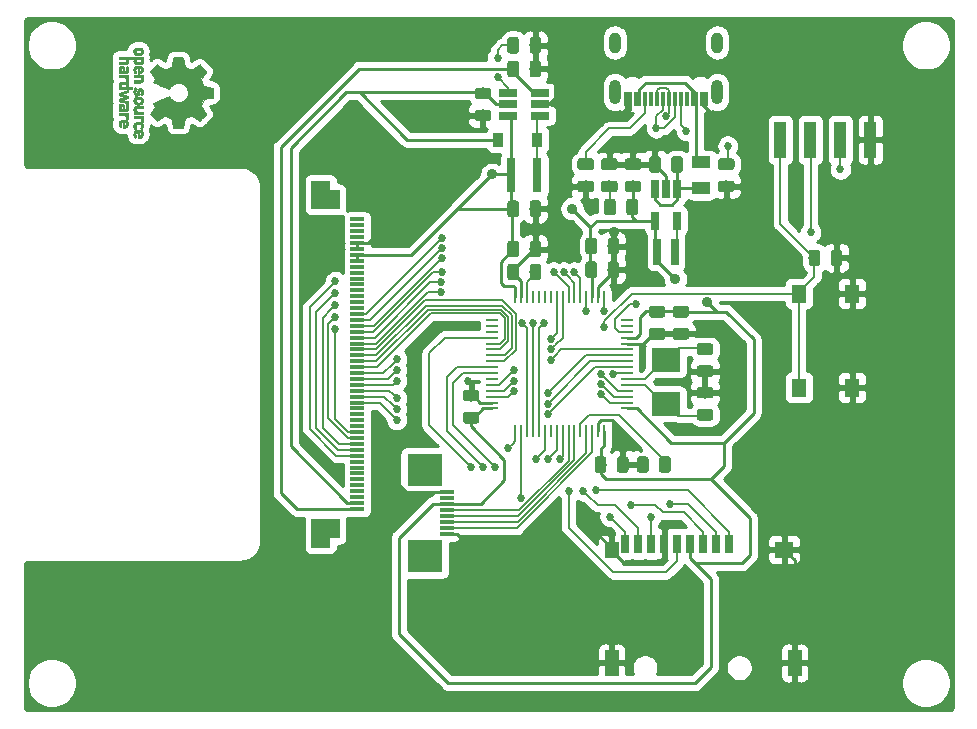
<source format=gtl>
G04 #@! TF.GenerationSoftware,KiCad,Pcbnew,(5.1.0)-1*
G04 #@! TF.CreationDate,2019-04-09T08:08:05-05:00*
G04 #@! TF.ProjectId,prelude,7072656c-7564-4652-9e6b-696361645f70,rev?*
G04 #@! TF.SameCoordinates,Original*
G04 #@! TF.FileFunction,Copper,L1,Top*
G04 #@! TF.FilePolarity,Positive*
%FSLAX46Y46*%
G04 Gerber Fmt 4.6, Leading zero omitted, Abs format (unit mm)*
G04 Created by KiCad (PCBNEW (5.1.0)-1) date 2019-04-09 08:08:05*
%MOMM*%
%LPD*%
G04 APERTURE LIST*
%ADD10C,0.010000*%
%ADD11R,1.200000X2.200000*%
%ADD12R,1.600000X1.400000*%
%ADD13R,1.200000X1.400000*%
%ADD14R,0.700000X1.600000*%
%ADD15R,0.900000X1.200000*%
%ADD16R,1.500000X1.000000*%
%ADD17C,1.600000*%
%ADD18C,0.100000*%
%ADD19R,1.200000X0.300000*%
%ADD20R,1.020000X3.170000*%
%ADD21R,3.000000X2.700000*%
%ADD22C,0.975000*%
%ADD23R,0.300000X1.150000*%
%ADD24O,1.000000X2.100000*%
%ADD25O,1.000000X1.800000*%
%ADD26R,0.700000X2.200000*%
%ADD27R,0.800000X2.900000*%
%ADD28R,1.300000X1.550000*%
%ADD29R,0.650000X1.560000*%
%ADD30R,1.000000X0.250000*%
%ADD31R,0.250000X1.000000*%
%ADD32R,1.560000X0.650000*%
%ADD33R,2.400000X2.000000*%
%ADD34C,0.889000*%
%ADD35C,0.685800*%
%ADD36C,0.152400*%
%ADD37C,0.254000*%
G04 APERTURE END LIST*
D10*
G36*
X136261424Y-47500964D02*
G01*
X135860678Y-47576513D01*
X135630846Y-48134041D01*
X135858252Y-48468465D01*
X135921569Y-48562122D01*
X135978104Y-48646782D01*
X136025273Y-48718495D01*
X136060498Y-48773311D01*
X136081195Y-48807280D01*
X136085658Y-48816530D01*
X136074180Y-48833195D01*
X136042449Y-48868806D01*
X135994517Y-48919371D01*
X135934438Y-48980900D01*
X135866267Y-49049399D01*
X135794055Y-49120879D01*
X135721858Y-49191347D01*
X135653727Y-49256811D01*
X135593717Y-49313280D01*
X135545881Y-49356763D01*
X135514273Y-49383268D01*
X135503695Y-49389605D01*
X135484194Y-49380486D01*
X135441469Y-49354920D01*
X135379702Y-49315597D01*
X135303069Y-49265203D01*
X135215752Y-49206427D01*
X135165948Y-49172368D01*
X135075007Y-49110289D01*
X134992941Y-49055126D01*
X134923837Y-49009554D01*
X134871778Y-48976250D01*
X134840850Y-48957890D01*
X134834350Y-48955131D01*
X134815879Y-48961385D01*
X134772828Y-48978434D01*
X134711251Y-49003703D01*
X134637201Y-49034622D01*
X134556730Y-49068618D01*
X134475893Y-49103118D01*
X134400742Y-49135551D01*
X134337329Y-49163343D01*
X134291707Y-49183923D01*
X134269931Y-49194719D01*
X134269074Y-49195356D01*
X134264916Y-49212307D01*
X134255639Y-49257451D01*
X134242156Y-49326110D01*
X134225379Y-49413602D01*
X134206219Y-49515250D01*
X134195170Y-49574556D01*
X134174490Y-49683172D01*
X134154811Y-49781277D01*
X134137211Y-49863909D01*
X134122767Y-49926104D01*
X134112554Y-49962899D01*
X134109314Y-49970296D01*
X134087383Y-49977540D01*
X134037853Y-49983385D01*
X133966515Y-49987835D01*
X133879161Y-49990893D01*
X133781583Y-49992565D01*
X133679574Y-49992853D01*
X133578925Y-49991761D01*
X133485428Y-49989294D01*
X133404875Y-49985456D01*
X133343058Y-49980250D01*
X133305770Y-49973681D01*
X133298007Y-49969741D01*
X133288702Y-49946188D01*
X133275400Y-49896282D01*
X133259663Y-49826623D01*
X133243054Y-49743813D01*
X133237681Y-49714905D01*
X133212152Y-49575531D01*
X133191592Y-49465436D01*
X133175185Y-49380982D01*
X133162113Y-49318530D01*
X133151559Y-49274444D01*
X133142706Y-49245085D01*
X133134737Y-49226815D01*
X133126835Y-49215998D01*
X133125273Y-49214485D01*
X133100114Y-49199377D01*
X133051150Y-49176329D01*
X132984379Y-49147644D01*
X132905795Y-49115622D01*
X132821393Y-49082565D01*
X132737170Y-49050773D01*
X132659121Y-49022549D01*
X132593241Y-49000193D01*
X132545527Y-48986007D01*
X132521973Y-48982293D01*
X132521148Y-48982602D01*
X132501896Y-48995189D01*
X132459537Y-49023744D01*
X132398479Y-49065267D01*
X132323132Y-49116756D01*
X132237904Y-49175211D01*
X132213685Y-49191858D01*
X132125877Y-49251215D01*
X132045762Y-49303447D01*
X131977938Y-49345708D01*
X131927007Y-49375153D01*
X131897569Y-49388937D01*
X131893952Y-49389605D01*
X131874943Y-49378024D01*
X131837286Y-49346024D01*
X131785027Y-49297718D01*
X131722214Y-49237220D01*
X131652894Y-49168644D01*
X131581115Y-49096104D01*
X131510923Y-49023712D01*
X131446365Y-48955584D01*
X131391490Y-48895832D01*
X131350344Y-48848571D01*
X131326974Y-48817913D01*
X131323158Y-48809432D01*
X131332145Y-48789691D01*
X131356384Y-48749274D01*
X131391791Y-48694763D01*
X131420289Y-48652823D01*
X131472582Y-48576829D01*
X131534155Y-48486834D01*
X131595630Y-48396564D01*
X131628531Y-48348032D01*
X131739641Y-48183762D01*
X131665084Y-48045869D01*
X131632422Y-47983049D01*
X131607034Y-47929629D01*
X131592554Y-47893484D01*
X131590540Y-47884284D01*
X131605416Y-47873221D01*
X131647453Y-47851394D01*
X131712773Y-47820434D01*
X131797500Y-47781970D01*
X131897755Y-47737632D01*
X132009661Y-47689047D01*
X132129341Y-47637846D01*
X132252916Y-47585659D01*
X132376509Y-47534113D01*
X132496243Y-47484840D01*
X132608241Y-47439467D01*
X132708623Y-47399625D01*
X132793514Y-47366942D01*
X132859035Y-47343049D01*
X132901310Y-47329574D01*
X132915828Y-47327406D01*
X132934347Y-47344583D01*
X132964410Y-47382190D01*
X132999768Y-47432366D01*
X133002566Y-47436578D01*
X133106375Y-47566264D01*
X133227485Y-47670834D01*
X133362024Y-47749381D01*
X133506118Y-47800999D01*
X133655895Y-47824782D01*
X133807483Y-47819823D01*
X133957008Y-47785217D01*
X134100600Y-47720057D01*
X134132016Y-47700886D01*
X134258875Y-47601174D01*
X134360745Y-47483377D01*
X134437096Y-47351571D01*
X134487398Y-47209833D01*
X134511121Y-47062242D01*
X134507735Y-46912873D01*
X134476712Y-46765803D01*
X134417520Y-46625111D01*
X134329631Y-46494873D01*
X134293958Y-46454586D01*
X134182294Y-46352055D01*
X134064743Y-46277341D01*
X133932980Y-46226090D01*
X133802493Y-46197546D01*
X133655784Y-46190500D01*
X133508347Y-46213996D01*
X133365166Y-46265649D01*
X133231223Y-46343071D01*
X133111502Y-46443875D01*
X133010986Y-46565676D01*
X133000391Y-46581684D01*
X132965694Y-46632398D01*
X132935630Y-46670950D01*
X132916435Y-46689381D01*
X132915828Y-46689649D01*
X132895064Y-46685692D01*
X132847938Y-46670007D01*
X132778327Y-46644222D01*
X132690107Y-46609969D01*
X132587156Y-46568877D01*
X132473350Y-46522576D01*
X132352565Y-46472696D01*
X132228679Y-46420867D01*
X132105568Y-46368719D01*
X131987109Y-46317882D01*
X131877177Y-46269987D01*
X131779651Y-46226662D01*
X131698407Y-46189538D01*
X131637321Y-46160244D01*
X131600270Y-46140412D01*
X131590540Y-46132426D01*
X131598117Y-46108021D01*
X131618440Y-46062358D01*
X131647875Y-46003310D01*
X131665084Y-45970840D01*
X131739641Y-45832947D01*
X131628531Y-45668677D01*
X131571610Y-45584821D01*
X131508970Y-45493013D01*
X131449989Y-45406980D01*
X131420289Y-45363887D01*
X131379590Y-45303277D01*
X131347337Y-45251955D01*
X131327616Y-45216615D01*
X131323446Y-45205137D01*
X131334693Y-45188430D01*
X131366089Y-45151454D01*
X131414376Y-45097795D01*
X131476292Y-45031038D01*
X131548579Y-44954766D01*
X131594992Y-44906527D01*
X131677913Y-44822133D01*
X131752080Y-44749197D01*
X131814320Y-44690669D01*
X131861459Y-44649497D01*
X131890327Y-44628628D01*
X131896185Y-44626626D01*
X131918468Y-44635917D01*
X131963523Y-44661591D01*
X132026789Y-44700800D01*
X132103705Y-44750697D01*
X132189708Y-44808433D01*
X132213685Y-44824851D01*
X132300830Y-44884677D01*
X132379290Y-44938350D01*
X132444655Y-44982870D01*
X132492516Y-45015235D01*
X132518465Y-45032445D01*
X132521148Y-45034107D01*
X132541828Y-45031621D01*
X132587296Y-45018423D01*
X132651556Y-44996814D01*
X132728613Y-44969096D01*
X132812471Y-44937570D01*
X132897134Y-44904537D01*
X132976608Y-44872299D01*
X133044896Y-44843157D01*
X133096003Y-44819412D01*
X133123933Y-44803365D01*
X133125273Y-44802225D01*
X133133255Y-44792412D01*
X133141149Y-44775839D01*
X133149771Y-44748868D01*
X133159938Y-44707861D01*
X133172469Y-44649180D01*
X133188179Y-44569187D01*
X133207887Y-44464245D01*
X133232408Y-44330715D01*
X133237681Y-44301804D01*
X133254236Y-44216118D01*
X133270431Y-44141418D01*
X133284704Y-44084306D01*
X133295492Y-44051383D01*
X133298007Y-44046969D01*
X133320304Y-44039694D01*
X133370131Y-44033781D01*
X133441696Y-44029234D01*
X133529207Y-44026055D01*
X133626872Y-44024251D01*
X133728899Y-44023823D01*
X133829497Y-44024777D01*
X133922873Y-44027116D01*
X134003235Y-44030844D01*
X134064791Y-44035966D01*
X134101750Y-44042484D01*
X134109314Y-44046414D01*
X134116944Y-44068292D01*
X134129358Y-44118109D01*
X134145478Y-44190903D01*
X134164227Y-44281711D01*
X134184529Y-44385569D01*
X134195170Y-44442154D01*
X134215240Y-44549514D01*
X134233420Y-44645254D01*
X134248801Y-44724694D01*
X134260469Y-44783154D01*
X134267512Y-44815955D01*
X134269074Y-44821354D01*
X134286678Y-44830478D01*
X134329082Y-44849765D01*
X134390228Y-44876645D01*
X134464057Y-44908546D01*
X134544511Y-44942898D01*
X134625532Y-44977129D01*
X134701063Y-45008669D01*
X134765045Y-45034946D01*
X134811420Y-45053389D01*
X134834131Y-45061429D01*
X134835124Y-45061578D01*
X134853039Y-45052465D01*
X134894267Y-45026914D01*
X134954709Y-44987612D01*
X135030269Y-44937243D01*
X135116848Y-44878494D01*
X135166579Y-44844342D01*
X135257764Y-44782110D01*
X135340551Y-44726836D01*
X135410751Y-44681218D01*
X135464176Y-44647952D01*
X135496639Y-44629736D01*
X135503917Y-44627105D01*
X135520855Y-44638414D01*
X135557022Y-44669681D01*
X135608365Y-44716910D01*
X135670833Y-44776108D01*
X135740374Y-44843281D01*
X135812935Y-44914434D01*
X135884465Y-44985574D01*
X135950913Y-45052707D01*
X136008226Y-45111839D01*
X136052353Y-45158975D01*
X136079241Y-45190123D01*
X136085658Y-45200543D01*
X136076635Y-45217509D01*
X136051285Y-45258089D01*
X136012190Y-45318337D01*
X135961929Y-45394307D01*
X135903083Y-45482054D01*
X135858252Y-45548244D01*
X135630846Y-45882668D01*
X135745762Y-46161433D01*
X135860678Y-46440197D01*
X136261424Y-46515746D01*
X136662171Y-46591294D01*
X136662171Y-47425415D01*
X136261424Y-47500964D01*
X136261424Y-47500964D01*
G37*
X136261424Y-47500964D02*
X135860678Y-47576513D01*
X135630846Y-48134041D01*
X135858252Y-48468465D01*
X135921569Y-48562122D01*
X135978104Y-48646782D01*
X136025273Y-48718495D01*
X136060498Y-48773311D01*
X136081195Y-48807280D01*
X136085658Y-48816530D01*
X136074180Y-48833195D01*
X136042449Y-48868806D01*
X135994517Y-48919371D01*
X135934438Y-48980900D01*
X135866267Y-49049399D01*
X135794055Y-49120879D01*
X135721858Y-49191347D01*
X135653727Y-49256811D01*
X135593717Y-49313280D01*
X135545881Y-49356763D01*
X135514273Y-49383268D01*
X135503695Y-49389605D01*
X135484194Y-49380486D01*
X135441469Y-49354920D01*
X135379702Y-49315597D01*
X135303069Y-49265203D01*
X135215752Y-49206427D01*
X135165948Y-49172368D01*
X135075007Y-49110289D01*
X134992941Y-49055126D01*
X134923837Y-49009554D01*
X134871778Y-48976250D01*
X134840850Y-48957890D01*
X134834350Y-48955131D01*
X134815879Y-48961385D01*
X134772828Y-48978434D01*
X134711251Y-49003703D01*
X134637201Y-49034622D01*
X134556730Y-49068618D01*
X134475893Y-49103118D01*
X134400742Y-49135551D01*
X134337329Y-49163343D01*
X134291707Y-49183923D01*
X134269931Y-49194719D01*
X134269074Y-49195356D01*
X134264916Y-49212307D01*
X134255639Y-49257451D01*
X134242156Y-49326110D01*
X134225379Y-49413602D01*
X134206219Y-49515250D01*
X134195170Y-49574556D01*
X134174490Y-49683172D01*
X134154811Y-49781277D01*
X134137211Y-49863909D01*
X134122767Y-49926104D01*
X134112554Y-49962899D01*
X134109314Y-49970296D01*
X134087383Y-49977540D01*
X134037853Y-49983385D01*
X133966515Y-49987835D01*
X133879161Y-49990893D01*
X133781583Y-49992565D01*
X133679574Y-49992853D01*
X133578925Y-49991761D01*
X133485428Y-49989294D01*
X133404875Y-49985456D01*
X133343058Y-49980250D01*
X133305770Y-49973681D01*
X133298007Y-49969741D01*
X133288702Y-49946188D01*
X133275400Y-49896282D01*
X133259663Y-49826623D01*
X133243054Y-49743813D01*
X133237681Y-49714905D01*
X133212152Y-49575531D01*
X133191592Y-49465436D01*
X133175185Y-49380982D01*
X133162113Y-49318530D01*
X133151559Y-49274444D01*
X133142706Y-49245085D01*
X133134737Y-49226815D01*
X133126835Y-49215998D01*
X133125273Y-49214485D01*
X133100114Y-49199377D01*
X133051150Y-49176329D01*
X132984379Y-49147644D01*
X132905795Y-49115622D01*
X132821393Y-49082565D01*
X132737170Y-49050773D01*
X132659121Y-49022549D01*
X132593241Y-49000193D01*
X132545527Y-48986007D01*
X132521973Y-48982293D01*
X132521148Y-48982602D01*
X132501896Y-48995189D01*
X132459537Y-49023744D01*
X132398479Y-49065267D01*
X132323132Y-49116756D01*
X132237904Y-49175211D01*
X132213685Y-49191858D01*
X132125877Y-49251215D01*
X132045762Y-49303447D01*
X131977938Y-49345708D01*
X131927007Y-49375153D01*
X131897569Y-49388937D01*
X131893952Y-49389605D01*
X131874943Y-49378024D01*
X131837286Y-49346024D01*
X131785027Y-49297718D01*
X131722214Y-49237220D01*
X131652894Y-49168644D01*
X131581115Y-49096104D01*
X131510923Y-49023712D01*
X131446365Y-48955584D01*
X131391490Y-48895832D01*
X131350344Y-48848571D01*
X131326974Y-48817913D01*
X131323158Y-48809432D01*
X131332145Y-48789691D01*
X131356384Y-48749274D01*
X131391791Y-48694763D01*
X131420289Y-48652823D01*
X131472582Y-48576829D01*
X131534155Y-48486834D01*
X131595630Y-48396564D01*
X131628531Y-48348032D01*
X131739641Y-48183762D01*
X131665084Y-48045869D01*
X131632422Y-47983049D01*
X131607034Y-47929629D01*
X131592554Y-47893484D01*
X131590540Y-47884284D01*
X131605416Y-47873221D01*
X131647453Y-47851394D01*
X131712773Y-47820434D01*
X131797500Y-47781970D01*
X131897755Y-47737632D01*
X132009661Y-47689047D01*
X132129341Y-47637846D01*
X132252916Y-47585659D01*
X132376509Y-47534113D01*
X132496243Y-47484840D01*
X132608241Y-47439467D01*
X132708623Y-47399625D01*
X132793514Y-47366942D01*
X132859035Y-47343049D01*
X132901310Y-47329574D01*
X132915828Y-47327406D01*
X132934347Y-47344583D01*
X132964410Y-47382190D01*
X132999768Y-47432366D01*
X133002566Y-47436578D01*
X133106375Y-47566264D01*
X133227485Y-47670834D01*
X133362024Y-47749381D01*
X133506118Y-47800999D01*
X133655895Y-47824782D01*
X133807483Y-47819823D01*
X133957008Y-47785217D01*
X134100600Y-47720057D01*
X134132016Y-47700886D01*
X134258875Y-47601174D01*
X134360745Y-47483377D01*
X134437096Y-47351571D01*
X134487398Y-47209833D01*
X134511121Y-47062242D01*
X134507735Y-46912873D01*
X134476712Y-46765803D01*
X134417520Y-46625111D01*
X134329631Y-46494873D01*
X134293958Y-46454586D01*
X134182294Y-46352055D01*
X134064743Y-46277341D01*
X133932980Y-46226090D01*
X133802493Y-46197546D01*
X133655784Y-46190500D01*
X133508347Y-46213996D01*
X133365166Y-46265649D01*
X133231223Y-46343071D01*
X133111502Y-46443875D01*
X133010986Y-46565676D01*
X133000391Y-46581684D01*
X132965694Y-46632398D01*
X132935630Y-46670950D01*
X132916435Y-46689381D01*
X132915828Y-46689649D01*
X132895064Y-46685692D01*
X132847938Y-46670007D01*
X132778327Y-46644222D01*
X132690107Y-46609969D01*
X132587156Y-46568877D01*
X132473350Y-46522576D01*
X132352565Y-46472696D01*
X132228679Y-46420867D01*
X132105568Y-46368719D01*
X131987109Y-46317882D01*
X131877177Y-46269987D01*
X131779651Y-46226662D01*
X131698407Y-46189538D01*
X131637321Y-46160244D01*
X131600270Y-46140412D01*
X131590540Y-46132426D01*
X131598117Y-46108021D01*
X131618440Y-46062358D01*
X131647875Y-46003310D01*
X131665084Y-45970840D01*
X131739641Y-45832947D01*
X131628531Y-45668677D01*
X131571610Y-45584821D01*
X131508970Y-45493013D01*
X131449989Y-45406980D01*
X131420289Y-45363887D01*
X131379590Y-45303277D01*
X131347337Y-45251955D01*
X131327616Y-45216615D01*
X131323446Y-45205137D01*
X131334693Y-45188430D01*
X131366089Y-45151454D01*
X131414376Y-45097795D01*
X131476292Y-45031038D01*
X131548579Y-44954766D01*
X131594992Y-44906527D01*
X131677913Y-44822133D01*
X131752080Y-44749197D01*
X131814320Y-44690669D01*
X131861459Y-44649497D01*
X131890327Y-44628628D01*
X131896185Y-44626626D01*
X131918468Y-44635917D01*
X131963523Y-44661591D01*
X132026789Y-44700800D01*
X132103705Y-44750697D01*
X132189708Y-44808433D01*
X132213685Y-44824851D01*
X132300830Y-44884677D01*
X132379290Y-44938350D01*
X132444655Y-44982870D01*
X132492516Y-45015235D01*
X132518465Y-45032445D01*
X132521148Y-45034107D01*
X132541828Y-45031621D01*
X132587296Y-45018423D01*
X132651556Y-44996814D01*
X132728613Y-44969096D01*
X132812471Y-44937570D01*
X132897134Y-44904537D01*
X132976608Y-44872299D01*
X133044896Y-44843157D01*
X133096003Y-44819412D01*
X133123933Y-44803365D01*
X133125273Y-44802225D01*
X133133255Y-44792412D01*
X133141149Y-44775839D01*
X133149771Y-44748868D01*
X133159938Y-44707861D01*
X133172469Y-44649180D01*
X133188179Y-44569187D01*
X133207887Y-44464245D01*
X133232408Y-44330715D01*
X133237681Y-44301804D01*
X133254236Y-44216118D01*
X133270431Y-44141418D01*
X133284704Y-44084306D01*
X133295492Y-44051383D01*
X133298007Y-44046969D01*
X133320304Y-44039694D01*
X133370131Y-44033781D01*
X133441696Y-44029234D01*
X133529207Y-44026055D01*
X133626872Y-44024251D01*
X133728899Y-44023823D01*
X133829497Y-44024777D01*
X133922873Y-44027116D01*
X134003235Y-44030844D01*
X134064791Y-44035966D01*
X134101750Y-44042484D01*
X134109314Y-44046414D01*
X134116944Y-44068292D01*
X134129358Y-44118109D01*
X134145478Y-44190903D01*
X134164227Y-44281711D01*
X134184529Y-44385569D01*
X134195170Y-44442154D01*
X134215240Y-44549514D01*
X134233420Y-44645254D01*
X134248801Y-44724694D01*
X134260469Y-44783154D01*
X134267512Y-44815955D01*
X134269074Y-44821354D01*
X134286678Y-44830478D01*
X134329082Y-44849765D01*
X134390228Y-44876645D01*
X134464057Y-44908546D01*
X134544511Y-44942898D01*
X134625532Y-44977129D01*
X134701063Y-45008669D01*
X134765045Y-45034946D01*
X134811420Y-45053389D01*
X134834131Y-45061429D01*
X134835124Y-45061578D01*
X134853039Y-45052465D01*
X134894267Y-45026914D01*
X134954709Y-44987612D01*
X135030269Y-44937243D01*
X135116848Y-44878494D01*
X135166579Y-44844342D01*
X135257764Y-44782110D01*
X135340551Y-44726836D01*
X135410751Y-44681218D01*
X135464176Y-44647952D01*
X135496639Y-44629736D01*
X135503917Y-44627105D01*
X135520855Y-44638414D01*
X135557022Y-44669681D01*
X135608365Y-44716910D01*
X135670833Y-44776108D01*
X135740374Y-44843281D01*
X135812935Y-44914434D01*
X135884465Y-44985574D01*
X135950913Y-45052707D01*
X136008226Y-45111839D01*
X136052353Y-45158975D01*
X136079241Y-45190123D01*
X136085658Y-45200543D01*
X136076635Y-45217509D01*
X136051285Y-45258089D01*
X136012190Y-45318337D01*
X135961929Y-45394307D01*
X135903083Y-45482054D01*
X135858252Y-45548244D01*
X135630846Y-45882668D01*
X135745762Y-46161433D01*
X135860678Y-46440197D01*
X136261424Y-46515746D01*
X136662171Y-46591294D01*
X136662171Y-47425415D01*
X136261424Y-47500964D01*
G36*
X130722355Y-49391388D02*
G01*
X130704794Y-49448865D01*
X130682605Y-49485872D01*
X130665058Y-49497927D01*
X130644258Y-49494609D01*
X130611581Y-49473079D01*
X130588438Y-49454874D01*
X130546598Y-49417344D01*
X130528995Y-49389148D01*
X130530144Y-49365111D01*
X130548290Y-49293808D01*
X130547466Y-49241442D01*
X130526902Y-49198918D01*
X130514866Y-49184642D01*
X130472517Y-49138947D01*
X129919474Y-49138947D01*
X129919474Y-48955131D01*
X130721579Y-48955131D01*
X130721579Y-49047039D01*
X130719397Y-49102219D01*
X130711649Y-49130688D01*
X130696532Y-49138943D01*
X130696084Y-49138947D01*
X130680251Y-49142845D01*
X130682316Y-49160474D01*
X130693739Y-49184901D01*
X130714995Y-49235350D01*
X130727784Y-49276316D01*
X130731062Y-49329028D01*
X130722355Y-49391388D01*
X130722355Y-49391388D01*
G37*
X130722355Y-49391388D02*
X130704794Y-49448865D01*
X130682605Y-49485872D01*
X130665058Y-49497927D01*
X130644258Y-49494609D01*
X130611581Y-49473079D01*
X130588438Y-49454874D01*
X130546598Y-49417344D01*
X130528995Y-49389148D01*
X130530144Y-49365111D01*
X130548290Y-49293808D01*
X130547466Y-49241442D01*
X130526902Y-49198918D01*
X130514866Y-49184642D01*
X130472517Y-49138947D01*
X129919474Y-49138947D01*
X129919474Y-48955131D01*
X130721579Y-48955131D01*
X130721579Y-49047039D01*
X130719397Y-49102219D01*
X130711649Y-49130688D01*
X130696532Y-49138943D01*
X130696084Y-49138947D01*
X130680251Y-49142845D01*
X130682316Y-49160474D01*
X130693739Y-49184901D01*
X130714995Y-49235350D01*
X130727784Y-49276316D01*
X130731062Y-49329028D01*
X130722355Y-49391388D01*
G36*
X130707774Y-45997957D02*
G01*
X130687910Y-46039546D01*
X130659216Y-46079825D01*
X130626191Y-46110510D01*
X130584069Y-46132861D01*
X130528085Y-46148136D01*
X130453472Y-46157592D01*
X130355465Y-46162487D01*
X130229298Y-46164081D01*
X130216086Y-46164106D01*
X129919474Y-46164473D01*
X129919474Y-45980657D01*
X130192919Y-45980657D01*
X130294223Y-45980527D01*
X130367647Y-45979621D01*
X130418729Y-45977173D01*
X130453010Y-45972414D01*
X130476029Y-45964574D01*
X130493327Y-45952885D01*
X130510419Y-45936602D01*
X130547143Y-45879634D01*
X130553958Y-45817445D01*
X130530739Y-45758199D01*
X130513457Y-45737595D01*
X130497209Y-45722470D01*
X130479809Y-45711610D01*
X130455788Y-45704310D01*
X130419678Y-45699863D01*
X130366012Y-45697564D01*
X130289320Y-45696704D01*
X130195957Y-45696578D01*
X129919474Y-45696578D01*
X129919474Y-45512763D01*
X130721579Y-45512763D01*
X130721579Y-45604671D01*
X130719397Y-45659851D01*
X130711649Y-45688320D01*
X130696532Y-45696575D01*
X130696084Y-45696578D01*
X130681280Y-45700408D01*
X130682960Y-45717301D01*
X130699227Y-45750888D01*
X130723160Y-45827063D01*
X130725822Y-45914200D01*
X130707774Y-45997957D01*
X130707774Y-45997957D01*
G37*
X130707774Y-45997957D02*
X130687910Y-46039546D01*
X130659216Y-46079825D01*
X130626191Y-46110510D01*
X130584069Y-46132861D01*
X130528085Y-46148136D01*
X130453472Y-46157592D01*
X130355465Y-46162487D01*
X130229298Y-46164081D01*
X130216086Y-46164106D01*
X129919474Y-46164473D01*
X129919474Y-45980657D01*
X130192919Y-45980657D01*
X130294223Y-45980527D01*
X130367647Y-45979621D01*
X130418729Y-45977173D01*
X130453010Y-45972414D01*
X130476029Y-45964574D01*
X130493327Y-45952885D01*
X130510419Y-45936602D01*
X130547143Y-45879634D01*
X130553958Y-45817445D01*
X130530739Y-45758199D01*
X130513457Y-45737595D01*
X130497209Y-45722470D01*
X130479809Y-45711610D01*
X130455788Y-45704310D01*
X130419678Y-45699863D01*
X130366012Y-45697564D01*
X130289320Y-45696704D01*
X130195957Y-45696578D01*
X129919474Y-45696578D01*
X129919474Y-45512763D01*
X130721579Y-45512763D01*
X130721579Y-45604671D01*
X130719397Y-45659851D01*
X130711649Y-45688320D01*
X130696532Y-45696575D01*
X130696084Y-45696578D01*
X130681280Y-45700408D01*
X130682960Y-45717301D01*
X130699227Y-45750888D01*
X130723160Y-45827063D01*
X130725822Y-45914200D01*
X130707774Y-45997957D01*
G36*
X130724446Y-50558784D02*
G01*
X130714051Y-50601574D01*
X130675987Y-50683609D01*
X130617851Y-50753757D01*
X130548148Y-50802305D01*
X130532498Y-50808975D01*
X130491504Y-50818124D01*
X130430862Y-50824529D01*
X130369570Y-50826710D01*
X130253684Y-50826710D01*
X130253684Y-50584407D01*
X130253307Y-50484471D01*
X130251013Y-50414069D01*
X130245062Y-50369313D01*
X130233715Y-50346315D01*
X130215229Y-50341189D01*
X130187864Y-50350048D01*
X130155845Y-50365917D01*
X130102408Y-50410184D01*
X130075785Y-50471699D01*
X130076653Y-50546885D01*
X130105629Y-50632053D01*
X130141389Y-50705659D01*
X130093096Y-50766734D01*
X130044803Y-50827810D01*
X129991715Y-50770351D01*
X129941555Y-50693641D01*
X129911312Y-50599302D01*
X129902849Y-50497827D01*
X129918026Y-50399711D01*
X129923176Y-50383881D01*
X129968209Y-50297647D01*
X130035348Y-50233501D01*
X130126595Y-50190091D01*
X130243956Y-50166064D01*
X130246471Y-50165784D01*
X130374373Y-50163633D01*
X130420003Y-50172329D01*
X130420003Y-50342105D01*
X130412987Y-50357697D01*
X130407612Y-50400029D01*
X130404543Y-50462434D01*
X130404079Y-50501981D01*
X130404370Y-50575728D01*
X130406217Y-50621840D01*
X130411088Y-50646100D01*
X130420445Y-50654294D01*
X130435755Y-50652206D01*
X130441678Y-50650455D01*
X130497332Y-50620560D01*
X130542185Y-50573542D01*
X130561895Y-50532049D01*
X130560705Y-50476926D01*
X130536125Y-50421068D01*
X130495430Y-50374212D01*
X130445892Y-50346094D01*
X130420003Y-50342105D01*
X130420003Y-50172329D01*
X130486867Y-50185074D01*
X130581273Y-50227611D01*
X130654912Y-50288747D01*
X130705107Y-50365985D01*
X130729178Y-50456830D01*
X130724446Y-50558784D01*
X130724446Y-50558784D01*
G37*
X130724446Y-50558784D02*
X130714051Y-50601574D01*
X130675987Y-50683609D01*
X130617851Y-50753757D01*
X130548148Y-50802305D01*
X130532498Y-50808975D01*
X130491504Y-50818124D01*
X130430862Y-50824529D01*
X130369570Y-50826710D01*
X130253684Y-50826710D01*
X130253684Y-50584407D01*
X130253307Y-50484471D01*
X130251013Y-50414069D01*
X130245062Y-50369313D01*
X130233715Y-50346315D01*
X130215229Y-50341189D01*
X130187864Y-50350048D01*
X130155845Y-50365917D01*
X130102408Y-50410184D01*
X130075785Y-50471699D01*
X130076653Y-50546885D01*
X130105629Y-50632053D01*
X130141389Y-50705659D01*
X130093096Y-50766734D01*
X130044803Y-50827810D01*
X129991715Y-50770351D01*
X129941555Y-50693641D01*
X129911312Y-50599302D01*
X129902849Y-50497827D01*
X129918026Y-50399711D01*
X129923176Y-50383881D01*
X129968209Y-50297647D01*
X130035348Y-50233501D01*
X130126595Y-50190091D01*
X130243956Y-50166064D01*
X130246471Y-50165784D01*
X130374373Y-50163633D01*
X130420003Y-50172329D01*
X130420003Y-50342105D01*
X130412987Y-50357697D01*
X130407612Y-50400029D01*
X130404543Y-50462434D01*
X130404079Y-50501981D01*
X130404370Y-50575728D01*
X130406217Y-50621840D01*
X130411088Y-50646100D01*
X130420445Y-50654294D01*
X130435755Y-50652206D01*
X130441678Y-50650455D01*
X130497332Y-50620560D01*
X130542185Y-50573542D01*
X130561895Y-50532049D01*
X130560705Y-50476926D01*
X130536125Y-50421068D01*
X130495430Y-50374212D01*
X130445892Y-50346094D01*
X130420003Y-50342105D01*
X130420003Y-50172329D01*
X130486867Y-50185074D01*
X130581273Y-50227611D01*
X130654912Y-50288747D01*
X130705107Y-50365985D01*
X130729178Y-50456830D01*
X130724446Y-50558784D01*
G36*
X130714581Y-49946576D02*
G01*
X130673451Y-50043395D01*
X130653429Y-50073890D01*
X130622660Y-50112865D01*
X130598467Y-50137331D01*
X130590587Y-50141578D01*
X130573101Y-50129584D01*
X130543430Y-50098887D01*
X130522721Y-50074312D01*
X130468664Y-50007046D01*
X130513358Y-49953930D01*
X130542211Y-49912884D01*
X130552171Y-49872863D01*
X130549739Y-49827059D01*
X130531655Y-49754324D01*
X130494119Y-49704256D01*
X130433438Y-49673829D01*
X130345919Y-49660017D01*
X130345864Y-49660013D01*
X130248042Y-49661208D01*
X130176270Y-49679772D01*
X130127405Y-49716804D01*
X130110857Y-49742050D01*
X130090251Y-49809097D01*
X130090238Y-49880709D01*
X130110232Y-49943015D01*
X130120000Y-49957763D01*
X130144953Y-49994750D01*
X130149042Y-50023668D01*
X130130470Y-50054856D01*
X130097113Y-50089336D01*
X130040804Y-50143912D01*
X129990858Y-50083318D01*
X129934487Y-49989698D01*
X129906707Y-49884125D01*
X129908718Y-49773798D01*
X129927138Y-49701343D01*
X129972690Y-49616656D01*
X130044350Y-49548927D01*
X130094934Y-49518157D01*
X130167512Y-49493236D01*
X130259431Y-49480766D01*
X130359052Y-49480670D01*
X130454733Y-49492870D01*
X130534831Y-49517290D01*
X130543044Y-49521136D01*
X130623587Y-49578093D01*
X130682229Y-49655209D01*
X130717753Y-49746390D01*
X130728943Y-49845543D01*
X130714581Y-49946576D01*
X130714581Y-49946576D01*
G37*
X130714581Y-49946576D02*
X130673451Y-50043395D01*
X130653429Y-50073890D01*
X130622660Y-50112865D01*
X130598467Y-50137331D01*
X130590587Y-50141578D01*
X130573101Y-50129584D01*
X130543430Y-50098887D01*
X130522721Y-50074312D01*
X130468664Y-50007046D01*
X130513358Y-49953930D01*
X130542211Y-49912884D01*
X130552171Y-49872863D01*
X130549739Y-49827059D01*
X130531655Y-49754324D01*
X130494119Y-49704256D01*
X130433438Y-49673829D01*
X130345919Y-49660017D01*
X130345864Y-49660013D01*
X130248042Y-49661208D01*
X130176270Y-49679772D01*
X130127405Y-49716804D01*
X130110857Y-49742050D01*
X130090251Y-49809097D01*
X130090238Y-49880709D01*
X130110232Y-49943015D01*
X130120000Y-49957763D01*
X130144953Y-49994750D01*
X130149042Y-50023668D01*
X130130470Y-50054856D01*
X130097113Y-50089336D01*
X130040804Y-50143912D01*
X129990858Y-50083318D01*
X129934487Y-49989698D01*
X129906707Y-49884125D01*
X129908718Y-49773798D01*
X129927138Y-49701343D01*
X129972690Y-49616656D01*
X130044350Y-49548927D01*
X130094934Y-49518157D01*
X130167512Y-49493236D01*
X130259431Y-49480766D01*
X130359052Y-49480670D01*
X130454733Y-49492870D01*
X130534831Y-49517290D01*
X130543044Y-49521136D01*
X130623587Y-49578093D01*
X130682229Y-49655209D01*
X130717753Y-49746390D01*
X130728943Y-49845543D01*
X130714581Y-49946576D01*
G36*
X130461467Y-48320131D02*
G01*
X130338911Y-48321710D01*
X130245821Y-48327481D01*
X130178349Y-48338991D01*
X130132645Y-48357790D01*
X130104861Y-48385426D01*
X130091146Y-48423448D01*
X130087642Y-48470526D01*
X130091568Y-48519832D01*
X130105911Y-48557283D01*
X130134522Y-48584428D01*
X130181249Y-48602815D01*
X130249942Y-48613993D01*
X130344450Y-48619511D01*
X130461467Y-48620921D01*
X130721579Y-48620921D01*
X130721579Y-48804736D01*
X129919474Y-48804736D01*
X129919474Y-48712828D01*
X129921719Y-48657422D01*
X129929604Y-48628891D01*
X129944572Y-48620921D01*
X129957903Y-48616120D01*
X129955083Y-48597014D01*
X129936217Y-48558504D01*
X129907113Y-48470239D01*
X129909175Y-48376623D01*
X129940779Y-48286921D01*
X129965743Y-48244204D01*
X129992774Y-48211621D01*
X130026595Y-48187817D01*
X130071932Y-48171439D01*
X130133511Y-48161131D01*
X130216057Y-48155541D01*
X130324295Y-48153312D01*
X130407996Y-48153026D01*
X130721579Y-48153026D01*
X130721579Y-48320131D01*
X130461467Y-48320131D01*
X130461467Y-48320131D01*
G37*
X130461467Y-48320131D02*
X130338911Y-48321710D01*
X130245821Y-48327481D01*
X130178349Y-48338991D01*
X130132645Y-48357790D01*
X130104861Y-48385426D01*
X130091146Y-48423448D01*
X130087642Y-48470526D01*
X130091568Y-48519832D01*
X130105911Y-48557283D01*
X130134522Y-48584428D01*
X130181249Y-48602815D01*
X130249942Y-48613993D01*
X130344450Y-48619511D01*
X130461467Y-48620921D01*
X130721579Y-48620921D01*
X130721579Y-48804736D01*
X129919474Y-48804736D01*
X129919474Y-48712828D01*
X129921719Y-48657422D01*
X129929604Y-48628891D01*
X129944572Y-48620921D01*
X129957903Y-48616120D01*
X129955083Y-48597014D01*
X129936217Y-48558504D01*
X129907113Y-48470239D01*
X129909175Y-48376623D01*
X129940779Y-48286921D01*
X129965743Y-48244204D01*
X129992774Y-48211621D01*
X130026595Y-48187817D01*
X130071932Y-48171439D01*
X130133511Y-48161131D01*
X130216057Y-48155541D01*
X130324295Y-48153312D01*
X130407996Y-48153026D01*
X130721579Y-48153026D01*
X130721579Y-48320131D01*
X130461467Y-48320131D01*
G36*
X130711690Y-47811669D02*
G01*
X130665660Y-47896192D01*
X130592994Y-47962321D01*
X130533894Y-47993478D01*
X130481695Y-48006855D01*
X130407281Y-48015522D01*
X130321558Y-48019237D01*
X130235431Y-48017754D01*
X130159807Y-48010831D01*
X130119416Y-48002745D01*
X130064160Y-47975465D01*
X130005470Y-47928220D01*
X129954148Y-47871282D01*
X129920995Y-47814924D01*
X129920469Y-47813550D01*
X129905982Y-47743616D01*
X129905623Y-47660737D01*
X129918812Y-47581977D01*
X129929383Y-47551566D01*
X129973799Y-47473239D01*
X130031993Y-47417143D01*
X130109035Y-47380286D01*
X130209999Y-47359680D01*
X130262884Y-47355018D01*
X130329337Y-47355613D01*
X130329337Y-47534736D01*
X130232370Y-47540770D01*
X130158477Y-47558138D01*
X130111264Y-47585740D01*
X130097763Y-47605404D01*
X130088349Y-47655787D01*
X130091136Y-47715673D01*
X130104684Y-47767449D01*
X130112138Y-47781027D01*
X130155549Y-47816849D01*
X130221986Y-47840493D01*
X130302839Y-47850558D01*
X130389498Y-47845642D01*
X130441651Y-47834655D01*
X130502049Y-47803109D01*
X130539803Y-47753311D01*
X130552857Y-47693337D01*
X130539151Y-47631264D01*
X130505628Y-47583582D01*
X130477969Y-47558525D01*
X130450706Y-47543900D01*
X130413810Y-47536929D01*
X130357250Y-47534833D01*
X130329337Y-47534736D01*
X130329337Y-47355613D01*
X130404006Y-47356282D01*
X130519729Y-47379265D01*
X130610059Y-47423972D01*
X130675000Y-47490405D01*
X130714555Y-47578565D01*
X130719142Y-47597495D01*
X130729910Y-47711266D01*
X130711690Y-47811669D01*
X130711690Y-47811669D01*
G37*
X130711690Y-47811669D02*
X130665660Y-47896192D01*
X130592994Y-47962321D01*
X130533894Y-47993478D01*
X130481695Y-48006855D01*
X130407281Y-48015522D01*
X130321558Y-48019237D01*
X130235431Y-48017754D01*
X130159807Y-48010831D01*
X130119416Y-48002745D01*
X130064160Y-47975465D01*
X130005470Y-47928220D01*
X129954148Y-47871282D01*
X129920995Y-47814924D01*
X129920469Y-47813550D01*
X129905982Y-47743616D01*
X129905623Y-47660737D01*
X129918812Y-47581977D01*
X129929383Y-47551566D01*
X129973799Y-47473239D01*
X130031993Y-47417143D01*
X130109035Y-47380286D01*
X130209999Y-47359680D01*
X130262884Y-47355018D01*
X130329337Y-47355613D01*
X130329337Y-47534736D01*
X130232370Y-47540770D01*
X130158477Y-47558138D01*
X130111264Y-47585740D01*
X130097763Y-47605404D01*
X130088349Y-47655787D01*
X130091136Y-47715673D01*
X130104684Y-47767449D01*
X130112138Y-47781027D01*
X130155549Y-47816849D01*
X130221986Y-47840493D01*
X130302839Y-47850558D01*
X130389498Y-47845642D01*
X130441651Y-47834655D01*
X130502049Y-47803109D01*
X130539803Y-47753311D01*
X130552857Y-47693337D01*
X130539151Y-47631264D01*
X130505628Y-47583582D01*
X130477969Y-47558525D01*
X130450706Y-47543900D01*
X130413810Y-47536929D01*
X130357250Y-47534833D01*
X130329337Y-47534736D01*
X130329337Y-47355613D01*
X130404006Y-47356282D01*
X130519729Y-47379265D01*
X130610059Y-47423972D01*
X130675000Y-47490405D01*
X130714555Y-47578565D01*
X130719142Y-47597495D01*
X130729910Y-47711266D01*
X130711690Y-47811669D01*
G36*
X130724453Y-47018628D02*
G01*
X130712452Y-47081908D01*
X130687352Y-47147557D01*
X130684152Y-47154572D01*
X130657974Y-47204356D01*
X130633647Y-47238834D01*
X130618063Y-47249978D01*
X130592647Y-47239366D01*
X130555147Y-47213588D01*
X130541148Y-47202146D01*
X130486046Y-47154992D01*
X130521914Y-47094201D01*
X130545808Y-47036347D01*
X130558580Y-46969500D01*
X130559387Y-46905394D01*
X130547385Y-46855764D01*
X130539895Y-46843854D01*
X130505550Y-46821172D01*
X130465987Y-46818416D01*
X130435080Y-46835388D01*
X130429087Y-46845427D01*
X130421643Y-46875510D01*
X130412894Y-46928389D01*
X130404533Y-46993575D01*
X130403222Y-47005600D01*
X130385112Y-47110297D01*
X130354349Y-47186232D01*
X130308093Y-47236592D01*
X130243503Y-47264564D01*
X130164613Y-47273278D01*
X130074935Y-47261240D01*
X130004514Y-47222151D01*
X129953223Y-47155855D01*
X129920933Y-47062194D01*
X129908193Y-46958223D01*
X129908346Y-46873438D01*
X129919917Y-46804665D01*
X129935891Y-46757697D01*
X129963725Y-46698350D01*
X129996027Y-46643506D01*
X130010245Y-46624013D01*
X130051165Y-46573881D01*
X130173523Y-46694803D01*
X130128033Y-46763543D01*
X130093867Y-46832488D01*
X130075996Y-46906111D01*
X130074111Y-46976883D01*
X130087899Y-47037274D01*
X130117051Y-47079757D01*
X130141648Y-47093474D01*
X130181096Y-47091417D01*
X130211263Y-47057330D01*
X130232094Y-46991308D01*
X130241721Y-46918974D01*
X130260090Y-46807652D01*
X130294746Y-46724952D01*
X130346703Y-46669765D01*
X130416977Y-46640988D01*
X130500293Y-46637001D01*
X130587319Y-46656693D01*
X130653098Y-46701589D01*
X130697932Y-46772091D01*
X130722121Y-46868601D01*
X130726863Y-46940100D01*
X130724453Y-47018628D01*
X130724453Y-47018628D01*
G37*
X130724453Y-47018628D02*
X130712452Y-47081908D01*
X130687352Y-47147557D01*
X130684152Y-47154572D01*
X130657974Y-47204356D01*
X130633647Y-47238834D01*
X130618063Y-47249978D01*
X130592647Y-47239366D01*
X130555147Y-47213588D01*
X130541148Y-47202146D01*
X130486046Y-47154992D01*
X130521914Y-47094201D01*
X130545808Y-47036347D01*
X130558580Y-46969500D01*
X130559387Y-46905394D01*
X130547385Y-46855764D01*
X130539895Y-46843854D01*
X130505550Y-46821172D01*
X130465987Y-46818416D01*
X130435080Y-46835388D01*
X130429087Y-46845427D01*
X130421643Y-46875510D01*
X130412894Y-46928389D01*
X130404533Y-46993575D01*
X130403222Y-47005600D01*
X130385112Y-47110297D01*
X130354349Y-47186232D01*
X130308093Y-47236592D01*
X130243503Y-47264564D01*
X130164613Y-47273278D01*
X130074935Y-47261240D01*
X130004514Y-47222151D01*
X129953223Y-47155855D01*
X129920933Y-47062194D01*
X129908193Y-46958223D01*
X129908346Y-46873438D01*
X129919917Y-46804665D01*
X129935891Y-46757697D01*
X129963725Y-46698350D01*
X129996027Y-46643506D01*
X130010245Y-46624013D01*
X130051165Y-46573881D01*
X130173523Y-46694803D01*
X130128033Y-46763543D01*
X130093867Y-46832488D01*
X130075996Y-46906111D01*
X130074111Y-46976883D01*
X130087899Y-47037274D01*
X130117051Y-47079757D01*
X130141648Y-47093474D01*
X130181096Y-47091417D01*
X130211263Y-47057330D01*
X130232094Y-46991308D01*
X130241721Y-46918974D01*
X130260090Y-46807652D01*
X130294746Y-46724952D01*
X130346703Y-46669765D01*
X130416977Y-46640988D01*
X130500293Y-46637001D01*
X130587319Y-46656693D01*
X130653098Y-46701589D01*
X130697932Y-46772091D01*
X130722121Y-46868601D01*
X130726863Y-46940100D01*
X130724453Y-47018628D01*
G36*
X130702973Y-45197018D02*
G01*
X130695134Y-45213670D01*
X130652914Y-45271305D01*
X130591300Y-45325805D01*
X130523457Y-45366499D01*
X130492266Y-45378074D01*
X130436551Y-45388634D01*
X130369219Y-45394931D01*
X130341415Y-45395696D01*
X130253684Y-45395789D01*
X130253684Y-44890850D01*
X130207730Y-44901613D01*
X130153380Y-44928033D01*
X130106409Y-44974222D01*
X130076152Y-45029172D01*
X130069869Y-45064189D01*
X130077494Y-45111677D01*
X130096617Y-45168335D01*
X130105416Y-45187582D01*
X130140964Y-45258759D01*
X130094633Y-45319502D01*
X130063297Y-45354552D01*
X130037433Y-45373202D01*
X130029842Y-45374147D01*
X130011444Y-45357485D01*
X129983485Y-45320970D01*
X129961673Y-45287828D01*
X129922463Y-45198393D01*
X129904715Y-45098129D01*
X129909330Y-44998754D01*
X129933449Y-44919539D01*
X129985116Y-44837880D01*
X130053144Y-44779849D01*
X130141157Y-44743546D01*
X130252784Y-44727072D01*
X130303862Y-44725611D01*
X130420909Y-44731457D01*
X130424314Y-44732175D01*
X130424314Y-44899489D01*
X130413338Y-44904097D01*
X130407285Y-44923036D01*
X130404690Y-44962098D01*
X130404090Y-45027077D01*
X130404079Y-45052097D01*
X130404986Y-45128221D01*
X130408280Y-45176496D01*
X130414819Y-45202460D01*
X130425463Y-45211648D01*
X130428881Y-45211973D01*
X130456044Y-45201487D01*
X130494097Y-45175242D01*
X130507421Y-45163959D01*
X130545104Y-45122072D01*
X130559920Y-45078409D01*
X130561158Y-45054885D01*
X130545671Y-44991243D01*
X130504070Y-44937873D01*
X130443647Y-44904019D01*
X130441678Y-44903419D01*
X130424314Y-44899489D01*
X130424314Y-44732175D01*
X130513072Y-44750899D01*
X130586810Y-44785922D01*
X130639152Y-44828756D01*
X130695908Y-44907948D01*
X130726238Y-45001040D01*
X130728979Y-45100055D01*
X130702973Y-45197018D01*
X130702973Y-45197018D01*
G37*
X130702973Y-45197018D02*
X130695134Y-45213670D01*
X130652914Y-45271305D01*
X130591300Y-45325805D01*
X130523457Y-45366499D01*
X130492266Y-45378074D01*
X130436551Y-45388634D01*
X130369219Y-45394931D01*
X130341415Y-45395696D01*
X130253684Y-45395789D01*
X130253684Y-44890850D01*
X130207730Y-44901613D01*
X130153380Y-44928033D01*
X130106409Y-44974222D01*
X130076152Y-45029172D01*
X130069869Y-45064189D01*
X130077494Y-45111677D01*
X130096617Y-45168335D01*
X130105416Y-45187582D01*
X130140964Y-45258759D01*
X130094633Y-45319502D01*
X130063297Y-45354552D01*
X130037433Y-45373202D01*
X130029842Y-45374147D01*
X130011444Y-45357485D01*
X129983485Y-45320970D01*
X129961673Y-45287828D01*
X129922463Y-45198393D01*
X129904715Y-45098129D01*
X129909330Y-44998754D01*
X129933449Y-44919539D01*
X129985116Y-44837880D01*
X130053144Y-44779849D01*
X130141157Y-44743546D01*
X130252784Y-44727072D01*
X130303862Y-44725611D01*
X130420909Y-44731457D01*
X130424314Y-44732175D01*
X130424314Y-44899489D01*
X130413338Y-44904097D01*
X130407285Y-44923036D01*
X130404690Y-44962098D01*
X130404090Y-45027077D01*
X130404079Y-45052097D01*
X130404986Y-45128221D01*
X130408280Y-45176496D01*
X130414819Y-45202460D01*
X130425463Y-45211648D01*
X130428881Y-45211973D01*
X130456044Y-45201487D01*
X130494097Y-45175242D01*
X130507421Y-45163959D01*
X130545104Y-45122072D01*
X130559920Y-45078409D01*
X130561158Y-45054885D01*
X130545671Y-44991243D01*
X130504070Y-44937873D01*
X130443647Y-44904019D01*
X130441678Y-44903419D01*
X130424314Y-44899489D01*
X130424314Y-44732175D01*
X130513072Y-44750899D01*
X130586810Y-44785922D01*
X130639152Y-44828756D01*
X130695908Y-44907948D01*
X130726238Y-45001040D01*
X130728979Y-45100055D01*
X130702973Y-45197018D01*
G36*
X130712896Y-43626784D02*
G01*
X130674246Y-43714205D01*
X130609710Y-43780570D01*
X130519188Y-43825976D01*
X130402582Y-43850518D01*
X130384376Y-43852277D01*
X130256016Y-43853656D01*
X130143504Y-43835784D01*
X130052312Y-43799750D01*
X130022978Y-43780455D01*
X129960894Y-43713245D01*
X129920684Y-43627650D01*
X129903997Y-43531890D01*
X129912483Y-43434187D01*
X129938620Y-43359917D01*
X129982665Y-43296047D01*
X130040413Y-43243846D01*
X130041764Y-43242943D01*
X130077407Y-43221744D01*
X130113248Y-43207967D01*
X130158481Y-43199624D01*
X130222299Y-43194727D01*
X130274632Y-43192569D01*
X130322090Y-43191671D01*
X130322090Y-43358743D01*
X130274846Y-43360376D01*
X130211954Y-43366304D01*
X130171593Y-43376761D01*
X130142878Y-43395619D01*
X130126104Y-43413281D01*
X130090984Y-43475894D01*
X130086290Y-43541408D01*
X130111560Y-43602421D01*
X130139876Y-43632928D01*
X130168411Y-43654911D01*
X130195716Y-43667769D01*
X130231250Y-43673412D01*
X130284476Y-43673751D01*
X130333494Y-43672012D01*
X130403518Y-43668271D01*
X130448936Y-43662341D01*
X130478560Y-43651653D01*
X130501203Y-43633639D01*
X130514145Y-43619363D01*
X130548140Y-43559651D01*
X130549835Y-43495234D01*
X130529699Y-43441219D01*
X130487648Y-43395140D01*
X130418572Y-43367689D01*
X130322090Y-43358743D01*
X130322090Y-43191671D01*
X130378701Y-43190599D01*
X130456532Y-43193964D01*
X130515070Y-43204045D01*
X130561263Y-43222226D01*
X130602058Y-43249890D01*
X130614172Y-43260146D01*
X130674526Y-43324278D01*
X130709780Y-43393066D01*
X130724550Y-43477189D01*
X130725757Y-43518209D01*
X130712896Y-43626784D01*
X130712896Y-43626784D01*
G37*
X130712896Y-43626784D02*
X130674246Y-43714205D01*
X130609710Y-43780570D01*
X130519188Y-43825976D01*
X130402582Y-43850518D01*
X130384376Y-43852277D01*
X130256016Y-43853656D01*
X130143504Y-43835784D01*
X130052312Y-43799750D01*
X130022978Y-43780455D01*
X129960894Y-43713245D01*
X129920684Y-43627650D01*
X129903997Y-43531890D01*
X129912483Y-43434187D01*
X129938620Y-43359917D01*
X129982665Y-43296047D01*
X130040413Y-43243846D01*
X130041764Y-43242943D01*
X130077407Y-43221744D01*
X130113248Y-43207967D01*
X130158481Y-43199624D01*
X130222299Y-43194727D01*
X130274632Y-43192569D01*
X130322090Y-43191671D01*
X130322090Y-43358743D01*
X130274846Y-43360376D01*
X130211954Y-43366304D01*
X130171593Y-43376761D01*
X130142878Y-43395619D01*
X130126104Y-43413281D01*
X130090984Y-43475894D01*
X130086290Y-43541408D01*
X130111560Y-43602421D01*
X130139876Y-43632928D01*
X130168411Y-43654911D01*
X130195716Y-43667769D01*
X130231250Y-43673412D01*
X130284476Y-43673751D01*
X130333494Y-43672012D01*
X130403518Y-43668271D01*
X130448936Y-43662341D01*
X130478560Y-43651653D01*
X130501203Y-43633639D01*
X130514145Y-43619363D01*
X130548140Y-43559651D01*
X130549835Y-43495234D01*
X130529699Y-43441219D01*
X130487648Y-43395140D01*
X130418572Y-43367689D01*
X130322090Y-43358743D01*
X130322090Y-43191671D01*
X130378701Y-43190599D01*
X130456532Y-43193964D01*
X130515070Y-43204045D01*
X130561263Y-43222226D01*
X130602058Y-43249890D01*
X130614172Y-43260146D01*
X130674526Y-43324278D01*
X130709780Y-43393066D01*
X130724550Y-43477189D01*
X130725757Y-43518209D01*
X130712896Y-43626784D01*
G36*
X129463922Y-49701193D02*
G01*
X129443155Y-49781068D01*
X129400295Y-49847962D01*
X129368277Y-49880351D01*
X129292587Y-49933445D01*
X129204784Y-49963873D01*
X129096850Y-49974327D01*
X129088125Y-49974380D01*
X129000395Y-49974473D01*
X129000395Y-49469534D01*
X128954441Y-49480298D01*
X128912822Y-49499732D01*
X128869456Y-49533745D01*
X128862533Y-49540860D01*
X128825065Y-49602003D01*
X128818711Y-49671729D01*
X128843362Y-49751987D01*
X128850000Y-49765592D01*
X128870181Y-49807319D01*
X128881679Y-49835268D01*
X128882742Y-49840145D01*
X128872417Y-49857168D01*
X128847155Y-49889633D01*
X128833350Y-49906114D01*
X128801639Y-49940264D01*
X128780701Y-49951478D01*
X128761440Y-49943695D01*
X128756173Y-49939535D01*
X128733122Y-49911357D01*
X128705108Y-49864862D01*
X128688754Y-49832434D01*
X128659941Y-49740385D01*
X128650605Y-49638476D01*
X128661668Y-49541963D01*
X128669588Y-49514934D01*
X128714419Y-49431276D01*
X128783402Y-49369266D01*
X128877206Y-49328545D01*
X128996502Y-49308755D01*
X129058882Y-49306582D01*
X129149702Y-49312926D01*
X129149702Y-49473157D01*
X129142988Y-49488655D01*
X129137720Y-49530312D01*
X129134611Y-49590876D01*
X129134079Y-49631907D01*
X129134592Y-49705711D01*
X129136994Y-49752293D01*
X129142578Y-49777848D01*
X129152639Y-49788569D01*
X129167237Y-49790657D01*
X129212204Y-49776331D01*
X129256647Y-49740262D01*
X129290758Y-49692815D01*
X129304712Y-49645349D01*
X129292334Y-49580879D01*
X129256548Y-49525070D01*
X129204967Y-49486374D01*
X129149702Y-49473157D01*
X129149702Y-49312926D01*
X129191134Y-49315821D01*
X129296502Y-49344336D01*
X129375822Y-49392729D01*
X129429929Y-49461604D01*
X129459657Y-49551565D01*
X129465382Y-49600300D01*
X129463922Y-49701193D01*
X129463922Y-49701193D01*
G37*
X129463922Y-49701193D02*
X129443155Y-49781068D01*
X129400295Y-49847962D01*
X129368277Y-49880351D01*
X129292587Y-49933445D01*
X129204784Y-49963873D01*
X129096850Y-49974327D01*
X129088125Y-49974380D01*
X129000395Y-49974473D01*
X129000395Y-49469534D01*
X128954441Y-49480298D01*
X128912822Y-49499732D01*
X128869456Y-49533745D01*
X128862533Y-49540860D01*
X128825065Y-49602003D01*
X128818711Y-49671729D01*
X128843362Y-49751987D01*
X128850000Y-49765592D01*
X128870181Y-49807319D01*
X128881679Y-49835268D01*
X128882742Y-49840145D01*
X128872417Y-49857168D01*
X128847155Y-49889633D01*
X128833350Y-49906114D01*
X128801639Y-49940264D01*
X128780701Y-49951478D01*
X128761440Y-49943695D01*
X128756173Y-49939535D01*
X128733122Y-49911357D01*
X128705108Y-49864862D01*
X128688754Y-49832434D01*
X128659941Y-49740385D01*
X128650605Y-49638476D01*
X128661668Y-49541963D01*
X128669588Y-49514934D01*
X128714419Y-49431276D01*
X128783402Y-49369266D01*
X128877206Y-49328545D01*
X128996502Y-49308755D01*
X129058882Y-49306582D01*
X129149702Y-49312926D01*
X129149702Y-49473157D01*
X129142988Y-49488655D01*
X129137720Y-49530312D01*
X129134611Y-49590876D01*
X129134079Y-49631907D01*
X129134592Y-49705711D01*
X129136994Y-49752293D01*
X129142578Y-49777848D01*
X129152639Y-49788569D01*
X129167237Y-49790657D01*
X129212204Y-49776331D01*
X129256647Y-49740262D01*
X129290758Y-49692815D01*
X129304712Y-49645349D01*
X129292334Y-49580879D01*
X129256548Y-49525070D01*
X129204967Y-49486374D01*
X129149702Y-49473157D01*
X129149702Y-49312926D01*
X129191134Y-49315821D01*
X129296502Y-49344336D01*
X129375822Y-49392729D01*
X129429929Y-49461604D01*
X129459657Y-49551565D01*
X129465382Y-49600300D01*
X129463922Y-49701193D01*
G36*
X129468553Y-49173167D02*
G01*
X129455888Y-49237408D01*
X129437136Y-49273980D01*
X129405983Y-49312453D01*
X129336873Y-49257717D01*
X129295021Y-49223969D01*
X129274602Y-49201053D01*
X129271483Y-49178279D01*
X129281528Y-49144956D01*
X129287211Y-49129314D01*
X129295596Y-49065542D01*
X129277622Y-49007140D01*
X129237018Y-48964264D01*
X129224071Y-48957299D01*
X129189776Y-48949713D01*
X129126573Y-48943859D01*
X129038940Y-48940011D01*
X128931360Y-48938443D01*
X128916056Y-48938421D01*
X128649474Y-48938421D01*
X128649474Y-48754605D01*
X129468290Y-48754605D01*
X129468290Y-48846513D01*
X129466906Y-48899507D01*
X129460748Y-48927115D01*
X129446806Y-48937324D01*
X129433656Y-48938421D01*
X129399022Y-48938421D01*
X129433656Y-48982450D01*
X129457284Y-49032937D01*
X129468967Y-49100760D01*
X129468553Y-49173167D01*
X129468553Y-49173167D01*
G37*
X129468553Y-49173167D02*
X129455888Y-49237408D01*
X129437136Y-49273980D01*
X129405983Y-49312453D01*
X129336873Y-49257717D01*
X129295021Y-49223969D01*
X129274602Y-49201053D01*
X129271483Y-49178279D01*
X129281528Y-49144956D01*
X129287211Y-49129314D01*
X129295596Y-49065542D01*
X129277622Y-49007140D01*
X129237018Y-48964264D01*
X129224071Y-48957299D01*
X129189776Y-48949713D01*
X129126573Y-48943859D01*
X129038940Y-48940011D01*
X128931360Y-48938443D01*
X128916056Y-48938421D01*
X128649474Y-48938421D01*
X128649474Y-48754605D01*
X129468290Y-48754605D01*
X129468290Y-48846513D01*
X129466906Y-48899507D01*
X129460748Y-48927115D01*
X129446806Y-48937324D01*
X129433656Y-48938421D01*
X129399022Y-48938421D01*
X129433656Y-48982450D01*
X129457284Y-49032937D01*
X129468967Y-49100760D01*
X129468553Y-49173167D01*
G36*
X129463327Y-48379992D02*
G01*
X129446220Y-48450427D01*
X129437156Y-48470787D01*
X129413417Y-48510253D01*
X129386679Y-48540541D01*
X129352301Y-48562952D01*
X129305640Y-48578786D01*
X129242054Y-48589343D01*
X129156901Y-48595924D01*
X129045538Y-48599828D01*
X128971151Y-48601310D01*
X128649474Y-48606765D01*
X128649474Y-48513580D01*
X128651844Y-48457047D01*
X128659945Y-48427922D01*
X128673549Y-48420394D01*
X128688259Y-48416420D01*
X128685446Y-48398652D01*
X128673652Y-48374440D01*
X128655573Y-48313828D01*
X128650701Y-48235929D01*
X128658670Y-48153995D01*
X128679111Y-48081281D01*
X128681949Y-48074759D01*
X128728635Y-48008302D01*
X128793536Y-47964491D01*
X128869400Y-47944332D01*
X128896656Y-47945872D01*
X128896656Y-48110345D01*
X128859976Y-48124837D01*
X128833691Y-48167805D01*
X128819583Y-48237129D01*
X128817710Y-48274177D01*
X128822506Y-48335919D01*
X128841142Y-48376960D01*
X128850000Y-48386973D01*
X128898194Y-48414100D01*
X128941908Y-48420394D01*
X129000395Y-48420394D01*
X129000395Y-48338930D01*
X128995568Y-48244234D01*
X128980387Y-48177813D01*
X128953800Y-48135846D01*
X128941948Y-48126449D01*
X128896656Y-48110345D01*
X128896656Y-47945872D01*
X128948974Y-47948829D01*
X129025005Y-47978985D01*
X129076388Y-48020131D01*
X129098603Y-48045052D01*
X129113202Y-48069448D01*
X129122103Y-48101191D01*
X129127225Y-48148152D01*
X129130485Y-48218204D01*
X129131423Y-48245990D01*
X129137121Y-48420394D01*
X129189909Y-48420138D01*
X129245397Y-48413384D01*
X129278948Y-48388964D01*
X129300382Y-48339630D01*
X129300764Y-48338306D01*
X129309192Y-48268360D01*
X129298184Y-48199914D01*
X129271415Y-48149047D01*
X129258197Y-48128637D01*
X129260026Y-48106654D01*
X129279176Y-48072826D01*
X129292692Y-48052961D01*
X129321568Y-48014106D01*
X129343214Y-47990038D01*
X129349411Y-47986176D01*
X129381481Y-48002079D01*
X129419781Y-48049065D01*
X129432703Y-48069473D01*
X129454959Y-48128143D01*
X129467568Y-48207212D01*
X129470400Y-48295041D01*
X129463327Y-48379992D01*
X129463327Y-48379992D01*
G37*
X129463327Y-48379992D02*
X129446220Y-48450427D01*
X129437156Y-48470787D01*
X129413417Y-48510253D01*
X129386679Y-48540541D01*
X129352301Y-48562952D01*
X129305640Y-48578786D01*
X129242054Y-48589343D01*
X129156901Y-48595924D01*
X129045538Y-48599828D01*
X128971151Y-48601310D01*
X128649474Y-48606765D01*
X128649474Y-48513580D01*
X128651844Y-48457047D01*
X128659945Y-48427922D01*
X128673549Y-48420394D01*
X128688259Y-48416420D01*
X128685446Y-48398652D01*
X128673652Y-48374440D01*
X128655573Y-48313828D01*
X128650701Y-48235929D01*
X128658670Y-48153995D01*
X128679111Y-48081281D01*
X128681949Y-48074759D01*
X128728635Y-48008302D01*
X128793536Y-47964491D01*
X128869400Y-47944332D01*
X128896656Y-47945872D01*
X128896656Y-48110345D01*
X128859976Y-48124837D01*
X128833691Y-48167805D01*
X128819583Y-48237129D01*
X128817710Y-48274177D01*
X128822506Y-48335919D01*
X128841142Y-48376960D01*
X128850000Y-48386973D01*
X128898194Y-48414100D01*
X128941908Y-48420394D01*
X129000395Y-48420394D01*
X129000395Y-48338930D01*
X128995568Y-48244234D01*
X128980387Y-48177813D01*
X128953800Y-48135846D01*
X128941948Y-48126449D01*
X128896656Y-48110345D01*
X128896656Y-47945872D01*
X128948974Y-47948829D01*
X129025005Y-47978985D01*
X129076388Y-48020131D01*
X129098603Y-48045052D01*
X129113202Y-48069448D01*
X129122103Y-48101191D01*
X129127225Y-48148152D01*
X129130485Y-48218204D01*
X129131423Y-48245990D01*
X129137121Y-48420394D01*
X129189909Y-48420138D01*
X129245397Y-48413384D01*
X129278948Y-48388964D01*
X129300382Y-48339630D01*
X129300764Y-48338306D01*
X129309192Y-48268360D01*
X129298184Y-48199914D01*
X129271415Y-48149047D01*
X129258197Y-48128637D01*
X129260026Y-48106654D01*
X129279176Y-48072826D01*
X129292692Y-48052961D01*
X129321568Y-48014106D01*
X129343214Y-47990038D01*
X129349411Y-47986176D01*
X129381481Y-48002079D01*
X129419781Y-48049065D01*
X129432703Y-48069473D01*
X129454959Y-48128143D01*
X129467568Y-48207212D01*
X129470400Y-48295041D01*
X129463327Y-48379992D01*
G36*
X129464896Y-47374130D02*
G01*
X129459934Y-47440220D01*
X129200921Y-47526626D01*
X128941908Y-47613031D01*
X129033816Y-47640124D01*
X129090616Y-47656428D01*
X129167375Y-47677875D01*
X129251749Y-47701035D01*
X129297007Y-47713280D01*
X129468290Y-47759344D01*
X129468290Y-47949387D01*
X129288651Y-47892582D01*
X129200296Y-47864607D01*
X129093719Y-47830813D01*
X128982546Y-47795520D01*
X128883421Y-47764013D01*
X128657829Y-47692250D01*
X128647747Y-47537286D01*
X128786472Y-47495270D01*
X128872649Y-47469359D01*
X128967653Y-47441083D01*
X129051559Y-47416369D01*
X129054898Y-47415394D01*
X129111752Y-47396935D01*
X129150544Y-47380649D01*
X129165213Y-47369242D01*
X129163517Y-47366898D01*
X129140775Y-47358671D01*
X129092060Y-47343038D01*
X129023498Y-47321904D01*
X128941215Y-47297170D01*
X128895954Y-47283787D01*
X128649474Y-47211311D01*
X128649474Y-47057495D01*
X129037994Y-46934531D01*
X129146978Y-46899988D01*
X129245952Y-46868521D01*
X129330264Y-46841616D01*
X129395266Y-46820759D01*
X129436308Y-46807438D01*
X129448299Y-46803388D01*
X129460577Y-46806594D01*
X129465954Y-46831765D01*
X129465416Y-46884146D01*
X129465010Y-46892345D01*
X129459934Y-46989482D01*
X129225987Y-47053100D01*
X129140667Y-47076484D01*
X129065665Y-47097381D01*
X129007493Y-47113951D01*
X128972663Y-47124354D01*
X128966984Y-47126276D01*
X128973514Y-47134241D01*
X129007346Y-47150304D01*
X129063873Y-47172621D01*
X129138490Y-47199345D01*
X129205893Y-47221937D01*
X129469857Y-47308041D01*
X129464896Y-47374130D01*
X129464896Y-47374130D01*
G37*
X129464896Y-47374130D02*
X129459934Y-47440220D01*
X129200921Y-47526626D01*
X128941908Y-47613031D01*
X129033816Y-47640124D01*
X129090616Y-47656428D01*
X129167375Y-47677875D01*
X129251749Y-47701035D01*
X129297007Y-47713280D01*
X129468290Y-47759344D01*
X129468290Y-47949387D01*
X129288651Y-47892582D01*
X129200296Y-47864607D01*
X129093719Y-47830813D01*
X128982546Y-47795520D01*
X128883421Y-47764013D01*
X128657829Y-47692250D01*
X128647747Y-47537286D01*
X128786472Y-47495270D01*
X128872649Y-47469359D01*
X128967653Y-47441083D01*
X129051559Y-47416369D01*
X129054898Y-47415394D01*
X129111752Y-47396935D01*
X129150544Y-47380649D01*
X129165213Y-47369242D01*
X129163517Y-47366898D01*
X129140775Y-47358671D01*
X129092060Y-47343038D01*
X129023498Y-47321904D01*
X128941215Y-47297170D01*
X128895954Y-47283787D01*
X128649474Y-47211311D01*
X128649474Y-47057495D01*
X129037994Y-46934531D01*
X129146978Y-46899988D01*
X129245952Y-46868521D01*
X129330264Y-46841616D01*
X129395266Y-46820759D01*
X129436308Y-46807438D01*
X129448299Y-46803388D01*
X129460577Y-46806594D01*
X129465954Y-46831765D01*
X129465416Y-46884146D01*
X129465010Y-46892345D01*
X129459934Y-46989482D01*
X129225987Y-47053100D01*
X129140667Y-47076484D01*
X129065665Y-47097381D01*
X129007493Y-47113951D01*
X128972663Y-47124354D01*
X128966984Y-47126276D01*
X128973514Y-47134241D01*
X129007346Y-47150304D01*
X129063873Y-47172621D01*
X129138490Y-47199345D01*
X129205893Y-47221937D01*
X129469857Y-47308041D01*
X129464896Y-47374130D01*
G36*
X128649474Y-46732631D02*
G01*
X128649474Y-46640723D01*
X128651038Y-46587377D01*
X128657515Y-46559593D01*
X128671582Y-46549590D01*
X128681094Y-46548815D01*
X128700168Y-46547128D01*
X128703826Y-46536490D01*
X128692068Y-46508535D01*
X128681094Y-46486795D01*
X128655089Y-46403332D01*
X128653584Y-46312604D01*
X128672979Y-46238842D01*
X128719835Y-46170154D01*
X128788996Y-46117794D01*
X128870573Y-46089122D01*
X128875134Y-46088392D01*
X128924899Y-46084132D01*
X128996341Y-46082014D01*
X129050374Y-46082184D01*
X129050374Y-46264720D01*
X128978559Y-46268949D01*
X128919366Y-46278568D01*
X128885940Y-46291590D01*
X128840260Y-46340856D01*
X128823885Y-46399350D01*
X128837127Y-46459671D01*
X128876627Y-46511217D01*
X128903193Y-46530738D01*
X128934894Y-46542152D01*
X128981168Y-46547498D01*
X129050672Y-46548815D01*
X129119501Y-46546458D01*
X129179974Y-46540233D01*
X129220444Y-46531408D01*
X129224071Y-46529937D01*
X129267198Y-46494347D01*
X129290876Y-46442400D01*
X129294699Y-46384278D01*
X129278262Y-46330160D01*
X129241160Y-46290226D01*
X129233778Y-46286083D01*
X129188761Y-46273116D01*
X129124033Y-46266052D01*
X129050374Y-46264720D01*
X129050374Y-46082184D01*
X129077770Y-46082271D01*
X129121595Y-46083472D01*
X129230012Y-46091645D01*
X129311412Y-46108630D01*
X129371588Y-46136887D01*
X129416334Y-46178872D01*
X129442600Y-46219632D01*
X129461065Y-46276581D01*
X129467398Y-46347411D01*
X129462240Y-46419941D01*
X129446231Y-46481986D01*
X129427080Y-46514768D01*
X129396268Y-46548815D01*
X129785790Y-46548815D01*
X129785790Y-46732631D01*
X128649474Y-46732631D01*
X128649474Y-46732631D01*
G37*
X128649474Y-46732631D02*
X128649474Y-46640723D01*
X128651038Y-46587377D01*
X128657515Y-46559593D01*
X128671582Y-46549590D01*
X128681094Y-46548815D01*
X128700168Y-46547128D01*
X128703826Y-46536490D01*
X128692068Y-46508535D01*
X128681094Y-46486795D01*
X128655089Y-46403332D01*
X128653584Y-46312604D01*
X128672979Y-46238842D01*
X128719835Y-46170154D01*
X128788996Y-46117794D01*
X128870573Y-46089122D01*
X128875134Y-46088392D01*
X128924899Y-46084132D01*
X128996341Y-46082014D01*
X129050374Y-46082184D01*
X129050374Y-46264720D01*
X128978559Y-46268949D01*
X128919366Y-46278568D01*
X128885940Y-46291590D01*
X128840260Y-46340856D01*
X128823885Y-46399350D01*
X128837127Y-46459671D01*
X128876627Y-46511217D01*
X128903193Y-46530738D01*
X128934894Y-46542152D01*
X128981168Y-46547498D01*
X129050672Y-46548815D01*
X129119501Y-46546458D01*
X129179974Y-46540233D01*
X129220444Y-46531408D01*
X129224071Y-46529937D01*
X129267198Y-46494347D01*
X129290876Y-46442400D01*
X129294699Y-46384278D01*
X129278262Y-46330160D01*
X129241160Y-46290226D01*
X129233778Y-46286083D01*
X129188761Y-46273116D01*
X129124033Y-46266052D01*
X129050374Y-46264720D01*
X129050374Y-46082184D01*
X129077770Y-46082271D01*
X129121595Y-46083472D01*
X129230012Y-46091645D01*
X129311412Y-46108630D01*
X129371588Y-46136887D01*
X129416334Y-46178872D01*
X129442600Y-46219632D01*
X129461065Y-46276581D01*
X129467398Y-46347411D01*
X129462240Y-46419941D01*
X129446231Y-46481986D01*
X129427080Y-46514768D01*
X129396268Y-46548815D01*
X129785790Y-46548815D01*
X129785790Y-46732631D01*
X128649474Y-46732631D01*
G36*
X129466514Y-45679881D02*
G01*
X129459018Y-45704888D01*
X129442549Y-45712950D01*
X129435114Y-45713289D01*
X129414406Y-45714736D01*
X129411155Y-45724698D01*
X129425352Y-45751612D01*
X129435052Y-45767598D01*
X129455825Y-45818033D01*
X129466096Y-45878272D01*
X129466886Y-45941434D01*
X129459214Y-46000637D01*
X129444102Y-46049002D01*
X129422568Y-46079646D01*
X129395634Y-46085689D01*
X129388340Y-46082639D01*
X129358063Y-46060406D01*
X129320825Y-46025930D01*
X129314805Y-46019694D01*
X129287125Y-45986833D01*
X129278182Y-45958480D01*
X129284424Y-45918827D01*
X129288571Y-45902942D01*
X129298533Y-45853509D01*
X129294053Y-45818752D01*
X129278254Y-45789400D01*
X129257051Y-45762513D01*
X129230386Y-45742710D01*
X129193173Y-45728948D01*
X129140327Y-45720184D01*
X129066763Y-45715374D01*
X128967395Y-45713474D01*
X128907399Y-45713289D01*
X128649474Y-45713289D01*
X128649474Y-45546184D01*
X129468290Y-45546184D01*
X129468290Y-45629736D01*
X129466514Y-45679881D01*
X129466514Y-45679881D01*
G37*
X129466514Y-45679881D02*
X129459018Y-45704888D01*
X129442549Y-45712950D01*
X129435114Y-45713289D01*
X129414406Y-45714736D01*
X129411155Y-45724698D01*
X129425352Y-45751612D01*
X129435052Y-45767598D01*
X129455825Y-45818033D01*
X129466096Y-45878272D01*
X129466886Y-45941434D01*
X129459214Y-46000637D01*
X129444102Y-46049002D01*
X129422568Y-46079646D01*
X129395634Y-46085689D01*
X129388340Y-46082639D01*
X129358063Y-46060406D01*
X129320825Y-46025930D01*
X129314805Y-46019694D01*
X129287125Y-45986833D01*
X129278182Y-45958480D01*
X129284424Y-45918827D01*
X129288571Y-45902942D01*
X129298533Y-45853509D01*
X129294053Y-45818752D01*
X129278254Y-45789400D01*
X129257051Y-45762513D01*
X129230386Y-45742710D01*
X129193173Y-45728948D01*
X129140327Y-45720184D01*
X129066763Y-45715374D01*
X128967395Y-45713474D01*
X128907399Y-45713289D01*
X128649474Y-45713289D01*
X128649474Y-45546184D01*
X129468290Y-45546184D01*
X129468290Y-45629736D01*
X129466514Y-45679881D01*
G36*
X129461816Y-45160457D02*
G01*
X129440840Y-45239070D01*
X129402820Y-45298916D01*
X129353022Y-45341147D01*
X129331770Y-45354275D01*
X129309508Y-45363968D01*
X129281030Y-45370744D01*
X129241129Y-45375123D01*
X129184599Y-45377624D01*
X129106233Y-45378768D01*
X129000824Y-45379072D01*
X128972858Y-45379078D01*
X128649474Y-45379078D01*
X128649474Y-45298868D01*
X128653057Y-45247706D01*
X128662134Y-45209877D01*
X128667732Y-45200399D01*
X128677394Y-45174488D01*
X128667732Y-45148024D01*
X128655670Y-45104452D01*
X128650815Y-45041160D01*
X128652922Y-44971010D01*
X128661744Y-44906860D01*
X128673063Y-44869407D01*
X128719588Y-44796933D01*
X128784154Y-44751640D01*
X128870000Y-44731278D01*
X128872204Y-44731088D01*
X128910287Y-44732875D01*
X128910287Y-44894473D01*
X128866970Y-44908601D01*
X128842592Y-44931612D01*
X128824155Y-44977804D01*
X128816795Y-45038775D01*
X128820417Y-45100949D01*
X128834926Y-45150751D01*
X128844235Y-45164703D01*
X128887247Y-45189085D01*
X128936143Y-45195263D01*
X129000395Y-45195263D01*
X129000395Y-45102818D01*
X128993634Y-45014995D01*
X128974480Y-44948418D01*
X128944624Y-44907002D01*
X128910287Y-44894473D01*
X128910287Y-44732875D01*
X128965996Y-44735490D01*
X129040153Y-44766424D01*
X129096233Y-44824581D01*
X129101335Y-44832620D01*
X129117945Y-44867163D01*
X129128004Y-44909918D01*
X129132893Y-44969686D01*
X129134017Y-45040690D01*
X129134079Y-45195263D01*
X129198875Y-45195263D01*
X129249150Y-45188706D01*
X129282831Y-45171975D01*
X129284624Y-45170016D01*
X129299358Y-45132783D01*
X129305069Y-45076580D01*
X129302263Y-45014467D01*
X129291444Y-44959510D01*
X129275218Y-44926899D01*
X129262220Y-44909228D01*
X129259738Y-44890569D01*
X129270387Y-44864819D01*
X129296782Y-44825873D01*
X129341535Y-44767630D01*
X129345727Y-44762284D01*
X129361240Y-44765023D01*
X129387040Y-44787876D01*
X129415711Y-44822609D01*
X129439834Y-44860990D01*
X129445530Y-44873048D01*
X129456897Y-44917034D01*
X129465005Y-44981487D01*
X129468257Y-45053497D01*
X129468264Y-45056864D01*
X129461816Y-45160457D01*
X129461816Y-45160457D01*
G37*
X129461816Y-45160457D02*
X129440840Y-45239070D01*
X129402820Y-45298916D01*
X129353022Y-45341147D01*
X129331770Y-45354275D01*
X129309508Y-45363968D01*
X129281030Y-45370744D01*
X129241129Y-45375123D01*
X129184599Y-45377624D01*
X129106233Y-45378768D01*
X129000824Y-45379072D01*
X128972858Y-45379078D01*
X128649474Y-45379078D01*
X128649474Y-45298868D01*
X128653057Y-45247706D01*
X128662134Y-45209877D01*
X128667732Y-45200399D01*
X128677394Y-45174488D01*
X128667732Y-45148024D01*
X128655670Y-45104452D01*
X128650815Y-45041160D01*
X128652922Y-44971010D01*
X128661744Y-44906860D01*
X128673063Y-44869407D01*
X128719588Y-44796933D01*
X128784154Y-44751640D01*
X128870000Y-44731278D01*
X128872204Y-44731088D01*
X128910287Y-44732875D01*
X128910287Y-44894473D01*
X128866970Y-44908601D01*
X128842592Y-44931612D01*
X128824155Y-44977804D01*
X128816795Y-45038775D01*
X128820417Y-45100949D01*
X128834926Y-45150751D01*
X128844235Y-45164703D01*
X128887247Y-45189085D01*
X128936143Y-45195263D01*
X129000395Y-45195263D01*
X129000395Y-45102818D01*
X128993634Y-45014995D01*
X128974480Y-44948418D01*
X128944624Y-44907002D01*
X128910287Y-44894473D01*
X128910287Y-44732875D01*
X128965996Y-44735490D01*
X129040153Y-44766424D01*
X129096233Y-44824581D01*
X129101335Y-44832620D01*
X129117945Y-44867163D01*
X129128004Y-44909918D01*
X129132893Y-44969686D01*
X129134017Y-45040690D01*
X129134079Y-45195263D01*
X129198875Y-45195263D01*
X129249150Y-45188706D01*
X129282831Y-45171975D01*
X129284624Y-45170016D01*
X129299358Y-45132783D01*
X129305069Y-45076580D01*
X129302263Y-45014467D01*
X129291444Y-44959510D01*
X129275218Y-44926899D01*
X129262220Y-44909228D01*
X129259738Y-44890569D01*
X129270387Y-44864819D01*
X129296782Y-44825873D01*
X129341535Y-44767630D01*
X129345727Y-44762284D01*
X129361240Y-44765023D01*
X129387040Y-44787876D01*
X129415711Y-44822609D01*
X129439834Y-44860990D01*
X129445530Y-44873048D01*
X129456897Y-44917034D01*
X129465005Y-44981487D01*
X129468257Y-45053497D01*
X129468264Y-45056864D01*
X129461816Y-45160457D01*
G36*
X130707532Y-44463360D02*
G01*
X130690126Y-44498592D01*
X130659794Y-44542040D01*
X130626717Y-44573706D01*
X130585183Y-44595394D01*
X130529478Y-44608903D01*
X130453889Y-44616038D01*
X130352704Y-44618600D01*
X130309203Y-44618750D01*
X130213865Y-44618312D01*
X130145729Y-44616496D01*
X130098582Y-44612545D01*
X130066210Y-44605702D01*
X130042400Y-44595211D01*
X130026157Y-44584296D01*
X129957048Y-44514619D01*
X129915479Y-44432566D01*
X129902977Y-44344050D01*
X129921066Y-44254981D01*
X129933858Y-44226763D01*
X129969069Y-44159210D01*
X129417300Y-44159210D01*
X129442795Y-44208512D01*
X129462520Y-44273473D01*
X129467573Y-44353320D01*
X129458244Y-44433052D01*
X129437286Y-44493265D01*
X129397373Y-44543208D01*
X129340259Y-44585881D01*
X129334395Y-44589090D01*
X129306773Y-44602622D01*
X129278932Y-44612505D01*
X129245206Y-44619309D01*
X129199929Y-44623601D01*
X129137438Y-44625951D01*
X129052065Y-44626928D01*
X128955990Y-44627105D01*
X128649474Y-44627105D01*
X128649474Y-44443289D01*
X129214661Y-44443289D01*
X129257923Y-44391875D01*
X129292528Y-44338466D01*
X129298820Y-44287888D01*
X129282628Y-44237030D01*
X129266773Y-44209925D01*
X129244190Y-44189751D01*
X129210060Y-44175403D01*
X129159566Y-44165776D01*
X129087889Y-44159763D01*
X128990212Y-44156260D01*
X128925198Y-44155026D01*
X128657829Y-44150855D01*
X128652778Y-44063125D01*
X128647727Y-43975394D01*
X130306899Y-43975394D01*
X130306899Y-44159210D01*
X130214400Y-44163896D01*
X130150191Y-44179688D01*
X130110241Y-44209183D01*
X130090520Y-44254980D01*
X130086579Y-44301250D01*
X130091108Y-44353628D01*
X130108931Y-44388390D01*
X130132481Y-44410128D01*
X130157811Y-44427240D01*
X130186031Y-44437427D01*
X130225569Y-44441960D01*
X130284858Y-44442109D01*
X130334502Y-44440584D01*
X130409290Y-44437081D01*
X130458389Y-44431867D01*
X130489533Y-44423087D01*
X130510455Y-44408886D01*
X130522548Y-44395484D01*
X130548919Y-44339487D01*
X130553178Y-44273211D01*
X130544094Y-44235156D01*
X130511804Y-44197477D01*
X130448994Y-44172519D01*
X130356106Y-44160422D01*
X130306899Y-44159210D01*
X130306899Y-43975394D01*
X130721579Y-43975394D01*
X130721579Y-44067302D01*
X130719397Y-44122483D01*
X130711649Y-44150952D01*
X130696532Y-44159206D01*
X130696084Y-44159210D01*
X130681280Y-44163040D01*
X130682961Y-44179933D01*
X130699228Y-44213519D01*
X130724113Y-44291778D01*
X130726729Y-44379827D01*
X130707532Y-44463360D01*
X130707532Y-44463360D01*
G37*
X130707532Y-44463360D02*
X130690126Y-44498592D01*
X130659794Y-44542040D01*
X130626717Y-44573706D01*
X130585183Y-44595394D01*
X130529478Y-44608903D01*
X130453889Y-44616038D01*
X130352704Y-44618600D01*
X130309203Y-44618750D01*
X130213865Y-44618312D01*
X130145729Y-44616496D01*
X130098582Y-44612545D01*
X130066210Y-44605702D01*
X130042400Y-44595211D01*
X130026157Y-44584296D01*
X129957048Y-44514619D01*
X129915479Y-44432566D01*
X129902977Y-44344050D01*
X129921066Y-44254981D01*
X129933858Y-44226763D01*
X129969069Y-44159210D01*
X129417300Y-44159210D01*
X129442795Y-44208512D01*
X129462520Y-44273473D01*
X129467573Y-44353320D01*
X129458244Y-44433052D01*
X129437286Y-44493265D01*
X129397373Y-44543208D01*
X129340259Y-44585881D01*
X129334395Y-44589090D01*
X129306773Y-44602622D01*
X129278932Y-44612505D01*
X129245206Y-44619309D01*
X129199929Y-44623601D01*
X129137438Y-44625951D01*
X129052065Y-44626928D01*
X128955990Y-44627105D01*
X128649474Y-44627105D01*
X128649474Y-44443289D01*
X129214661Y-44443289D01*
X129257923Y-44391875D01*
X129292528Y-44338466D01*
X129298820Y-44287888D01*
X129282628Y-44237030D01*
X129266773Y-44209925D01*
X129244190Y-44189751D01*
X129210060Y-44175403D01*
X129159566Y-44165776D01*
X129087889Y-44159763D01*
X128990212Y-44156260D01*
X128925198Y-44155026D01*
X128657829Y-44150855D01*
X128652778Y-44063125D01*
X128647727Y-43975394D01*
X130306899Y-43975394D01*
X130306899Y-44159210D01*
X130214400Y-44163896D01*
X130150191Y-44179688D01*
X130110241Y-44209183D01*
X130090520Y-44254980D01*
X130086579Y-44301250D01*
X130091108Y-44353628D01*
X130108931Y-44388390D01*
X130132481Y-44410128D01*
X130157811Y-44427240D01*
X130186031Y-44437427D01*
X130225569Y-44441960D01*
X130284858Y-44442109D01*
X130334502Y-44440584D01*
X130409290Y-44437081D01*
X130458389Y-44431867D01*
X130489533Y-44423087D01*
X130510455Y-44408886D01*
X130522548Y-44395484D01*
X130548919Y-44339487D01*
X130553178Y-44273211D01*
X130544094Y-44235156D01*
X130511804Y-44197477D01*
X130448994Y-44172519D01*
X130356106Y-44160422D01*
X130306899Y-44159210D01*
X130306899Y-43975394D01*
X130721579Y-43975394D01*
X130721579Y-44067302D01*
X130719397Y-44122483D01*
X130711649Y-44150952D01*
X130696532Y-44159206D01*
X130696084Y-44159210D01*
X130681280Y-44163040D01*
X130682961Y-44179933D01*
X130699228Y-44213519D01*
X130724113Y-44291778D01*
X130726729Y-44379827D01*
X130707532Y-44463360D01*
D11*
X185900000Y-95300000D03*
X170400000Y-95300000D03*
D12*
X185000000Y-85700000D03*
D13*
X170400000Y-85700000D03*
D14*
X171550000Y-85200000D03*
X173750000Y-85200000D03*
X172650000Y-85200000D03*
X174850000Y-85200000D03*
X175950000Y-85200000D03*
X177050000Y-85200000D03*
X180350000Y-85200000D03*
X179250000Y-85200000D03*
X178150000Y-85200000D03*
D15*
X164100000Y-51000000D03*
X160800000Y-51000000D03*
D16*
X178000000Y-55100000D03*
X178000000Y-52900000D03*
D17*
X145765000Y-84350000D03*
D18*
G36*
X144965000Y-83150000D02*
G01*
X146565000Y-83150000D01*
X146565000Y-85550000D01*
X144965000Y-85550000D01*
X144965000Y-83150000D01*
X144965000Y-83150000D01*
G37*
D17*
X145765000Y-55650000D03*
D18*
G36*
X144965000Y-54450000D02*
G01*
X146565000Y-54450000D01*
X146565000Y-56850000D01*
X144965000Y-56850000D01*
X144965000Y-54450000D01*
X144965000Y-54450000D01*
G37*
D17*
X146165000Y-83950000D03*
D18*
G36*
X144965000Y-83150000D02*
G01*
X147365000Y-83150000D01*
X147365000Y-84750000D01*
X144965000Y-84750000D01*
X144965000Y-83150000D01*
X144965000Y-83150000D01*
G37*
D19*
X148865000Y-57750000D03*
X148865000Y-58250000D03*
X148865000Y-58750000D03*
X148865000Y-59250000D03*
X148865000Y-59750000D03*
X148865000Y-60250000D03*
X148865000Y-60750000D03*
X148865000Y-61250000D03*
X148865000Y-61750000D03*
X148865000Y-62250000D03*
X148865000Y-62750000D03*
X148865000Y-63250000D03*
X148865000Y-63750000D03*
X148865000Y-64250000D03*
X148865000Y-64750000D03*
X148865000Y-65250000D03*
X148865000Y-65750000D03*
X148865000Y-66250000D03*
X148865000Y-66750000D03*
X148865000Y-67250000D03*
X148865000Y-67750000D03*
X148865000Y-68250000D03*
X148865000Y-68750000D03*
X148865000Y-69250000D03*
X148865000Y-69750000D03*
X148865000Y-70250000D03*
X148865000Y-70750000D03*
X148865000Y-71250000D03*
X148865000Y-71750000D03*
X148865000Y-72250000D03*
X148865000Y-72750000D03*
X148865000Y-73250000D03*
X148865000Y-73750000D03*
X148865000Y-74250000D03*
X148865000Y-74750000D03*
X148865000Y-75250000D03*
X148865000Y-75750000D03*
X148865000Y-76250000D03*
X148865000Y-76750000D03*
X148865000Y-77250000D03*
X148865000Y-77750000D03*
X148865000Y-78250000D03*
X148865000Y-78750000D03*
X148865000Y-79250000D03*
X148865000Y-79750000D03*
X148865000Y-80250000D03*
X148865000Y-80750000D03*
X148865000Y-81250000D03*
X148865000Y-81750000D03*
X148865000Y-82250000D03*
D17*
X146165000Y-56050000D03*
D18*
G36*
X144965000Y-55250000D02*
G01*
X147365000Y-55250000D01*
X147365000Y-56850000D01*
X144965000Y-56850000D01*
X144965000Y-55250000D01*
X144965000Y-55250000D01*
G37*
D20*
X184690000Y-51000000D03*
X187230000Y-51000000D03*
X189770000Y-51000000D03*
X192310000Y-51000000D03*
D19*
X156430000Y-80850000D03*
X156430000Y-81350000D03*
X156430000Y-81850000D03*
X156430000Y-82350000D03*
X156430000Y-82850000D03*
X156430000Y-83350000D03*
X156430000Y-83850000D03*
X156430000Y-84350000D03*
D21*
X154570000Y-78920000D03*
X154570000Y-86280000D03*
D18*
G36*
X178780142Y-73801174D02*
G01*
X178803803Y-73804684D01*
X178827007Y-73810496D01*
X178849529Y-73818554D01*
X178871153Y-73828782D01*
X178891670Y-73841079D01*
X178910883Y-73855329D01*
X178928607Y-73871393D01*
X178944671Y-73889117D01*
X178958921Y-73908330D01*
X178971218Y-73928847D01*
X178981446Y-73950471D01*
X178989504Y-73972993D01*
X178995316Y-73996197D01*
X178998826Y-74019858D01*
X179000000Y-74043750D01*
X179000000Y-74531250D01*
X178998826Y-74555142D01*
X178995316Y-74578803D01*
X178989504Y-74602007D01*
X178981446Y-74624529D01*
X178971218Y-74646153D01*
X178958921Y-74666670D01*
X178944671Y-74685883D01*
X178928607Y-74703607D01*
X178910883Y-74719671D01*
X178891670Y-74733921D01*
X178871153Y-74746218D01*
X178849529Y-74756446D01*
X178827007Y-74764504D01*
X178803803Y-74770316D01*
X178780142Y-74773826D01*
X178756250Y-74775000D01*
X177843750Y-74775000D01*
X177819858Y-74773826D01*
X177796197Y-74770316D01*
X177772993Y-74764504D01*
X177750471Y-74756446D01*
X177728847Y-74746218D01*
X177708330Y-74733921D01*
X177689117Y-74719671D01*
X177671393Y-74703607D01*
X177655329Y-74685883D01*
X177641079Y-74666670D01*
X177628782Y-74646153D01*
X177618554Y-74624529D01*
X177610496Y-74602007D01*
X177604684Y-74578803D01*
X177601174Y-74555142D01*
X177600000Y-74531250D01*
X177600000Y-74043750D01*
X177601174Y-74019858D01*
X177604684Y-73996197D01*
X177610496Y-73972993D01*
X177618554Y-73950471D01*
X177628782Y-73928847D01*
X177641079Y-73908330D01*
X177655329Y-73889117D01*
X177671393Y-73871393D01*
X177689117Y-73855329D01*
X177708330Y-73841079D01*
X177728847Y-73828782D01*
X177750471Y-73818554D01*
X177772993Y-73810496D01*
X177796197Y-73804684D01*
X177819858Y-73801174D01*
X177843750Y-73800000D01*
X178756250Y-73800000D01*
X178780142Y-73801174D01*
X178780142Y-73801174D01*
G37*
D22*
X178300000Y-74287500D03*
D18*
G36*
X178780142Y-71926174D02*
G01*
X178803803Y-71929684D01*
X178827007Y-71935496D01*
X178849529Y-71943554D01*
X178871153Y-71953782D01*
X178891670Y-71966079D01*
X178910883Y-71980329D01*
X178928607Y-71996393D01*
X178944671Y-72014117D01*
X178958921Y-72033330D01*
X178971218Y-72053847D01*
X178981446Y-72075471D01*
X178989504Y-72097993D01*
X178995316Y-72121197D01*
X178998826Y-72144858D01*
X179000000Y-72168750D01*
X179000000Y-72656250D01*
X178998826Y-72680142D01*
X178995316Y-72703803D01*
X178989504Y-72727007D01*
X178981446Y-72749529D01*
X178971218Y-72771153D01*
X178958921Y-72791670D01*
X178944671Y-72810883D01*
X178928607Y-72828607D01*
X178910883Y-72844671D01*
X178891670Y-72858921D01*
X178871153Y-72871218D01*
X178849529Y-72881446D01*
X178827007Y-72889504D01*
X178803803Y-72895316D01*
X178780142Y-72898826D01*
X178756250Y-72900000D01*
X177843750Y-72900000D01*
X177819858Y-72898826D01*
X177796197Y-72895316D01*
X177772993Y-72889504D01*
X177750471Y-72881446D01*
X177728847Y-72871218D01*
X177708330Y-72858921D01*
X177689117Y-72844671D01*
X177671393Y-72828607D01*
X177655329Y-72810883D01*
X177641079Y-72791670D01*
X177628782Y-72771153D01*
X177618554Y-72749529D01*
X177610496Y-72727007D01*
X177604684Y-72703803D01*
X177601174Y-72680142D01*
X177600000Y-72656250D01*
X177600000Y-72168750D01*
X177601174Y-72144858D01*
X177604684Y-72121197D01*
X177610496Y-72097993D01*
X177618554Y-72075471D01*
X177628782Y-72053847D01*
X177641079Y-72033330D01*
X177655329Y-72014117D01*
X177671393Y-71996393D01*
X177689117Y-71980329D01*
X177708330Y-71966079D01*
X177728847Y-71953782D01*
X177750471Y-71943554D01*
X177772993Y-71935496D01*
X177796197Y-71929684D01*
X177819858Y-71926174D01*
X177843750Y-71925000D01*
X178756250Y-71925000D01*
X178780142Y-71926174D01*
X178780142Y-71926174D01*
G37*
D22*
X178300000Y-72412500D03*
D18*
G36*
X178780142Y-70101174D02*
G01*
X178803803Y-70104684D01*
X178827007Y-70110496D01*
X178849529Y-70118554D01*
X178871153Y-70128782D01*
X178891670Y-70141079D01*
X178910883Y-70155329D01*
X178928607Y-70171393D01*
X178944671Y-70189117D01*
X178958921Y-70208330D01*
X178971218Y-70228847D01*
X178981446Y-70250471D01*
X178989504Y-70272993D01*
X178995316Y-70296197D01*
X178998826Y-70319858D01*
X179000000Y-70343750D01*
X179000000Y-70831250D01*
X178998826Y-70855142D01*
X178995316Y-70878803D01*
X178989504Y-70902007D01*
X178981446Y-70924529D01*
X178971218Y-70946153D01*
X178958921Y-70966670D01*
X178944671Y-70985883D01*
X178928607Y-71003607D01*
X178910883Y-71019671D01*
X178891670Y-71033921D01*
X178871153Y-71046218D01*
X178849529Y-71056446D01*
X178827007Y-71064504D01*
X178803803Y-71070316D01*
X178780142Y-71073826D01*
X178756250Y-71075000D01*
X177843750Y-71075000D01*
X177819858Y-71073826D01*
X177796197Y-71070316D01*
X177772993Y-71064504D01*
X177750471Y-71056446D01*
X177728847Y-71046218D01*
X177708330Y-71033921D01*
X177689117Y-71019671D01*
X177671393Y-71003607D01*
X177655329Y-70985883D01*
X177641079Y-70966670D01*
X177628782Y-70946153D01*
X177618554Y-70924529D01*
X177610496Y-70902007D01*
X177604684Y-70878803D01*
X177601174Y-70855142D01*
X177600000Y-70831250D01*
X177600000Y-70343750D01*
X177601174Y-70319858D01*
X177604684Y-70296197D01*
X177610496Y-70272993D01*
X177618554Y-70250471D01*
X177628782Y-70228847D01*
X177641079Y-70208330D01*
X177655329Y-70189117D01*
X177671393Y-70171393D01*
X177689117Y-70155329D01*
X177708330Y-70141079D01*
X177728847Y-70128782D01*
X177750471Y-70118554D01*
X177772993Y-70110496D01*
X177796197Y-70104684D01*
X177819858Y-70101174D01*
X177843750Y-70100000D01*
X178756250Y-70100000D01*
X178780142Y-70101174D01*
X178780142Y-70101174D01*
G37*
D22*
X178300000Y-70587500D03*
D18*
G36*
X178780142Y-68226174D02*
G01*
X178803803Y-68229684D01*
X178827007Y-68235496D01*
X178849529Y-68243554D01*
X178871153Y-68253782D01*
X178891670Y-68266079D01*
X178910883Y-68280329D01*
X178928607Y-68296393D01*
X178944671Y-68314117D01*
X178958921Y-68333330D01*
X178971218Y-68353847D01*
X178981446Y-68375471D01*
X178989504Y-68397993D01*
X178995316Y-68421197D01*
X178998826Y-68444858D01*
X179000000Y-68468750D01*
X179000000Y-68956250D01*
X178998826Y-68980142D01*
X178995316Y-69003803D01*
X178989504Y-69027007D01*
X178981446Y-69049529D01*
X178971218Y-69071153D01*
X178958921Y-69091670D01*
X178944671Y-69110883D01*
X178928607Y-69128607D01*
X178910883Y-69144671D01*
X178891670Y-69158921D01*
X178871153Y-69171218D01*
X178849529Y-69181446D01*
X178827007Y-69189504D01*
X178803803Y-69195316D01*
X178780142Y-69198826D01*
X178756250Y-69200000D01*
X177843750Y-69200000D01*
X177819858Y-69198826D01*
X177796197Y-69195316D01*
X177772993Y-69189504D01*
X177750471Y-69181446D01*
X177728847Y-69171218D01*
X177708330Y-69158921D01*
X177689117Y-69144671D01*
X177671393Y-69128607D01*
X177655329Y-69110883D01*
X177641079Y-69091670D01*
X177628782Y-69071153D01*
X177618554Y-69049529D01*
X177610496Y-69027007D01*
X177604684Y-69003803D01*
X177601174Y-68980142D01*
X177600000Y-68956250D01*
X177600000Y-68468750D01*
X177601174Y-68444858D01*
X177604684Y-68421197D01*
X177610496Y-68397993D01*
X177618554Y-68375471D01*
X177628782Y-68353847D01*
X177641079Y-68333330D01*
X177655329Y-68314117D01*
X177671393Y-68296393D01*
X177689117Y-68280329D01*
X177708330Y-68266079D01*
X177728847Y-68253782D01*
X177750471Y-68243554D01*
X177772993Y-68235496D01*
X177796197Y-68229684D01*
X177819858Y-68226174D01*
X177843750Y-68225000D01*
X178756250Y-68225000D01*
X178780142Y-68226174D01*
X178780142Y-68226174D01*
G37*
D22*
X178300000Y-68712500D03*
D18*
G36*
X189705142Y-60301174D02*
G01*
X189728803Y-60304684D01*
X189752007Y-60310496D01*
X189774529Y-60318554D01*
X189796153Y-60328782D01*
X189816670Y-60341079D01*
X189835883Y-60355329D01*
X189853607Y-60371393D01*
X189869671Y-60389117D01*
X189883921Y-60408330D01*
X189896218Y-60428847D01*
X189906446Y-60450471D01*
X189914504Y-60472993D01*
X189920316Y-60496197D01*
X189923826Y-60519858D01*
X189925000Y-60543750D01*
X189925000Y-61456250D01*
X189923826Y-61480142D01*
X189920316Y-61503803D01*
X189914504Y-61527007D01*
X189906446Y-61549529D01*
X189896218Y-61571153D01*
X189883921Y-61591670D01*
X189869671Y-61610883D01*
X189853607Y-61628607D01*
X189835883Y-61644671D01*
X189816670Y-61658921D01*
X189796153Y-61671218D01*
X189774529Y-61681446D01*
X189752007Y-61689504D01*
X189728803Y-61695316D01*
X189705142Y-61698826D01*
X189681250Y-61700000D01*
X189193750Y-61700000D01*
X189169858Y-61698826D01*
X189146197Y-61695316D01*
X189122993Y-61689504D01*
X189100471Y-61681446D01*
X189078847Y-61671218D01*
X189058330Y-61658921D01*
X189039117Y-61644671D01*
X189021393Y-61628607D01*
X189005329Y-61610883D01*
X188991079Y-61591670D01*
X188978782Y-61571153D01*
X188968554Y-61549529D01*
X188960496Y-61527007D01*
X188954684Y-61503803D01*
X188951174Y-61480142D01*
X188950000Y-61456250D01*
X188950000Y-60543750D01*
X188951174Y-60519858D01*
X188954684Y-60496197D01*
X188960496Y-60472993D01*
X188968554Y-60450471D01*
X188978782Y-60428847D01*
X188991079Y-60408330D01*
X189005329Y-60389117D01*
X189021393Y-60371393D01*
X189039117Y-60355329D01*
X189058330Y-60341079D01*
X189078847Y-60328782D01*
X189100471Y-60318554D01*
X189122993Y-60310496D01*
X189146197Y-60304684D01*
X189169858Y-60301174D01*
X189193750Y-60300000D01*
X189681250Y-60300000D01*
X189705142Y-60301174D01*
X189705142Y-60301174D01*
G37*
D22*
X189437500Y-61000000D03*
D18*
G36*
X187830142Y-60301174D02*
G01*
X187853803Y-60304684D01*
X187877007Y-60310496D01*
X187899529Y-60318554D01*
X187921153Y-60328782D01*
X187941670Y-60341079D01*
X187960883Y-60355329D01*
X187978607Y-60371393D01*
X187994671Y-60389117D01*
X188008921Y-60408330D01*
X188021218Y-60428847D01*
X188031446Y-60450471D01*
X188039504Y-60472993D01*
X188045316Y-60496197D01*
X188048826Y-60519858D01*
X188050000Y-60543750D01*
X188050000Y-61456250D01*
X188048826Y-61480142D01*
X188045316Y-61503803D01*
X188039504Y-61527007D01*
X188031446Y-61549529D01*
X188021218Y-61571153D01*
X188008921Y-61591670D01*
X187994671Y-61610883D01*
X187978607Y-61628607D01*
X187960883Y-61644671D01*
X187941670Y-61658921D01*
X187921153Y-61671218D01*
X187899529Y-61681446D01*
X187877007Y-61689504D01*
X187853803Y-61695316D01*
X187830142Y-61698826D01*
X187806250Y-61700000D01*
X187318750Y-61700000D01*
X187294858Y-61698826D01*
X187271197Y-61695316D01*
X187247993Y-61689504D01*
X187225471Y-61681446D01*
X187203847Y-61671218D01*
X187183330Y-61658921D01*
X187164117Y-61644671D01*
X187146393Y-61628607D01*
X187130329Y-61610883D01*
X187116079Y-61591670D01*
X187103782Y-61571153D01*
X187093554Y-61549529D01*
X187085496Y-61527007D01*
X187079684Y-61503803D01*
X187076174Y-61480142D01*
X187075000Y-61456250D01*
X187075000Y-60543750D01*
X187076174Y-60519858D01*
X187079684Y-60496197D01*
X187085496Y-60472993D01*
X187093554Y-60450471D01*
X187103782Y-60428847D01*
X187116079Y-60408330D01*
X187130329Y-60389117D01*
X187146393Y-60371393D01*
X187164117Y-60355329D01*
X187183330Y-60341079D01*
X187203847Y-60328782D01*
X187225471Y-60318554D01*
X187247993Y-60310496D01*
X187271197Y-60304684D01*
X187294858Y-60301174D01*
X187318750Y-60300000D01*
X187806250Y-60300000D01*
X187830142Y-60301174D01*
X187830142Y-60301174D01*
G37*
D22*
X187562500Y-61000000D03*
D18*
G36*
X174330142Y-52401174D02*
G01*
X174353803Y-52404684D01*
X174377007Y-52410496D01*
X174399529Y-52418554D01*
X174421153Y-52428782D01*
X174441670Y-52441079D01*
X174460883Y-52455329D01*
X174478607Y-52471393D01*
X174494671Y-52489117D01*
X174508921Y-52508330D01*
X174521218Y-52528847D01*
X174531446Y-52550471D01*
X174539504Y-52572993D01*
X174545316Y-52596197D01*
X174548826Y-52619858D01*
X174550000Y-52643750D01*
X174550000Y-53556250D01*
X174548826Y-53580142D01*
X174545316Y-53603803D01*
X174539504Y-53627007D01*
X174531446Y-53649529D01*
X174521218Y-53671153D01*
X174508921Y-53691670D01*
X174494671Y-53710883D01*
X174478607Y-53728607D01*
X174460883Y-53744671D01*
X174441670Y-53758921D01*
X174421153Y-53771218D01*
X174399529Y-53781446D01*
X174377007Y-53789504D01*
X174353803Y-53795316D01*
X174330142Y-53798826D01*
X174306250Y-53800000D01*
X173818750Y-53800000D01*
X173794858Y-53798826D01*
X173771197Y-53795316D01*
X173747993Y-53789504D01*
X173725471Y-53781446D01*
X173703847Y-53771218D01*
X173683330Y-53758921D01*
X173664117Y-53744671D01*
X173646393Y-53728607D01*
X173630329Y-53710883D01*
X173616079Y-53691670D01*
X173603782Y-53671153D01*
X173593554Y-53649529D01*
X173585496Y-53627007D01*
X173579684Y-53603803D01*
X173576174Y-53580142D01*
X173575000Y-53556250D01*
X173575000Y-52643750D01*
X173576174Y-52619858D01*
X173579684Y-52596197D01*
X173585496Y-52572993D01*
X173593554Y-52550471D01*
X173603782Y-52528847D01*
X173616079Y-52508330D01*
X173630329Y-52489117D01*
X173646393Y-52471393D01*
X173664117Y-52455329D01*
X173683330Y-52441079D01*
X173703847Y-52428782D01*
X173725471Y-52418554D01*
X173747993Y-52410496D01*
X173771197Y-52404684D01*
X173794858Y-52401174D01*
X173818750Y-52400000D01*
X174306250Y-52400000D01*
X174330142Y-52401174D01*
X174330142Y-52401174D01*
G37*
D22*
X174062500Y-53100000D03*
D18*
G36*
X176205142Y-52401174D02*
G01*
X176228803Y-52404684D01*
X176252007Y-52410496D01*
X176274529Y-52418554D01*
X176296153Y-52428782D01*
X176316670Y-52441079D01*
X176335883Y-52455329D01*
X176353607Y-52471393D01*
X176369671Y-52489117D01*
X176383921Y-52508330D01*
X176396218Y-52528847D01*
X176406446Y-52550471D01*
X176414504Y-52572993D01*
X176420316Y-52596197D01*
X176423826Y-52619858D01*
X176425000Y-52643750D01*
X176425000Y-53556250D01*
X176423826Y-53580142D01*
X176420316Y-53603803D01*
X176414504Y-53627007D01*
X176406446Y-53649529D01*
X176396218Y-53671153D01*
X176383921Y-53691670D01*
X176369671Y-53710883D01*
X176353607Y-53728607D01*
X176335883Y-53744671D01*
X176316670Y-53758921D01*
X176296153Y-53771218D01*
X176274529Y-53781446D01*
X176252007Y-53789504D01*
X176228803Y-53795316D01*
X176205142Y-53798826D01*
X176181250Y-53800000D01*
X175693750Y-53800000D01*
X175669858Y-53798826D01*
X175646197Y-53795316D01*
X175622993Y-53789504D01*
X175600471Y-53781446D01*
X175578847Y-53771218D01*
X175558330Y-53758921D01*
X175539117Y-53744671D01*
X175521393Y-53728607D01*
X175505329Y-53710883D01*
X175491079Y-53691670D01*
X175478782Y-53671153D01*
X175468554Y-53649529D01*
X175460496Y-53627007D01*
X175454684Y-53603803D01*
X175451174Y-53580142D01*
X175450000Y-53556250D01*
X175450000Y-52643750D01*
X175451174Y-52619858D01*
X175454684Y-52596197D01*
X175460496Y-52572993D01*
X175468554Y-52550471D01*
X175478782Y-52528847D01*
X175491079Y-52508330D01*
X175505329Y-52489117D01*
X175521393Y-52471393D01*
X175539117Y-52455329D01*
X175558330Y-52441079D01*
X175578847Y-52428782D01*
X175600471Y-52418554D01*
X175622993Y-52410496D01*
X175646197Y-52404684D01*
X175669858Y-52401174D01*
X175693750Y-52400000D01*
X176181250Y-52400000D01*
X176205142Y-52401174D01*
X176205142Y-52401174D01*
G37*
D22*
X175937500Y-53100000D03*
D18*
G36*
X174730142Y-65076174D02*
G01*
X174753803Y-65079684D01*
X174777007Y-65085496D01*
X174799529Y-65093554D01*
X174821153Y-65103782D01*
X174841670Y-65116079D01*
X174860883Y-65130329D01*
X174878607Y-65146393D01*
X174894671Y-65164117D01*
X174908921Y-65183330D01*
X174921218Y-65203847D01*
X174931446Y-65225471D01*
X174939504Y-65247993D01*
X174945316Y-65271197D01*
X174948826Y-65294858D01*
X174950000Y-65318750D01*
X174950000Y-65806250D01*
X174948826Y-65830142D01*
X174945316Y-65853803D01*
X174939504Y-65877007D01*
X174931446Y-65899529D01*
X174921218Y-65921153D01*
X174908921Y-65941670D01*
X174894671Y-65960883D01*
X174878607Y-65978607D01*
X174860883Y-65994671D01*
X174841670Y-66008921D01*
X174821153Y-66021218D01*
X174799529Y-66031446D01*
X174777007Y-66039504D01*
X174753803Y-66045316D01*
X174730142Y-66048826D01*
X174706250Y-66050000D01*
X173793750Y-66050000D01*
X173769858Y-66048826D01*
X173746197Y-66045316D01*
X173722993Y-66039504D01*
X173700471Y-66031446D01*
X173678847Y-66021218D01*
X173658330Y-66008921D01*
X173639117Y-65994671D01*
X173621393Y-65978607D01*
X173605329Y-65960883D01*
X173591079Y-65941670D01*
X173578782Y-65921153D01*
X173568554Y-65899529D01*
X173560496Y-65877007D01*
X173554684Y-65853803D01*
X173551174Y-65830142D01*
X173550000Y-65806250D01*
X173550000Y-65318750D01*
X173551174Y-65294858D01*
X173554684Y-65271197D01*
X173560496Y-65247993D01*
X173568554Y-65225471D01*
X173578782Y-65203847D01*
X173591079Y-65183330D01*
X173605329Y-65164117D01*
X173621393Y-65146393D01*
X173639117Y-65130329D01*
X173658330Y-65116079D01*
X173678847Y-65103782D01*
X173700471Y-65093554D01*
X173722993Y-65085496D01*
X173746197Y-65079684D01*
X173769858Y-65076174D01*
X173793750Y-65075000D01*
X174706250Y-65075000D01*
X174730142Y-65076174D01*
X174730142Y-65076174D01*
G37*
D22*
X174250000Y-65562500D03*
D18*
G36*
X174730142Y-66951174D02*
G01*
X174753803Y-66954684D01*
X174777007Y-66960496D01*
X174799529Y-66968554D01*
X174821153Y-66978782D01*
X174841670Y-66991079D01*
X174860883Y-67005329D01*
X174878607Y-67021393D01*
X174894671Y-67039117D01*
X174908921Y-67058330D01*
X174921218Y-67078847D01*
X174931446Y-67100471D01*
X174939504Y-67122993D01*
X174945316Y-67146197D01*
X174948826Y-67169858D01*
X174950000Y-67193750D01*
X174950000Y-67681250D01*
X174948826Y-67705142D01*
X174945316Y-67728803D01*
X174939504Y-67752007D01*
X174931446Y-67774529D01*
X174921218Y-67796153D01*
X174908921Y-67816670D01*
X174894671Y-67835883D01*
X174878607Y-67853607D01*
X174860883Y-67869671D01*
X174841670Y-67883921D01*
X174821153Y-67896218D01*
X174799529Y-67906446D01*
X174777007Y-67914504D01*
X174753803Y-67920316D01*
X174730142Y-67923826D01*
X174706250Y-67925000D01*
X173793750Y-67925000D01*
X173769858Y-67923826D01*
X173746197Y-67920316D01*
X173722993Y-67914504D01*
X173700471Y-67906446D01*
X173678847Y-67896218D01*
X173658330Y-67883921D01*
X173639117Y-67869671D01*
X173621393Y-67853607D01*
X173605329Y-67835883D01*
X173591079Y-67816670D01*
X173578782Y-67796153D01*
X173568554Y-67774529D01*
X173560496Y-67752007D01*
X173554684Y-67728803D01*
X173551174Y-67705142D01*
X173550000Y-67681250D01*
X173550000Y-67193750D01*
X173551174Y-67169858D01*
X173554684Y-67146197D01*
X173560496Y-67122993D01*
X173568554Y-67100471D01*
X173578782Y-67078847D01*
X173591079Y-67058330D01*
X173605329Y-67039117D01*
X173621393Y-67021393D01*
X173639117Y-67005329D01*
X173658330Y-66991079D01*
X173678847Y-66978782D01*
X173700471Y-66968554D01*
X173722993Y-66960496D01*
X173746197Y-66954684D01*
X173769858Y-66951174D01*
X173793750Y-66950000D01*
X174706250Y-66950000D01*
X174730142Y-66951174D01*
X174730142Y-66951174D01*
G37*
D22*
X174250000Y-67437500D03*
D18*
G36*
X176730142Y-66951174D02*
G01*
X176753803Y-66954684D01*
X176777007Y-66960496D01*
X176799529Y-66968554D01*
X176821153Y-66978782D01*
X176841670Y-66991079D01*
X176860883Y-67005329D01*
X176878607Y-67021393D01*
X176894671Y-67039117D01*
X176908921Y-67058330D01*
X176921218Y-67078847D01*
X176931446Y-67100471D01*
X176939504Y-67122993D01*
X176945316Y-67146197D01*
X176948826Y-67169858D01*
X176950000Y-67193750D01*
X176950000Y-67681250D01*
X176948826Y-67705142D01*
X176945316Y-67728803D01*
X176939504Y-67752007D01*
X176931446Y-67774529D01*
X176921218Y-67796153D01*
X176908921Y-67816670D01*
X176894671Y-67835883D01*
X176878607Y-67853607D01*
X176860883Y-67869671D01*
X176841670Y-67883921D01*
X176821153Y-67896218D01*
X176799529Y-67906446D01*
X176777007Y-67914504D01*
X176753803Y-67920316D01*
X176730142Y-67923826D01*
X176706250Y-67925000D01*
X175793750Y-67925000D01*
X175769858Y-67923826D01*
X175746197Y-67920316D01*
X175722993Y-67914504D01*
X175700471Y-67906446D01*
X175678847Y-67896218D01*
X175658330Y-67883921D01*
X175639117Y-67869671D01*
X175621393Y-67853607D01*
X175605329Y-67835883D01*
X175591079Y-67816670D01*
X175578782Y-67796153D01*
X175568554Y-67774529D01*
X175560496Y-67752007D01*
X175554684Y-67728803D01*
X175551174Y-67705142D01*
X175550000Y-67681250D01*
X175550000Y-67193750D01*
X175551174Y-67169858D01*
X175554684Y-67146197D01*
X175560496Y-67122993D01*
X175568554Y-67100471D01*
X175578782Y-67078847D01*
X175591079Y-67058330D01*
X175605329Y-67039117D01*
X175621393Y-67021393D01*
X175639117Y-67005329D01*
X175658330Y-66991079D01*
X175678847Y-66978782D01*
X175700471Y-66968554D01*
X175722993Y-66960496D01*
X175746197Y-66954684D01*
X175769858Y-66951174D01*
X175793750Y-66950000D01*
X176706250Y-66950000D01*
X176730142Y-66951174D01*
X176730142Y-66951174D01*
G37*
D22*
X176250000Y-67437500D03*
D18*
G36*
X176730142Y-65076174D02*
G01*
X176753803Y-65079684D01*
X176777007Y-65085496D01*
X176799529Y-65093554D01*
X176821153Y-65103782D01*
X176841670Y-65116079D01*
X176860883Y-65130329D01*
X176878607Y-65146393D01*
X176894671Y-65164117D01*
X176908921Y-65183330D01*
X176921218Y-65203847D01*
X176931446Y-65225471D01*
X176939504Y-65247993D01*
X176945316Y-65271197D01*
X176948826Y-65294858D01*
X176950000Y-65318750D01*
X176950000Y-65806250D01*
X176948826Y-65830142D01*
X176945316Y-65853803D01*
X176939504Y-65877007D01*
X176931446Y-65899529D01*
X176921218Y-65921153D01*
X176908921Y-65941670D01*
X176894671Y-65960883D01*
X176878607Y-65978607D01*
X176860883Y-65994671D01*
X176841670Y-66008921D01*
X176821153Y-66021218D01*
X176799529Y-66031446D01*
X176777007Y-66039504D01*
X176753803Y-66045316D01*
X176730142Y-66048826D01*
X176706250Y-66050000D01*
X175793750Y-66050000D01*
X175769858Y-66048826D01*
X175746197Y-66045316D01*
X175722993Y-66039504D01*
X175700471Y-66031446D01*
X175678847Y-66021218D01*
X175658330Y-66008921D01*
X175639117Y-65994671D01*
X175621393Y-65978607D01*
X175605329Y-65960883D01*
X175591079Y-65941670D01*
X175578782Y-65921153D01*
X175568554Y-65899529D01*
X175560496Y-65877007D01*
X175554684Y-65853803D01*
X175551174Y-65830142D01*
X175550000Y-65806250D01*
X175550000Y-65318750D01*
X175551174Y-65294858D01*
X175554684Y-65271197D01*
X175560496Y-65247993D01*
X175568554Y-65225471D01*
X175578782Y-65203847D01*
X175591079Y-65183330D01*
X175605329Y-65164117D01*
X175621393Y-65146393D01*
X175639117Y-65130329D01*
X175658330Y-65116079D01*
X175678847Y-65103782D01*
X175700471Y-65093554D01*
X175722993Y-65085496D01*
X175746197Y-65079684D01*
X175769858Y-65076174D01*
X175793750Y-65075000D01*
X176706250Y-65075000D01*
X176730142Y-65076174D01*
X176730142Y-65076174D01*
G37*
D22*
X176250000Y-65562500D03*
D18*
G36*
X168930142Y-61301174D02*
G01*
X168953803Y-61304684D01*
X168977007Y-61310496D01*
X168999529Y-61318554D01*
X169021153Y-61328782D01*
X169041670Y-61341079D01*
X169060883Y-61355329D01*
X169078607Y-61371393D01*
X169094671Y-61389117D01*
X169108921Y-61408330D01*
X169121218Y-61428847D01*
X169131446Y-61450471D01*
X169139504Y-61472993D01*
X169145316Y-61496197D01*
X169148826Y-61519858D01*
X169150000Y-61543750D01*
X169150000Y-62456250D01*
X169148826Y-62480142D01*
X169145316Y-62503803D01*
X169139504Y-62527007D01*
X169131446Y-62549529D01*
X169121218Y-62571153D01*
X169108921Y-62591670D01*
X169094671Y-62610883D01*
X169078607Y-62628607D01*
X169060883Y-62644671D01*
X169041670Y-62658921D01*
X169021153Y-62671218D01*
X168999529Y-62681446D01*
X168977007Y-62689504D01*
X168953803Y-62695316D01*
X168930142Y-62698826D01*
X168906250Y-62700000D01*
X168418750Y-62700000D01*
X168394858Y-62698826D01*
X168371197Y-62695316D01*
X168347993Y-62689504D01*
X168325471Y-62681446D01*
X168303847Y-62671218D01*
X168283330Y-62658921D01*
X168264117Y-62644671D01*
X168246393Y-62628607D01*
X168230329Y-62610883D01*
X168216079Y-62591670D01*
X168203782Y-62571153D01*
X168193554Y-62549529D01*
X168185496Y-62527007D01*
X168179684Y-62503803D01*
X168176174Y-62480142D01*
X168175000Y-62456250D01*
X168175000Y-61543750D01*
X168176174Y-61519858D01*
X168179684Y-61496197D01*
X168185496Y-61472993D01*
X168193554Y-61450471D01*
X168203782Y-61428847D01*
X168216079Y-61408330D01*
X168230329Y-61389117D01*
X168246393Y-61371393D01*
X168264117Y-61355329D01*
X168283330Y-61341079D01*
X168303847Y-61328782D01*
X168325471Y-61318554D01*
X168347993Y-61310496D01*
X168371197Y-61304684D01*
X168394858Y-61301174D01*
X168418750Y-61300000D01*
X168906250Y-61300000D01*
X168930142Y-61301174D01*
X168930142Y-61301174D01*
G37*
D22*
X168662500Y-62000000D03*
D18*
G36*
X170805142Y-61301174D02*
G01*
X170828803Y-61304684D01*
X170852007Y-61310496D01*
X170874529Y-61318554D01*
X170896153Y-61328782D01*
X170916670Y-61341079D01*
X170935883Y-61355329D01*
X170953607Y-61371393D01*
X170969671Y-61389117D01*
X170983921Y-61408330D01*
X170996218Y-61428847D01*
X171006446Y-61450471D01*
X171014504Y-61472993D01*
X171020316Y-61496197D01*
X171023826Y-61519858D01*
X171025000Y-61543750D01*
X171025000Y-62456250D01*
X171023826Y-62480142D01*
X171020316Y-62503803D01*
X171014504Y-62527007D01*
X171006446Y-62549529D01*
X170996218Y-62571153D01*
X170983921Y-62591670D01*
X170969671Y-62610883D01*
X170953607Y-62628607D01*
X170935883Y-62644671D01*
X170916670Y-62658921D01*
X170896153Y-62671218D01*
X170874529Y-62681446D01*
X170852007Y-62689504D01*
X170828803Y-62695316D01*
X170805142Y-62698826D01*
X170781250Y-62700000D01*
X170293750Y-62700000D01*
X170269858Y-62698826D01*
X170246197Y-62695316D01*
X170222993Y-62689504D01*
X170200471Y-62681446D01*
X170178847Y-62671218D01*
X170158330Y-62658921D01*
X170139117Y-62644671D01*
X170121393Y-62628607D01*
X170105329Y-62610883D01*
X170091079Y-62591670D01*
X170078782Y-62571153D01*
X170068554Y-62549529D01*
X170060496Y-62527007D01*
X170054684Y-62503803D01*
X170051174Y-62480142D01*
X170050000Y-62456250D01*
X170050000Y-61543750D01*
X170051174Y-61519858D01*
X170054684Y-61496197D01*
X170060496Y-61472993D01*
X170068554Y-61450471D01*
X170078782Y-61428847D01*
X170091079Y-61408330D01*
X170105329Y-61389117D01*
X170121393Y-61371393D01*
X170139117Y-61355329D01*
X170158330Y-61341079D01*
X170178847Y-61328782D01*
X170200471Y-61318554D01*
X170222993Y-61310496D01*
X170246197Y-61304684D01*
X170269858Y-61301174D01*
X170293750Y-61300000D01*
X170781250Y-61300000D01*
X170805142Y-61301174D01*
X170805142Y-61301174D01*
G37*
D22*
X170537500Y-62000000D03*
D18*
G36*
X170805142Y-59301174D02*
G01*
X170828803Y-59304684D01*
X170852007Y-59310496D01*
X170874529Y-59318554D01*
X170896153Y-59328782D01*
X170916670Y-59341079D01*
X170935883Y-59355329D01*
X170953607Y-59371393D01*
X170969671Y-59389117D01*
X170983921Y-59408330D01*
X170996218Y-59428847D01*
X171006446Y-59450471D01*
X171014504Y-59472993D01*
X171020316Y-59496197D01*
X171023826Y-59519858D01*
X171025000Y-59543750D01*
X171025000Y-60456250D01*
X171023826Y-60480142D01*
X171020316Y-60503803D01*
X171014504Y-60527007D01*
X171006446Y-60549529D01*
X170996218Y-60571153D01*
X170983921Y-60591670D01*
X170969671Y-60610883D01*
X170953607Y-60628607D01*
X170935883Y-60644671D01*
X170916670Y-60658921D01*
X170896153Y-60671218D01*
X170874529Y-60681446D01*
X170852007Y-60689504D01*
X170828803Y-60695316D01*
X170805142Y-60698826D01*
X170781250Y-60700000D01*
X170293750Y-60700000D01*
X170269858Y-60698826D01*
X170246197Y-60695316D01*
X170222993Y-60689504D01*
X170200471Y-60681446D01*
X170178847Y-60671218D01*
X170158330Y-60658921D01*
X170139117Y-60644671D01*
X170121393Y-60628607D01*
X170105329Y-60610883D01*
X170091079Y-60591670D01*
X170078782Y-60571153D01*
X170068554Y-60549529D01*
X170060496Y-60527007D01*
X170054684Y-60503803D01*
X170051174Y-60480142D01*
X170050000Y-60456250D01*
X170050000Y-59543750D01*
X170051174Y-59519858D01*
X170054684Y-59496197D01*
X170060496Y-59472993D01*
X170068554Y-59450471D01*
X170078782Y-59428847D01*
X170091079Y-59408330D01*
X170105329Y-59389117D01*
X170121393Y-59371393D01*
X170139117Y-59355329D01*
X170158330Y-59341079D01*
X170178847Y-59328782D01*
X170200471Y-59318554D01*
X170222993Y-59310496D01*
X170246197Y-59304684D01*
X170269858Y-59301174D01*
X170293750Y-59300000D01*
X170781250Y-59300000D01*
X170805142Y-59301174D01*
X170805142Y-59301174D01*
G37*
D22*
X170537500Y-60000000D03*
D18*
G36*
X168930142Y-59301174D02*
G01*
X168953803Y-59304684D01*
X168977007Y-59310496D01*
X168999529Y-59318554D01*
X169021153Y-59328782D01*
X169041670Y-59341079D01*
X169060883Y-59355329D01*
X169078607Y-59371393D01*
X169094671Y-59389117D01*
X169108921Y-59408330D01*
X169121218Y-59428847D01*
X169131446Y-59450471D01*
X169139504Y-59472993D01*
X169145316Y-59496197D01*
X169148826Y-59519858D01*
X169150000Y-59543750D01*
X169150000Y-60456250D01*
X169148826Y-60480142D01*
X169145316Y-60503803D01*
X169139504Y-60527007D01*
X169131446Y-60549529D01*
X169121218Y-60571153D01*
X169108921Y-60591670D01*
X169094671Y-60610883D01*
X169078607Y-60628607D01*
X169060883Y-60644671D01*
X169041670Y-60658921D01*
X169021153Y-60671218D01*
X168999529Y-60681446D01*
X168977007Y-60689504D01*
X168953803Y-60695316D01*
X168930142Y-60698826D01*
X168906250Y-60700000D01*
X168418750Y-60700000D01*
X168394858Y-60698826D01*
X168371197Y-60695316D01*
X168347993Y-60689504D01*
X168325471Y-60681446D01*
X168303847Y-60671218D01*
X168283330Y-60658921D01*
X168264117Y-60644671D01*
X168246393Y-60628607D01*
X168230329Y-60610883D01*
X168216079Y-60591670D01*
X168203782Y-60571153D01*
X168193554Y-60549529D01*
X168185496Y-60527007D01*
X168179684Y-60503803D01*
X168176174Y-60480142D01*
X168175000Y-60456250D01*
X168175000Y-59543750D01*
X168176174Y-59519858D01*
X168179684Y-59496197D01*
X168185496Y-59472993D01*
X168193554Y-59450471D01*
X168203782Y-59428847D01*
X168216079Y-59408330D01*
X168230329Y-59389117D01*
X168246393Y-59371393D01*
X168264117Y-59355329D01*
X168283330Y-59341079D01*
X168303847Y-59328782D01*
X168325471Y-59318554D01*
X168347993Y-59310496D01*
X168371197Y-59304684D01*
X168394858Y-59301174D01*
X168418750Y-59300000D01*
X168906250Y-59300000D01*
X168930142Y-59301174D01*
X168930142Y-59301174D01*
G37*
D22*
X168662500Y-60000000D03*
D18*
G36*
X162330142Y-59551174D02*
G01*
X162353803Y-59554684D01*
X162377007Y-59560496D01*
X162399529Y-59568554D01*
X162421153Y-59578782D01*
X162441670Y-59591079D01*
X162460883Y-59605329D01*
X162478607Y-59621393D01*
X162494671Y-59639117D01*
X162508921Y-59658330D01*
X162521218Y-59678847D01*
X162531446Y-59700471D01*
X162539504Y-59722993D01*
X162545316Y-59746197D01*
X162548826Y-59769858D01*
X162550000Y-59793750D01*
X162550000Y-60706250D01*
X162548826Y-60730142D01*
X162545316Y-60753803D01*
X162539504Y-60777007D01*
X162531446Y-60799529D01*
X162521218Y-60821153D01*
X162508921Y-60841670D01*
X162494671Y-60860883D01*
X162478607Y-60878607D01*
X162460883Y-60894671D01*
X162441670Y-60908921D01*
X162421153Y-60921218D01*
X162399529Y-60931446D01*
X162377007Y-60939504D01*
X162353803Y-60945316D01*
X162330142Y-60948826D01*
X162306250Y-60950000D01*
X161818750Y-60950000D01*
X161794858Y-60948826D01*
X161771197Y-60945316D01*
X161747993Y-60939504D01*
X161725471Y-60931446D01*
X161703847Y-60921218D01*
X161683330Y-60908921D01*
X161664117Y-60894671D01*
X161646393Y-60878607D01*
X161630329Y-60860883D01*
X161616079Y-60841670D01*
X161603782Y-60821153D01*
X161593554Y-60799529D01*
X161585496Y-60777007D01*
X161579684Y-60753803D01*
X161576174Y-60730142D01*
X161575000Y-60706250D01*
X161575000Y-59793750D01*
X161576174Y-59769858D01*
X161579684Y-59746197D01*
X161585496Y-59722993D01*
X161593554Y-59700471D01*
X161603782Y-59678847D01*
X161616079Y-59658330D01*
X161630329Y-59639117D01*
X161646393Y-59621393D01*
X161664117Y-59605329D01*
X161683330Y-59591079D01*
X161703847Y-59578782D01*
X161725471Y-59568554D01*
X161747993Y-59560496D01*
X161771197Y-59554684D01*
X161794858Y-59551174D01*
X161818750Y-59550000D01*
X162306250Y-59550000D01*
X162330142Y-59551174D01*
X162330142Y-59551174D01*
G37*
D22*
X162062500Y-60250000D03*
D18*
G36*
X164205142Y-59551174D02*
G01*
X164228803Y-59554684D01*
X164252007Y-59560496D01*
X164274529Y-59568554D01*
X164296153Y-59578782D01*
X164316670Y-59591079D01*
X164335883Y-59605329D01*
X164353607Y-59621393D01*
X164369671Y-59639117D01*
X164383921Y-59658330D01*
X164396218Y-59678847D01*
X164406446Y-59700471D01*
X164414504Y-59722993D01*
X164420316Y-59746197D01*
X164423826Y-59769858D01*
X164425000Y-59793750D01*
X164425000Y-60706250D01*
X164423826Y-60730142D01*
X164420316Y-60753803D01*
X164414504Y-60777007D01*
X164406446Y-60799529D01*
X164396218Y-60821153D01*
X164383921Y-60841670D01*
X164369671Y-60860883D01*
X164353607Y-60878607D01*
X164335883Y-60894671D01*
X164316670Y-60908921D01*
X164296153Y-60921218D01*
X164274529Y-60931446D01*
X164252007Y-60939504D01*
X164228803Y-60945316D01*
X164205142Y-60948826D01*
X164181250Y-60950000D01*
X163693750Y-60950000D01*
X163669858Y-60948826D01*
X163646197Y-60945316D01*
X163622993Y-60939504D01*
X163600471Y-60931446D01*
X163578847Y-60921218D01*
X163558330Y-60908921D01*
X163539117Y-60894671D01*
X163521393Y-60878607D01*
X163505329Y-60860883D01*
X163491079Y-60841670D01*
X163478782Y-60821153D01*
X163468554Y-60799529D01*
X163460496Y-60777007D01*
X163454684Y-60753803D01*
X163451174Y-60730142D01*
X163450000Y-60706250D01*
X163450000Y-59793750D01*
X163451174Y-59769858D01*
X163454684Y-59746197D01*
X163460496Y-59722993D01*
X163468554Y-59700471D01*
X163478782Y-59678847D01*
X163491079Y-59658330D01*
X163505329Y-59639117D01*
X163521393Y-59621393D01*
X163539117Y-59605329D01*
X163558330Y-59591079D01*
X163578847Y-59578782D01*
X163600471Y-59568554D01*
X163622993Y-59560496D01*
X163646197Y-59554684D01*
X163669858Y-59551174D01*
X163693750Y-59550000D01*
X164181250Y-59550000D01*
X164205142Y-59551174D01*
X164205142Y-59551174D01*
G37*
D22*
X163937500Y-60250000D03*
D18*
G36*
X158980142Y-72176174D02*
G01*
X159003803Y-72179684D01*
X159027007Y-72185496D01*
X159049529Y-72193554D01*
X159071153Y-72203782D01*
X159091670Y-72216079D01*
X159110883Y-72230329D01*
X159128607Y-72246393D01*
X159144671Y-72264117D01*
X159158921Y-72283330D01*
X159171218Y-72303847D01*
X159181446Y-72325471D01*
X159189504Y-72347993D01*
X159195316Y-72371197D01*
X159198826Y-72394858D01*
X159200000Y-72418750D01*
X159200000Y-72906250D01*
X159198826Y-72930142D01*
X159195316Y-72953803D01*
X159189504Y-72977007D01*
X159181446Y-72999529D01*
X159171218Y-73021153D01*
X159158921Y-73041670D01*
X159144671Y-73060883D01*
X159128607Y-73078607D01*
X159110883Y-73094671D01*
X159091670Y-73108921D01*
X159071153Y-73121218D01*
X159049529Y-73131446D01*
X159027007Y-73139504D01*
X159003803Y-73145316D01*
X158980142Y-73148826D01*
X158956250Y-73150000D01*
X158043750Y-73150000D01*
X158019858Y-73148826D01*
X157996197Y-73145316D01*
X157972993Y-73139504D01*
X157950471Y-73131446D01*
X157928847Y-73121218D01*
X157908330Y-73108921D01*
X157889117Y-73094671D01*
X157871393Y-73078607D01*
X157855329Y-73060883D01*
X157841079Y-73041670D01*
X157828782Y-73021153D01*
X157818554Y-72999529D01*
X157810496Y-72977007D01*
X157804684Y-72953803D01*
X157801174Y-72930142D01*
X157800000Y-72906250D01*
X157800000Y-72418750D01*
X157801174Y-72394858D01*
X157804684Y-72371197D01*
X157810496Y-72347993D01*
X157818554Y-72325471D01*
X157828782Y-72303847D01*
X157841079Y-72283330D01*
X157855329Y-72264117D01*
X157871393Y-72246393D01*
X157889117Y-72230329D01*
X157908330Y-72216079D01*
X157928847Y-72203782D01*
X157950471Y-72193554D01*
X157972993Y-72185496D01*
X157996197Y-72179684D01*
X158019858Y-72176174D01*
X158043750Y-72175000D01*
X158956250Y-72175000D01*
X158980142Y-72176174D01*
X158980142Y-72176174D01*
G37*
D22*
X158500000Y-72662500D03*
D18*
G36*
X158980142Y-74051174D02*
G01*
X159003803Y-74054684D01*
X159027007Y-74060496D01*
X159049529Y-74068554D01*
X159071153Y-74078782D01*
X159091670Y-74091079D01*
X159110883Y-74105329D01*
X159128607Y-74121393D01*
X159144671Y-74139117D01*
X159158921Y-74158330D01*
X159171218Y-74178847D01*
X159181446Y-74200471D01*
X159189504Y-74222993D01*
X159195316Y-74246197D01*
X159198826Y-74269858D01*
X159200000Y-74293750D01*
X159200000Y-74781250D01*
X159198826Y-74805142D01*
X159195316Y-74828803D01*
X159189504Y-74852007D01*
X159181446Y-74874529D01*
X159171218Y-74896153D01*
X159158921Y-74916670D01*
X159144671Y-74935883D01*
X159128607Y-74953607D01*
X159110883Y-74969671D01*
X159091670Y-74983921D01*
X159071153Y-74996218D01*
X159049529Y-75006446D01*
X159027007Y-75014504D01*
X159003803Y-75020316D01*
X158980142Y-75023826D01*
X158956250Y-75025000D01*
X158043750Y-75025000D01*
X158019858Y-75023826D01*
X157996197Y-75020316D01*
X157972993Y-75014504D01*
X157950471Y-75006446D01*
X157928847Y-74996218D01*
X157908330Y-74983921D01*
X157889117Y-74969671D01*
X157871393Y-74953607D01*
X157855329Y-74935883D01*
X157841079Y-74916670D01*
X157828782Y-74896153D01*
X157818554Y-74874529D01*
X157810496Y-74852007D01*
X157804684Y-74828803D01*
X157801174Y-74805142D01*
X157800000Y-74781250D01*
X157800000Y-74293750D01*
X157801174Y-74269858D01*
X157804684Y-74246197D01*
X157810496Y-74222993D01*
X157818554Y-74200471D01*
X157828782Y-74178847D01*
X157841079Y-74158330D01*
X157855329Y-74139117D01*
X157871393Y-74121393D01*
X157889117Y-74105329D01*
X157908330Y-74091079D01*
X157928847Y-74078782D01*
X157950471Y-74068554D01*
X157972993Y-74060496D01*
X157996197Y-74054684D01*
X158019858Y-74051174D01*
X158043750Y-74050000D01*
X158956250Y-74050000D01*
X158980142Y-74051174D01*
X158980142Y-74051174D01*
G37*
D22*
X158500000Y-74537500D03*
D18*
G36*
X172680142Y-54451174D02*
G01*
X172703803Y-54454684D01*
X172727007Y-54460496D01*
X172749529Y-54468554D01*
X172771153Y-54478782D01*
X172791670Y-54491079D01*
X172810883Y-54505329D01*
X172828607Y-54521393D01*
X172844671Y-54539117D01*
X172858921Y-54558330D01*
X172871218Y-54578847D01*
X172881446Y-54600471D01*
X172889504Y-54622993D01*
X172895316Y-54646197D01*
X172898826Y-54669858D01*
X172900000Y-54693750D01*
X172900000Y-55181250D01*
X172898826Y-55205142D01*
X172895316Y-55228803D01*
X172889504Y-55252007D01*
X172881446Y-55274529D01*
X172871218Y-55296153D01*
X172858921Y-55316670D01*
X172844671Y-55335883D01*
X172828607Y-55353607D01*
X172810883Y-55369671D01*
X172791670Y-55383921D01*
X172771153Y-55396218D01*
X172749529Y-55406446D01*
X172727007Y-55414504D01*
X172703803Y-55420316D01*
X172680142Y-55423826D01*
X172656250Y-55425000D01*
X171743750Y-55425000D01*
X171719858Y-55423826D01*
X171696197Y-55420316D01*
X171672993Y-55414504D01*
X171650471Y-55406446D01*
X171628847Y-55396218D01*
X171608330Y-55383921D01*
X171589117Y-55369671D01*
X171571393Y-55353607D01*
X171555329Y-55335883D01*
X171541079Y-55316670D01*
X171528782Y-55296153D01*
X171518554Y-55274529D01*
X171510496Y-55252007D01*
X171504684Y-55228803D01*
X171501174Y-55205142D01*
X171500000Y-55181250D01*
X171500000Y-54693750D01*
X171501174Y-54669858D01*
X171504684Y-54646197D01*
X171510496Y-54622993D01*
X171518554Y-54600471D01*
X171528782Y-54578847D01*
X171541079Y-54558330D01*
X171555329Y-54539117D01*
X171571393Y-54521393D01*
X171589117Y-54505329D01*
X171608330Y-54491079D01*
X171628847Y-54478782D01*
X171650471Y-54468554D01*
X171672993Y-54460496D01*
X171696197Y-54454684D01*
X171719858Y-54451174D01*
X171743750Y-54450000D01*
X172656250Y-54450000D01*
X172680142Y-54451174D01*
X172680142Y-54451174D01*
G37*
D22*
X172200000Y-54937500D03*
D18*
G36*
X172680142Y-52576174D02*
G01*
X172703803Y-52579684D01*
X172727007Y-52585496D01*
X172749529Y-52593554D01*
X172771153Y-52603782D01*
X172791670Y-52616079D01*
X172810883Y-52630329D01*
X172828607Y-52646393D01*
X172844671Y-52664117D01*
X172858921Y-52683330D01*
X172871218Y-52703847D01*
X172881446Y-52725471D01*
X172889504Y-52747993D01*
X172895316Y-52771197D01*
X172898826Y-52794858D01*
X172900000Y-52818750D01*
X172900000Y-53306250D01*
X172898826Y-53330142D01*
X172895316Y-53353803D01*
X172889504Y-53377007D01*
X172881446Y-53399529D01*
X172871218Y-53421153D01*
X172858921Y-53441670D01*
X172844671Y-53460883D01*
X172828607Y-53478607D01*
X172810883Y-53494671D01*
X172791670Y-53508921D01*
X172771153Y-53521218D01*
X172749529Y-53531446D01*
X172727007Y-53539504D01*
X172703803Y-53545316D01*
X172680142Y-53548826D01*
X172656250Y-53550000D01*
X171743750Y-53550000D01*
X171719858Y-53548826D01*
X171696197Y-53545316D01*
X171672993Y-53539504D01*
X171650471Y-53531446D01*
X171628847Y-53521218D01*
X171608330Y-53508921D01*
X171589117Y-53494671D01*
X171571393Y-53478607D01*
X171555329Y-53460883D01*
X171541079Y-53441670D01*
X171528782Y-53421153D01*
X171518554Y-53399529D01*
X171510496Y-53377007D01*
X171504684Y-53353803D01*
X171501174Y-53330142D01*
X171500000Y-53306250D01*
X171500000Y-52818750D01*
X171501174Y-52794858D01*
X171504684Y-52771197D01*
X171510496Y-52747993D01*
X171518554Y-52725471D01*
X171528782Y-52703847D01*
X171541079Y-52683330D01*
X171555329Y-52664117D01*
X171571393Y-52646393D01*
X171589117Y-52630329D01*
X171608330Y-52616079D01*
X171628847Y-52603782D01*
X171650471Y-52593554D01*
X171672993Y-52585496D01*
X171696197Y-52579684D01*
X171719858Y-52576174D01*
X171743750Y-52575000D01*
X172656250Y-52575000D01*
X172680142Y-52576174D01*
X172680142Y-52576174D01*
G37*
D22*
X172200000Y-53062500D03*
D18*
G36*
X169730142Y-77801174D02*
G01*
X169753803Y-77804684D01*
X169777007Y-77810496D01*
X169799529Y-77818554D01*
X169821153Y-77828782D01*
X169841670Y-77841079D01*
X169860883Y-77855329D01*
X169878607Y-77871393D01*
X169894671Y-77889117D01*
X169908921Y-77908330D01*
X169921218Y-77928847D01*
X169931446Y-77950471D01*
X169939504Y-77972993D01*
X169945316Y-77996197D01*
X169948826Y-78019858D01*
X169950000Y-78043750D01*
X169950000Y-78956250D01*
X169948826Y-78980142D01*
X169945316Y-79003803D01*
X169939504Y-79027007D01*
X169931446Y-79049529D01*
X169921218Y-79071153D01*
X169908921Y-79091670D01*
X169894671Y-79110883D01*
X169878607Y-79128607D01*
X169860883Y-79144671D01*
X169841670Y-79158921D01*
X169821153Y-79171218D01*
X169799529Y-79181446D01*
X169777007Y-79189504D01*
X169753803Y-79195316D01*
X169730142Y-79198826D01*
X169706250Y-79200000D01*
X169218750Y-79200000D01*
X169194858Y-79198826D01*
X169171197Y-79195316D01*
X169147993Y-79189504D01*
X169125471Y-79181446D01*
X169103847Y-79171218D01*
X169083330Y-79158921D01*
X169064117Y-79144671D01*
X169046393Y-79128607D01*
X169030329Y-79110883D01*
X169016079Y-79091670D01*
X169003782Y-79071153D01*
X168993554Y-79049529D01*
X168985496Y-79027007D01*
X168979684Y-79003803D01*
X168976174Y-78980142D01*
X168975000Y-78956250D01*
X168975000Y-78043750D01*
X168976174Y-78019858D01*
X168979684Y-77996197D01*
X168985496Y-77972993D01*
X168993554Y-77950471D01*
X169003782Y-77928847D01*
X169016079Y-77908330D01*
X169030329Y-77889117D01*
X169046393Y-77871393D01*
X169064117Y-77855329D01*
X169083330Y-77841079D01*
X169103847Y-77828782D01*
X169125471Y-77818554D01*
X169147993Y-77810496D01*
X169171197Y-77804684D01*
X169194858Y-77801174D01*
X169218750Y-77800000D01*
X169706250Y-77800000D01*
X169730142Y-77801174D01*
X169730142Y-77801174D01*
G37*
D22*
X169462500Y-78500000D03*
D18*
G36*
X171605142Y-77801174D02*
G01*
X171628803Y-77804684D01*
X171652007Y-77810496D01*
X171674529Y-77818554D01*
X171696153Y-77828782D01*
X171716670Y-77841079D01*
X171735883Y-77855329D01*
X171753607Y-77871393D01*
X171769671Y-77889117D01*
X171783921Y-77908330D01*
X171796218Y-77928847D01*
X171806446Y-77950471D01*
X171814504Y-77972993D01*
X171820316Y-77996197D01*
X171823826Y-78019858D01*
X171825000Y-78043750D01*
X171825000Y-78956250D01*
X171823826Y-78980142D01*
X171820316Y-79003803D01*
X171814504Y-79027007D01*
X171806446Y-79049529D01*
X171796218Y-79071153D01*
X171783921Y-79091670D01*
X171769671Y-79110883D01*
X171753607Y-79128607D01*
X171735883Y-79144671D01*
X171716670Y-79158921D01*
X171696153Y-79171218D01*
X171674529Y-79181446D01*
X171652007Y-79189504D01*
X171628803Y-79195316D01*
X171605142Y-79198826D01*
X171581250Y-79200000D01*
X171093750Y-79200000D01*
X171069858Y-79198826D01*
X171046197Y-79195316D01*
X171022993Y-79189504D01*
X171000471Y-79181446D01*
X170978847Y-79171218D01*
X170958330Y-79158921D01*
X170939117Y-79144671D01*
X170921393Y-79128607D01*
X170905329Y-79110883D01*
X170891079Y-79091670D01*
X170878782Y-79071153D01*
X170868554Y-79049529D01*
X170860496Y-79027007D01*
X170854684Y-79003803D01*
X170851174Y-78980142D01*
X170850000Y-78956250D01*
X170850000Y-78043750D01*
X170851174Y-78019858D01*
X170854684Y-77996197D01*
X170860496Y-77972993D01*
X170868554Y-77950471D01*
X170878782Y-77928847D01*
X170891079Y-77908330D01*
X170905329Y-77889117D01*
X170921393Y-77871393D01*
X170939117Y-77855329D01*
X170958330Y-77841079D01*
X170978847Y-77828782D01*
X171000471Y-77818554D01*
X171022993Y-77810496D01*
X171046197Y-77804684D01*
X171069858Y-77801174D01*
X171093750Y-77800000D01*
X171581250Y-77800000D01*
X171605142Y-77801174D01*
X171605142Y-77801174D01*
G37*
D22*
X171337500Y-78500000D03*
D18*
G36*
X162330142Y-61501174D02*
G01*
X162353803Y-61504684D01*
X162377007Y-61510496D01*
X162399529Y-61518554D01*
X162421153Y-61528782D01*
X162441670Y-61541079D01*
X162460883Y-61555329D01*
X162478607Y-61571393D01*
X162494671Y-61589117D01*
X162508921Y-61608330D01*
X162521218Y-61628847D01*
X162531446Y-61650471D01*
X162539504Y-61672993D01*
X162545316Y-61696197D01*
X162548826Y-61719858D01*
X162550000Y-61743750D01*
X162550000Y-62656250D01*
X162548826Y-62680142D01*
X162545316Y-62703803D01*
X162539504Y-62727007D01*
X162531446Y-62749529D01*
X162521218Y-62771153D01*
X162508921Y-62791670D01*
X162494671Y-62810883D01*
X162478607Y-62828607D01*
X162460883Y-62844671D01*
X162441670Y-62858921D01*
X162421153Y-62871218D01*
X162399529Y-62881446D01*
X162377007Y-62889504D01*
X162353803Y-62895316D01*
X162330142Y-62898826D01*
X162306250Y-62900000D01*
X161818750Y-62900000D01*
X161794858Y-62898826D01*
X161771197Y-62895316D01*
X161747993Y-62889504D01*
X161725471Y-62881446D01*
X161703847Y-62871218D01*
X161683330Y-62858921D01*
X161664117Y-62844671D01*
X161646393Y-62828607D01*
X161630329Y-62810883D01*
X161616079Y-62791670D01*
X161603782Y-62771153D01*
X161593554Y-62749529D01*
X161585496Y-62727007D01*
X161579684Y-62703803D01*
X161576174Y-62680142D01*
X161575000Y-62656250D01*
X161575000Y-61743750D01*
X161576174Y-61719858D01*
X161579684Y-61696197D01*
X161585496Y-61672993D01*
X161593554Y-61650471D01*
X161603782Y-61628847D01*
X161616079Y-61608330D01*
X161630329Y-61589117D01*
X161646393Y-61571393D01*
X161664117Y-61555329D01*
X161683330Y-61541079D01*
X161703847Y-61528782D01*
X161725471Y-61518554D01*
X161747993Y-61510496D01*
X161771197Y-61504684D01*
X161794858Y-61501174D01*
X161818750Y-61500000D01*
X162306250Y-61500000D01*
X162330142Y-61501174D01*
X162330142Y-61501174D01*
G37*
D22*
X162062500Y-62200000D03*
D18*
G36*
X164205142Y-61501174D02*
G01*
X164228803Y-61504684D01*
X164252007Y-61510496D01*
X164274529Y-61518554D01*
X164296153Y-61528782D01*
X164316670Y-61541079D01*
X164335883Y-61555329D01*
X164353607Y-61571393D01*
X164369671Y-61589117D01*
X164383921Y-61608330D01*
X164396218Y-61628847D01*
X164406446Y-61650471D01*
X164414504Y-61672993D01*
X164420316Y-61696197D01*
X164423826Y-61719858D01*
X164425000Y-61743750D01*
X164425000Y-62656250D01*
X164423826Y-62680142D01*
X164420316Y-62703803D01*
X164414504Y-62727007D01*
X164406446Y-62749529D01*
X164396218Y-62771153D01*
X164383921Y-62791670D01*
X164369671Y-62810883D01*
X164353607Y-62828607D01*
X164335883Y-62844671D01*
X164316670Y-62858921D01*
X164296153Y-62871218D01*
X164274529Y-62881446D01*
X164252007Y-62889504D01*
X164228803Y-62895316D01*
X164205142Y-62898826D01*
X164181250Y-62900000D01*
X163693750Y-62900000D01*
X163669858Y-62898826D01*
X163646197Y-62895316D01*
X163622993Y-62889504D01*
X163600471Y-62881446D01*
X163578847Y-62871218D01*
X163558330Y-62858921D01*
X163539117Y-62844671D01*
X163521393Y-62828607D01*
X163505329Y-62810883D01*
X163491079Y-62791670D01*
X163478782Y-62771153D01*
X163468554Y-62749529D01*
X163460496Y-62727007D01*
X163454684Y-62703803D01*
X163451174Y-62680142D01*
X163450000Y-62656250D01*
X163450000Y-61743750D01*
X163451174Y-61719858D01*
X163454684Y-61696197D01*
X163460496Y-61672993D01*
X163468554Y-61650471D01*
X163478782Y-61628847D01*
X163491079Y-61608330D01*
X163505329Y-61589117D01*
X163521393Y-61571393D01*
X163539117Y-61555329D01*
X163558330Y-61541079D01*
X163578847Y-61528782D01*
X163600471Y-61518554D01*
X163622993Y-61510496D01*
X163646197Y-61504684D01*
X163669858Y-61501174D01*
X163693750Y-61500000D01*
X164181250Y-61500000D01*
X164205142Y-61501174D01*
X164205142Y-61501174D01*
G37*
D22*
X163937500Y-62200000D03*
D18*
G36*
X162330142Y-56141174D02*
G01*
X162353803Y-56144684D01*
X162377007Y-56150496D01*
X162399529Y-56158554D01*
X162421153Y-56168782D01*
X162441670Y-56181079D01*
X162460883Y-56195329D01*
X162478607Y-56211393D01*
X162494671Y-56229117D01*
X162508921Y-56248330D01*
X162521218Y-56268847D01*
X162531446Y-56290471D01*
X162539504Y-56312993D01*
X162545316Y-56336197D01*
X162548826Y-56359858D01*
X162550000Y-56383750D01*
X162550000Y-57296250D01*
X162548826Y-57320142D01*
X162545316Y-57343803D01*
X162539504Y-57367007D01*
X162531446Y-57389529D01*
X162521218Y-57411153D01*
X162508921Y-57431670D01*
X162494671Y-57450883D01*
X162478607Y-57468607D01*
X162460883Y-57484671D01*
X162441670Y-57498921D01*
X162421153Y-57511218D01*
X162399529Y-57521446D01*
X162377007Y-57529504D01*
X162353803Y-57535316D01*
X162330142Y-57538826D01*
X162306250Y-57540000D01*
X161818750Y-57540000D01*
X161794858Y-57538826D01*
X161771197Y-57535316D01*
X161747993Y-57529504D01*
X161725471Y-57521446D01*
X161703847Y-57511218D01*
X161683330Y-57498921D01*
X161664117Y-57484671D01*
X161646393Y-57468607D01*
X161630329Y-57450883D01*
X161616079Y-57431670D01*
X161603782Y-57411153D01*
X161593554Y-57389529D01*
X161585496Y-57367007D01*
X161579684Y-57343803D01*
X161576174Y-57320142D01*
X161575000Y-57296250D01*
X161575000Y-56383750D01*
X161576174Y-56359858D01*
X161579684Y-56336197D01*
X161585496Y-56312993D01*
X161593554Y-56290471D01*
X161603782Y-56268847D01*
X161616079Y-56248330D01*
X161630329Y-56229117D01*
X161646393Y-56211393D01*
X161664117Y-56195329D01*
X161683330Y-56181079D01*
X161703847Y-56168782D01*
X161725471Y-56158554D01*
X161747993Y-56150496D01*
X161771197Y-56144684D01*
X161794858Y-56141174D01*
X161818750Y-56140000D01*
X162306250Y-56140000D01*
X162330142Y-56141174D01*
X162330142Y-56141174D01*
G37*
D22*
X162062500Y-56840000D03*
D18*
G36*
X164205142Y-56141174D02*
G01*
X164228803Y-56144684D01*
X164252007Y-56150496D01*
X164274529Y-56158554D01*
X164296153Y-56168782D01*
X164316670Y-56181079D01*
X164335883Y-56195329D01*
X164353607Y-56211393D01*
X164369671Y-56229117D01*
X164383921Y-56248330D01*
X164396218Y-56268847D01*
X164406446Y-56290471D01*
X164414504Y-56312993D01*
X164420316Y-56336197D01*
X164423826Y-56359858D01*
X164425000Y-56383750D01*
X164425000Y-57296250D01*
X164423826Y-57320142D01*
X164420316Y-57343803D01*
X164414504Y-57367007D01*
X164406446Y-57389529D01*
X164396218Y-57411153D01*
X164383921Y-57431670D01*
X164369671Y-57450883D01*
X164353607Y-57468607D01*
X164335883Y-57484671D01*
X164316670Y-57498921D01*
X164296153Y-57511218D01*
X164274529Y-57521446D01*
X164252007Y-57529504D01*
X164228803Y-57535316D01*
X164205142Y-57538826D01*
X164181250Y-57540000D01*
X163693750Y-57540000D01*
X163669858Y-57538826D01*
X163646197Y-57535316D01*
X163622993Y-57529504D01*
X163600471Y-57521446D01*
X163578847Y-57511218D01*
X163558330Y-57498921D01*
X163539117Y-57484671D01*
X163521393Y-57468607D01*
X163505329Y-57450883D01*
X163491079Y-57431670D01*
X163478782Y-57411153D01*
X163468554Y-57389529D01*
X163460496Y-57367007D01*
X163454684Y-57343803D01*
X163451174Y-57320142D01*
X163450000Y-57296250D01*
X163450000Y-56383750D01*
X163451174Y-56359858D01*
X163454684Y-56336197D01*
X163460496Y-56312993D01*
X163468554Y-56290471D01*
X163478782Y-56268847D01*
X163491079Y-56248330D01*
X163505329Y-56229117D01*
X163521393Y-56211393D01*
X163539117Y-56195329D01*
X163558330Y-56181079D01*
X163578847Y-56168782D01*
X163600471Y-56158554D01*
X163622993Y-56150496D01*
X163646197Y-56144684D01*
X163669858Y-56141174D01*
X163693750Y-56140000D01*
X164181250Y-56140000D01*
X164205142Y-56141174D01*
X164205142Y-56141174D01*
G37*
D22*
X163937500Y-56840000D03*
D18*
G36*
X159980142Y-48451174D02*
G01*
X160003803Y-48454684D01*
X160027007Y-48460496D01*
X160049529Y-48468554D01*
X160071153Y-48478782D01*
X160091670Y-48491079D01*
X160110883Y-48505329D01*
X160128607Y-48521393D01*
X160144671Y-48539117D01*
X160158921Y-48558330D01*
X160171218Y-48578847D01*
X160181446Y-48600471D01*
X160189504Y-48622993D01*
X160195316Y-48646197D01*
X160198826Y-48669858D01*
X160200000Y-48693750D01*
X160200000Y-49181250D01*
X160198826Y-49205142D01*
X160195316Y-49228803D01*
X160189504Y-49252007D01*
X160181446Y-49274529D01*
X160171218Y-49296153D01*
X160158921Y-49316670D01*
X160144671Y-49335883D01*
X160128607Y-49353607D01*
X160110883Y-49369671D01*
X160091670Y-49383921D01*
X160071153Y-49396218D01*
X160049529Y-49406446D01*
X160027007Y-49414504D01*
X160003803Y-49420316D01*
X159980142Y-49423826D01*
X159956250Y-49425000D01*
X159043750Y-49425000D01*
X159019858Y-49423826D01*
X158996197Y-49420316D01*
X158972993Y-49414504D01*
X158950471Y-49406446D01*
X158928847Y-49396218D01*
X158908330Y-49383921D01*
X158889117Y-49369671D01*
X158871393Y-49353607D01*
X158855329Y-49335883D01*
X158841079Y-49316670D01*
X158828782Y-49296153D01*
X158818554Y-49274529D01*
X158810496Y-49252007D01*
X158804684Y-49228803D01*
X158801174Y-49205142D01*
X158800000Y-49181250D01*
X158800000Y-48693750D01*
X158801174Y-48669858D01*
X158804684Y-48646197D01*
X158810496Y-48622993D01*
X158818554Y-48600471D01*
X158828782Y-48578847D01*
X158841079Y-48558330D01*
X158855329Y-48539117D01*
X158871393Y-48521393D01*
X158889117Y-48505329D01*
X158908330Y-48491079D01*
X158928847Y-48478782D01*
X158950471Y-48468554D01*
X158972993Y-48460496D01*
X158996197Y-48454684D01*
X159019858Y-48451174D01*
X159043750Y-48450000D01*
X159956250Y-48450000D01*
X159980142Y-48451174D01*
X159980142Y-48451174D01*
G37*
D22*
X159500000Y-48937500D03*
D18*
G36*
X159980142Y-46576174D02*
G01*
X160003803Y-46579684D01*
X160027007Y-46585496D01*
X160049529Y-46593554D01*
X160071153Y-46603782D01*
X160091670Y-46616079D01*
X160110883Y-46630329D01*
X160128607Y-46646393D01*
X160144671Y-46664117D01*
X160158921Y-46683330D01*
X160171218Y-46703847D01*
X160181446Y-46725471D01*
X160189504Y-46747993D01*
X160195316Y-46771197D01*
X160198826Y-46794858D01*
X160200000Y-46818750D01*
X160200000Y-47306250D01*
X160198826Y-47330142D01*
X160195316Y-47353803D01*
X160189504Y-47377007D01*
X160181446Y-47399529D01*
X160171218Y-47421153D01*
X160158921Y-47441670D01*
X160144671Y-47460883D01*
X160128607Y-47478607D01*
X160110883Y-47494671D01*
X160091670Y-47508921D01*
X160071153Y-47521218D01*
X160049529Y-47531446D01*
X160027007Y-47539504D01*
X160003803Y-47545316D01*
X159980142Y-47548826D01*
X159956250Y-47550000D01*
X159043750Y-47550000D01*
X159019858Y-47548826D01*
X158996197Y-47545316D01*
X158972993Y-47539504D01*
X158950471Y-47531446D01*
X158928847Y-47521218D01*
X158908330Y-47508921D01*
X158889117Y-47494671D01*
X158871393Y-47478607D01*
X158855329Y-47460883D01*
X158841079Y-47441670D01*
X158828782Y-47421153D01*
X158818554Y-47399529D01*
X158810496Y-47377007D01*
X158804684Y-47353803D01*
X158801174Y-47330142D01*
X158800000Y-47306250D01*
X158800000Y-46818750D01*
X158801174Y-46794858D01*
X158804684Y-46771197D01*
X158810496Y-46747993D01*
X158818554Y-46725471D01*
X158828782Y-46703847D01*
X158841079Y-46683330D01*
X158855329Y-46664117D01*
X158871393Y-46646393D01*
X158889117Y-46630329D01*
X158908330Y-46616079D01*
X158928847Y-46603782D01*
X158950471Y-46593554D01*
X158972993Y-46585496D01*
X158996197Y-46579684D01*
X159019858Y-46576174D01*
X159043750Y-46575000D01*
X159956250Y-46575000D01*
X159980142Y-46576174D01*
X159980142Y-46576174D01*
G37*
D22*
X159500000Y-47062500D03*
D18*
G36*
X170530142Y-56001174D02*
G01*
X170553803Y-56004684D01*
X170577007Y-56010496D01*
X170599529Y-56018554D01*
X170621153Y-56028782D01*
X170641670Y-56041079D01*
X170660883Y-56055329D01*
X170678607Y-56071393D01*
X170694671Y-56089117D01*
X170708921Y-56108330D01*
X170721218Y-56128847D01*
X170731446Y-56150471D01*
X170739504Y-56172993D01*
X170745316Y-56196197D01*
X170748826Y-56219858D01*
X170750000Y-56243750D01*
X170750000Y-57156250D01*
X170748826Y-57180142D01*
X170745316Y-57203803D01*
X170739504Y-57227007D01*
X170731446Y-57249529D01*
X170721218Y-57271153D01*
X170708921Y-57291670D01*
X170694671Y-57310883D01*
X170678607Y-57328607D01*
X170660883Y-57344671D01*
X170641670Y-57358921D01*
X170621153Y-57371218D01*
X170599529Y-57381446D01*
X170577007Y-57389504D01*
X170553803Y-57395316D01*
X170530142Y-57398826D01*
X170506250Y-57400000D01*
X170018750Y-57400000D01*
X169994858Y-57398826D01*
X169971197Y-57395316D01*
X169947993Y-57389504D01*
X169925471Y-57381446D01*
X169903847Y-57371218D01*
X169883330Y-57358921D01*
X169864117Y-57344671D01*
X169846393Y-57328607D01*
X169830329Y-57310883D01*
X169816079Y-57291670D01*
X169803782Y-57271153D01*
X169793554Y-57249529D01*
X169785496Y-57227007D01*
X169779684Y-57203803D01*
X169776174Y-57180142D01*
X169775000Y-57156250D01*
X169775000Y-56243750D01*
X169776174Y-56219858D01*
X169779684Y-56196197D01*
X169785496Y-56172993D01*
X169793554Y-56150471D01*
X169803782Y-56128847D01*
X169816079Y-56108330D01*
X169830329Y-56089117D01*
X169846393Y-56071393D01*
X169864117Y-56055329D01*
X169883330Y-56041079D01*
X169903847Y-56028782D01*
X169925471Y-56018554D01*
X169947993Y-56010496D01*
X169971197Y-56004684D01*
X169994858Y-56001174D01*
X170018750Y-56000000D01*
X170506250Y-56000000D01*
X170530142Y-56001174D01*
X170530142Y-56001174D01*
G37*
D22*
X170262500Y-56700000D03*
D18*
G36*
X172405142Y-56001174D02*
G01*
X172428803Y-56004684D01*
X172452007Y-56010496D01*
X172474529Y-56018554D01*
X172496153Y-56028782D01*
X172516670Y-56041079D01*
X172535883Y-56055329D01*
X172553607Y-56071393D01*
X172569671Y-56089117D01*
X172583921Y-56108330D01*
X172596218Y-56128847D01*
X172606446Y-56150471D01*
X172614504Y-56172993D01*
X172620316Y-56196197D01*
X172623826Y-56219858D01*
X172625000Y-56243750D01*
X172625000Y-57156250D01*
X172623826Y-57180142D01*
X172620316Y-57203803D01*
X172614504Y-57227007D01*
X172606446Y-57249529D01*
X172596218Y-57271153D01*
X172583921Y-57291670D01*
X172569671Y-57310883D01*
X172553607Y-57328607D01*
X172535883Y-57344671D01*
X172516670Y-57358921D01*
X172496153Y-57371218D01*
X172474529Y-57381446D01*
X172452007Y-57389504D01*
X172428803Y-57395316D01*
X172405142Y-57398826D01*
X172381250Y-57400000D01*
X171893750Y-57400000D01*
X171869858Y-57398826D01*
X171846197Y-57395316D01*
X171822993Y-57389504D01*
X171800471Y-57381446D01*
X171778847Y-57371218D01*
X171758330Y-57358921D01*
X171739117Y-57344671D01*
X171721393Y-57328607D01*
X171705329Y-57310883D01*
X171691079Y-57291670D01*
X171678782Y-57271153D01*
X171668554Y-57249529D01*
X171660496Y-57227007D01*
X171654684Y-57203803D01*
X171651174Y-57180142D01*
X171650000Y-57156250D01*
X171650000Y-56243750D01*
X171651174Y-56219858D01*
X171654684Y-56196197D01*
X171660496Y-56172993D01*
X171668554Y-56150471D01*
X171678782Y-56128847D01*
X171691079Y-56108330D01*
X171705329Y-56089117D01*
X171721393Y-56071393D01*
X171739117Y-56055329D01*
X171758330Y-56041079D01*
X171778847Y-56028782D01*
X171800471Y-56018554D01*
X171822993Y-56010496D01*
X171846197Y-56004684D01*
X171869858Y-56001174D01*
X171893750Y-56000000D01*
X172381250Y-56000000D01*
X172405142Y-56001174D01*
X172405142Y-56001174D01*
G37*
D22*
X172137500Y-56700000D03*
D23*
X176750000Y-47530000D03*
X176250000Y-47530000D03*
X175750000Y-47530000D03*
X175250000Y-47530000D03*
X174750000Y-47530000D03*
X174250000Y-47530000D03*
X173750000Y-47530000D03*
X173250000Y-47530000D03*
X172750000Y-47530000D03*
X172450000Y-47530000D03*
X171950000Y-47530000D03*
X171650000Y-47530000D03*
X177250000Y-47530000D03*
X177550000Y-47530000D03*
X178050000Y-47530000D03*
X178350000Y-47530000D03*
D24*
X179320000Y-46950000D03*
X170680000Y-46950000D03*
D25*
X179320000Y-42770000D03*
X170680000Y-42770000D03*
D26*
X175725000Y-60500000D03*
X174275000Y-60500000D03*
D27*
X161900000Y-54000000D03*
X164100000Y-54000000D03*
D18*
G36*
X168680142Y-52576174D02*
G01*
X168703803Y-52579684D01*
X168727007Y-52585496D01*
X168749529Y-52593554D01*
X168771153Y-52603782D01*
X168791670Y-52616079D01*
X168810883Y-52630329D01*
X168828607Y-52646393D01*
X168844671Y-52664117D01*
X168858921Y-52683330D01*
X168871218Y-52703847D01*
X168881446Y-52725471D01*
X168889504Y-52747993D01*
X168895316Y-52771197D01*
X168898826Y-52794858D01*
X168900000Y-52818750D01*
X168900000Y-53306250D01*
X168898826Y-53330142D01*
X168895316Y-53353803D01*
X168889504Y-53377007D01*
X168881446Y-53399529D01*
X168871218Y-53421153D01*
X168858921Y-53441670D01*
X168844671Y-53460883D01*
X168828607Y-53478607D01*
X168810883Y-53494671D01*
X168791670Y-53508921D01*
X168771153Y-53521218D01*
X168749529Y-53531446D01*
X168727007Y-53539504D01*
X168703803Y-53545316D01*
X168680142Y-53548826D01*
X168656250Y-53550000D01*
X167743750Y-53550000D01*
X167719858Y-53548826D01*
X167696197Y-53545316D01*
X167672993Y-53539504D01*
X167650471Y-53531446D01*
X167628847Y-53521218D01*
X167608330Y-53508921D01*
X167589117Y-53494671D01*
X167571393Y-53478607D01*
X167555329Y-53460883D01*
X167541079Y-53441670D01*
X167528782Y-53421153D01*
X167518554Y-53399529D01*
X167510496Y-53377007D01*
X167504684Y-53353803D01*
X167501174Y-53330142D01*
X167500000Y-53306250D01*
X167500000Y-52818750D01*
X167501174Y-52794858D01*
X167504684Y-52771197D01*
X167510496Y-52747993D01*
X167518554Y-52725471D01*
X167528782Y-52703847D01*
X167541079Y-52683330D01*
X167555329Y-52664117D01*
X167571393Y-52646393D01*
X167589117Y-52630329D01*
X167608330Y-52616079D01*
X167628847Y-52603782D01*
X167650471Y-52593554D01*
X167672993Y-52585496D01*
X167696197Y-52579684D01*
X167719858Y-52576174D01*
X167743750Y-52575000D01*
X168656250Y-52575000D01*
X168680142Y-52576174D01*
X168680142Y-52576174D01*
G37*
D22*
X168200000Y-53062500D03*
D18*
G36*
X168680142Y-54451174D02*
G01*
X168703803Y-54454684D01*
X168727007Y-54460496D01*
X168749529Y-54468554D01*
X168771153Y-54478782D01*
X168791670Y-54491079D01*
X168810883Y-54505329D01*
X168828607Y-54521393D01*
X168844671Y-54539117D01*
X168858921Y-54558330D01*
X168871218Y-54578847D01*
X168881446Y-54600471D01*
X168889504Y-54622993D01*
X168895316Y-54646197D01*
X168898826Y-54669858D01*
X168900000Y-54693750D01*
X168900000Y-55181250D01*
X168898826Y-55205142D01*
X168895316Y-55228803D01*
X168889504Y-55252007D01*
X168881446Y-55274529D01*
X168871218Y-55296153D01*
X168858921Y-55316670D01*
X168844671Y-55335883D01*
X168828607Y-55353607D01*
X168810883Y-55369671D01*
X168791670Y-55383921D01*
X168771153Y-55396218D01*
X168749529Y-55406446D01*
X168727007Y-55414504D01*
X168703803Y-55420316D01*
X168680142Y-55423826D01*
X168656250Y-55425000D01*
X167743750Y-55425000D01*
X167719858Y-55423826D01*
X167696197Y-55420316D01*
X167672993Y-55414504D01*
X167650471Y-55406446D01*
X167628847Y-55396218D01*
X167608330Y-55383921D01*
X167589117Y-55369671D01*
X167571393Y-55353607D01*
X167555329Y-55335883D01*
X167541079Y-55316670D01*
X167528782Y-55296153D01*
X167518554Y-55274529D01*
X167510496Y-55252007D01*
X167504684Y-55228803D01*
X167501174Y-55205142D01*
X167500000Y-55181250D01*
X167500000Y-54693750D01*
X167501174Y-54669858D01*
X167504684Y-54646197D01*
X167510496Y-54622993D01*
X167518554Y-54600471D01*
X167528782Y-54578847D01*
X167541079Y-54558330D01*
X167555329Y-54539117D01*
X167571393Y-54521393D01*
X167589117Y-54505329D01*
X167608330Y-54491079D01*
X167628847Y-54478782D01*
X167650471Y-54468554D01*
X167672993Y-54460496D01*
X167696197Y-54454684D01*
X167719858Y-54451174D01*
X167743750Y-54450000D01*
X168656250Y-54450000D01*
X168680142Y-54451174D01*
X168680142Y-54451174D01*
G37*
D22*
X168200000Y-54937500D03*
D18*
G36*
X180580142Y-52576174D02*
G01*
X180603803Y-52579684D01*
X180627007Y-52585496D01*
X180649529Y-52593554D01*
X180671153Y-52603782D01*
X180691670Y-52616079D01*
X180710883Y-52630329D01*
X180728607Y-52646393D01*
X180744671Y-52664117D01*
X180758921Y-52683330D01*
X180771218Y-52703847D01*
X180781446Y-52725471D01*
X180789504Y-52747993D01*
X180795316Y-52771197D01*
X180798826Y-52794858D01*
X180800000Y-52818750D01*
X180800000Y-53306250D01*
X180798826Y-53330142D01*
X180795316Y-53353803D01*
X180789504Y-53377007D01*
X180781446Y-53399529D01*
X180771218Y-53421153D01*
X180758921Y-53441670D01*
X180744671Y-53460883D01*
X180728607Y-53478607D01*
X180710883Y-53494671D01*
X180691670Y-53508921D01*
X180671153Y-53521218D01*
X180649529Y-53531446D01*
X180627007Y-53539504D01*
X180603803Y-53545316D01*
X180580142Y-53548826D01*
X180556250Y-53550000D01*
X179643750Y-53550000D01*
X179619858Y-53548826D01*
X179596197Y-53545316D01*
X179572993Y-53539504D01*
X179550471Y-53531446D01*
X179528847Y-53521218D01*
X179508330Y-53508921D01*
X179489117Y-53494671D01*
X179471393Y-53478607D01*
X179455329Y-53460883D01*
X179441079Y-53441670D01*
X179428782Y-53421153D01*
X179418554Y-53399529D01*
X179410496Y-53377007D01*
X179404684Y-53353803D01*
X179401174Y-53330142D01*
X179400000Y-53306250D01*
X179400000Y-52818750D01*
X179401174Y-52794858D01*
X179404684Y-52771197D01*
X179410496Y-52747993D01*
X179418554Y-52725471D01*
X179428782Y-52703847D01*
X179441079Y-52683330D01*
X179455329Y-52664117D01*
X179471393Y-52646393D01*
X179489117Y-52630329D01*
X179508330Y-52616079D01*
X179528847Y-52603782D01*
X179550471Y-52593554D01*
X179572993Y-52585496D01*
X179596197Y-52579684D01*
X179619858Y-52576174D01*
X179643750Y-52575000D01*
X180556250Y-52575000D01*
X180580142Y-52576174D01*
X180580142Y-52576174D01*
G37*
D22*
X180100000Y-53062500D03*
D18*
G36*
X180580142Y-54451174D02*
G01*
X180603803Y-54454684D01*
X180627007Y-54460496D01*
X180649529Y-54468554D01*
X180671153Y-54478782D01*
X180691670Y-54491079D01*
X180710883Y-54505329D01*
X180728607Y-54521393D01*
X180744671Y-54539117D01*
X180758921Y-54558330D01*
X180771218Y-54578847D01*
X180781446Y-54600471D01*
X180789504Y-54622993D01*
X180795316Y-54646197D01*
X180798826Y-54669858D01*
X180800000Y-54693750D01*
X180800000Y-55181250D01*
X180798826Y-55205142D01*
X180795316Y-55228803D01*
X180789504Y-55252007D01*
X180781446Y-55274529D01*
X180771218Y-55296153D01*
X180758921Y-55316670D01*
X180744671Y-55335883D01*
X180728607Y-55353607D01*
X180710883Y-55369671D01*
X180691670Y-55383921D01*
X180671153Y-55396218D01*
X180649529Y-55406446D01*
X180627007Y-55414504D01*
X180603803Y-55420316D01*
X180580142Y-55423826D01*
X180556250Y-55425000D01*
X179643750Y-55425000D01*
X179619858Y-55423826D01*
X179596197Y-55420316D01*
X179572993Y-55414504D01*
X179550471Y-55406446D01*
X179528847Y-55396218D01*
X179508330Y-55383921D01*
X179489117Y-55369671D01*
X179471393Y-55353607D01*
X179455329Y-55335883D01*
X179441079Y-55316670D01*
X179428782Y-55296153D01*
X179418554Y-55274529D01*
X179410496Y-55252007D01*
X179404684Y-55228803D01*
X179401174Y-55205142D01*
X179400000Y-55181250D01*
X179400000Y-54693750D01*
X179401174Y-54669858D01*
X179404684Y-54646197D01*
X179410496Y-54622993D01*
X179418554Y-54600471D01*
X179428782Y-54578847D01*
X179441079Y-54558330D01*
X179455329Y-54539117D01*
X179471393Y-54521393D01*
X179489117Y-54505329D01*
X179508330Y-54491079D01*
X179528847Y-54478782D01*
X179550471Y-54468554D01*
X179572993Y-54460496D01*
X179596197Y-54454684D01*
X179619858Y-54451174D01*
X179643750Y-54450000D01*
X180556250Y-54450000D01*
X180580142Y-54451174D01*
X180580142Y-54451174D01*
G37*
D22*
X180100000Y-54937500D03*
D18*
G36*
X170680142Y-54451174D02*
G01*
X170703803Y-54454684D01*
X170727007Y-54460496D01*
X170749529Y-54468554D01*
X170771153Y-54478782D01*
X170791670Y-54491079D01*
X170810883Y-54505329D01*
X170828607Y-54521393D01*
X170844671Y-54539117D01*
X170858921Y-54558330D01*
X170871218Y-54578847D01*
X170881446Y-54600471D01*
X170889504Y-54622993D01*
X170895316Y-54646197D01*
X170898826Y-54669858D01*
X170900000Y-54693750D01*
X170900000Y-55181250D01*
X170898826Y-55205142D01*
X170895316Y-55228803D01*
X170889504Y-55252007D01*
X170881446Y-55274529D01*
X170871218Y-55296153D01*
X170858921Y-55316670D01*
X170844671Y-55335883D01*
X170828607Y-55353607D01*
X170810883Y-55369671D01*
X170791670Y-55383921D01*
X170771153Y-55396218D01*
X170749529Y-55406446D01*
X170727007Y-55414504D01*
X170703803Y-55420316D01*
X170680142Y-55423826D01*
X170656250Y-55425000D01*
X169743750Y-55425000D01*
X169719858Y-55423826D01*
X169696197Y-55420316D01*
X169672993Y-55414504D01*
X169650471Y-55406446D01*
X169628847Y-55396218D01*
X169608330Y-55383921D01*
X169589117Y-55369671D01*
X169571393Y-55353607D01*
X169555329Y-55335883D01*
X169541079Y-55316670D01*
X169528782Y-55296153D01*
X169518554Y-55274529D01*
X169510496Y-55252007D01*
X169504684Y-55228803D01*
X169501174Y-55205142D01*
X169500000Y-55181250D01*
X169500000Y-54693750D01*
X169501174Y-54669858D01*
X169504684Y-54646197D01*
X169510496Y-54622993D01*
X169518554Y-54600471D01*
X169528782Y-54578847D01*
X169541079Y-54558330D01*
X169555329Y-54539117D01*
X169571393Y-54521393D01*
X169589117Y-54505329D01*
X169608330Y-54491079D01*
X169628847Y-54478782D01*
X169650471Y-54468554D01*
X169672993Y-54460496D01*
X169696197Y-54454684D01*
X169719858Y-54451174D01*
X169743750Y-54450000D01*
X170656250Y-54450000D01*
X170680142Y-54451174D01*
X170680142Y-54451174D01*
G37*
D22*
X170200000Y-54937500D03*
D18*
G36*
X170680142Y-52576174D02*
G01*
X170703803Y-52579684D01*
X170727007Y-52585496D01*
X170749529Y-52593554D01*
X170771153Y-52603782D01*
X170791670Y-52616079D01*
X170810883Y-52630329D01*
X170828607Y-52646393D01*
X170844671Y-52664117D01*
X170858921Y-52683330D01*
X170871218Y-52703847D01*
X170881446Y-52725471D01*
X170889504Y-52747993D01*
X170895316Y-52771197D01*
X170898826Y-52794858D01*
X170900000Y-52818750D01*
X170900000Y-53306250D01*
X170898826Y-53330142D01*
X170895316Y-53353803D01*
X170889504Y-53377007D01*
X170881446Y-53399529D01*
X170871218Y-53421153D01*
X170858921Y-53441670D01*
X170844671Y-53460883D01*
X170828607Y-53478607D01*
X170810883Y-53494671D01*
X170791670Y-53508921D01*
X170771153Y-53521218D01*
X170749529Y-53531446D01*
X170727007Y-53539504D01*
X170703803Y-53545316D01*
X170680142Y-53548826D01*
X170656250Y-53550000D01*
X169743750Y-53550000D01*
X169719858Y-53548826D01*
X169696197Y-53545316D01*
X169672993Y-53539504D01*
X169650471Y-53531446D01*
X169628847Y-53521218D01*
X169608330Y-53508921D01*
X169589117Y-53494671D01*
X169571393Y-53478607D01*
X169555329Y-53460883D01*
X169541079Y-53441670D01*
X169528782Y-53421153D01*
X169518554Y-53399529D01*
X169510496Y-53377007D01*
X169504684Y-53353803D01*
X169501174Y-53330142D01*
X169500000Y-53306250D01*
X169500000Y-52818750D01*
X169501174Y-52794858D01*
X169504684Y-52771197D01*
X169510496Y-52747993D01*
X169518554Y-52725471D01*
X169528782Y-52703847D01*
X169541079Y-52683330D01*
X169555329Y-52664117D01*
X169571393Y-52646393D01*
X169589117Y-52630329D01*
X169608330Y-52616079D01*
X169628847Y-52603782D01*
X169650471Y-52593554D01*
X169672993Y-52585496D01*
X169696197Y-52579684D01*
X169719858Y-52576174D01*
X169743750Y-52575000D01*
X170656250Y-52575000D01*
X170680142Y-52576174D01*
X170680142Y-52576174D01*
G37*
D22*
X170200000Y-53062500D03*
D18*
G36*
X164205142Y-44301174D02*
G01*
X164228803Y-44304684D01*
X164252007Y-44310496D01*
X164274529Y-44318554D01*
X164296153Y-44328782D01*
X164316670Y-44341079D01*
X164335883Y-44355329D01*
X164353607Y-44371393D01*
X164369671Y-44389117D01*
X164383921Y-44408330D01*
X164396218Y-44428847D01*
X164406446Y-44450471D01*
X164414504Y-44472993D01*
X164420316Y-44496197D01*
X164423826Y-44519858D01*
X164425000Y-44543750D01*
X164425000Y-45456250D01*
X164423826Y-45480142D01*
X164420316Y-45503803D01*
X164414504Y-45527007D01*
X164406446Y-45549529D01*
X164396218Y-45571153D01*
X164383921Y-45591670D01*
X164369671Y-45610883D01*
X164353607Y-45628607D01*
X164335883Y-45644671D01*
X164316670Y-45658921D01*
X164296153Y-45671218D01*
X164274529Y-45681446D01*
X164252007Y-45689504D01*
X164228803Y-45695316D01*
X164205142Y-45698826D01*
X164181250Y-45700000D01*
X163693750Y-45700000D01*
X163669858Y-45698826D01*
X163646197Y-45695316D01*
X163622993Y-45689504D01*
X163600471Y-45681446D01*
X163578847Y-45671218D01*
X163558330Y-45658921D01*
X163539117Y-45644671D01*
X163521393Y-45628607D01*
X163505329Y-45610883D01*
X163491079Y-45591670D01*
X163478782Y-45571153D01*
X163468554Y-45549529D01*
X163460496Y-45527007D01*
X163454684Y-45503803D01*
X163451174Y-45480142D01*
X163450000Y-45456250D01*
X163450000Y-44543750D01*
X163451174Y-44519858D01*
X163454684Y-44496197D01*
X163460496Y-44472993D01*
X163468554Y-44450471D01*
X163478782Y-44428847D01*
X163491079Y-44408330D01*
X163505329Y-44389117D01*
X163521393Y-44371393D01*
X163539117Y-44355329D01*
X163558330Y-44341079D01*
X163578847Y-44328782D01*
X163600471Y-44318554D01*
X163622993Y-44310496D01*
X163646197Y-44304684D01*
X163669858Y-44301174D01*
X163693750Y-44300000D01*
X164181250Y-44300000D01*
X164205142Y-44301174D01*
X164205142Y-44301174D01*
G37*
D22*
X163937500Y-45000000D03*
D18*
G36*
X162330142Y-44301174D02*
G01*
X162353803Y-44304684D01*
X162377007Y-44310496D01*
X162399529Y-44318554D01*
X162421153Y-44328782D01*
X162441670Y-44341079D01*
X162460883Y-44355329D01*
X162478607Y-44371393D01*
X162494671Y-44389117D01*
X162508921Y-44408330D01*
X162521218Y-44428847D01*
X162531446Y-44450471D01*
X162539504Y-44472993D01*
X162545316Y-44496197D01*
X162548826Y-44519858D01*
X162550000Y-44543750D01*
X162550000Y-45456250D01*
X162548826Y-45480142D01*
X162545316Y-45503803D01*
X162539504Y-45527007D01*
X162531446Y-45549529D01*
X162521218Y-45571153D01*
X162508921Y-45591670D01*
X162494671Y-45610883D01*
X162478607Y-45628607D01*
X162460883Y-45644671D01*
X162441670Y-45658921D01*
X162421153Y-45671218D01*
X162399529Y-45681446D01*
X162377007Y-45689504D01*
X162353803Y-45695316D01*
X162330142Y-45698826D01*
X162306250Y-45700000D01*
X161818750Y-45700000D01*
X161794858Y-45698826D01*
X161771197Y-45695316D01*
X161747993Y-45689504D01*
X161725471Y-45681446D01*
X161703847Y-45671218D01*
X161683330Y-45658921D01*
X161664117Y-45644671D01*
X161646393Y-45628607D01*
X161630329Y-45610883D01*
X161616079Y-45591670D01*
X161603782Y-45571153D01*
X161593554Y-45549529D01*
X161585496Y-45527007D01*
X161579684Y-45503803D01*
X161576174Y-45480142D01*
X161575000Y-45456250D01*
X161575000Y-44543750D01*
X161576174Y-44519858D01*
X161579684Y-44496197D01*
X161585496Y-44472993D01*
X161593554Y-44450471D01*
X161603782Y-44428847D01*
X161616079Y-44408330D01*
X161630329Y-44389117D01*
X161646393Y-44371393D01*
X161664117Y-44355329D01*
X161683330Y-44341079D01*
X161703847Y-44328782D01*
X161725471Y-44318554D01*
X161747993Y-44310496D01*
X161771197Y-44304684D01*
X161794858Y-44301174D01*
X161818750Y-44300000D01*
X162306250Y-44300000D01*
X162330142Y-44301174D01*
X162330142Y-44301174D01*
G37*
D22*
X162062500Y-45000000D03*
D18*
G36*
X173300142Y-77801174D02*
G01*
X173323803Y-77804684D01*
X173347007Y-77810496D01*
X173369529Y-77818554D01*
X173391153Y-77828782D01*
X173411670Y-77841079D01*
X173430883Y-77855329D01*
X173448607Y-77871393D01*
X173464671Y-77889117D01*
X173478921Y-77908330D01*
X173491218Y-77928847D01*
X173501446Y-77950471D01*
X173509504Y-77972993D01*
X173515316Y-77996197D01*
X173518826Y-78019858D01*
X173520000Y-78043750D01*
X173520000Y-78956250D01*
X173518826Y-78980142D01*
X173515316Y-79003803D01*
X173509504Y-79027007D01*
X173501446Y-79049529D01*
X173491218Y-79071153D01*
X173478921Y-79091670D01*
X173464671Y-79110883D01*
X173448607Y-79128607D01*
X173430883Y-79144671D01*
X173411670Y-79158921D01*
X173391153Y-79171218D01*
X173369529Y-79181446D01*
X173347007Y-79189504D01*
X173323803Y-79195316D01*
X173300142Y-79198826D01*
X173276250Y-79200000D01*
X172788750Y-79200000D01*
X172764858Y-79198826D01*
X172741197Y-79195316D01*
X172717993Y-79189504D01*
X172695471Y-79181446D01*
X172673847Y-79171218D01*
X172653330Y-79158921D01*
X172634117Y-79144671D01*
X172616393Y-79128607D01*
X172600329Y-79110883D01*
X172586079Y-79091670D01*
X172573782Y-79071153D01*
X172563554Y-79049529D01*
X172555496Y-79027007D01*
X172549684Y-79003803D01*
X172546174Y-78980142D01*
X172545000Y-78956250D01*
X172545000Y-78043750D01*
X172546174Y-78019858D01*
X172549684Y-77996197D01*
X172555496Y-77972993D01*
X172563554Y-77950471D01*
X172573782Y-77928847D01*
X172586079Y-77908330D01*
X172600329Y-77889117D01*
X172616393Y-77871393D01*
X172634117Y-77855329D01*
X172653330Y-77841079D01*
X172673847Y-77828782D01*
X172695471Y-77818554D01*
X172717993Y-77810496D01*
X172741197Y-77804684D01*
X172764858Y-77801174D01*
X172788750Y-77800000D01*
X173276250Y-77800000D01*
X173300142Y-77801174D01*
X173300142Y-77801174D01*
G37*
D22*
X173032500Y-78500000D03*
D18*
G36*
X175175142Y-77801174D02*
G01*
X175198803Y-77804684D01*
X175222007Y-77810496D01*
X175244529Y-77818554D01*
X175266153Y-77828782D01*
X175286670Y-77841079D01*
X175305883Y-77855329D01*
X175323607Y-77871393D01*
X175339671Y-77889117D01*
X175353921Y-77908330D01*
X175366218Y-77928847D01*
X175376446Y-77950471D01*
X175384504Y-77972993D01*
X175390316Y-77996197D01*
X175393826Y-78019858D01*
X175395000Y-78043750D01*
X175395000Y-78956250D01*
X175393826Y-78980142D01*
X175390316Y-79003803D01*
X175384504Y-79027007D01*
X175376446Y-79049529D01*
X175366218Y-79071153D01*
X175353921Y-79091670D01*
X175339671Y-79110883D01*
X175323607Y-79128607D01*
X175305883Y-79144671D01*
X175286670Y-79158921D01*
X175266153Y-79171218D01*
X175244529Y-79181446D01*
X175222007Y-79189504D01*
X175198803Y-79195316D01*
X175175142Y-79198826D01*
X175151250Y-79200000D01*
X174663750Y-79200000D01*
X174639858Y-79198826D01*
X174616197Y-79195316D01*
X174592993Y-79189504D01*
X174570471Y-79181446D01*
X174548847Y-79171218D01*
X174528330Y-79158921D01*
X174509117Y-79144671D01*
X174491393Y-79128607D01*
X174475329Y-79110883D01*
X174461079Y-79091670D01*
X174448782Y-79071153D01*
X174438554Y-79049529D01*
X174430496Y-79027007D01*
X174424684Y-79003803D01*
X174421174Y-78980142D01*
X174420000Y-78956250D01*
X174420000Y-78043750D01*
X174421174Y-78019858D01*
X174424684Y-77996197D01*
X174430496Y-77972993D01*
X174438554Y-77950471D01*
X174448782Y-77928847D01*
X174461079Y-77908330D01*
X174475329Y-77889117D01*
X174491393Y-77871393D01*
X174509117Y-77855329D01*
X174528330Y-77841079D01*
X174548847Y-77828782D01*
X174570471Y-77818554D01*
X174592993Y-77810496D01*
X174616197Y-77804684D01*
X174639858Y-77801174D01*
X174663750Y-77800000D01*
X175151250Y-77800000D01*
X175175142Y-77801174D01*
X175175142Y-77801174D01*
G37*
D22*
X174907500Y-78500000D03*
D18*
G36*
X162330142Y-42301174D02*
G01*
X162353803Y-42304684D01*
X162377007Y-42310496D01*
X162399529Y-42318554D01*
X162421153Y-42328782D01*
X162441670Y-42341079D01*
X162460883Y-42355329D01*
X162478607Y-42371393D01*
X162494671Y-42389117D01*
X162508921Y-42408330D01*
X162521218Y-42428847D01*
X162531446Y-42450471D01*
X162539504Y-42472993D01*
X162545316Y-42496197D01*
X162548826Y-42519858D01*
X162550000Y-42543750D01*
X162550000Y-43456250D01*
X162548826Y-43480142D01*
X162545316Y-43503803D01*
X162539504Y-43527007D01*
X162531446Y-43549529D01*
X162521218Y-43571153D01*
X162508921Y-43591670D01*
X162494671Y-43610883D01*
X162478607Y-43628607D01*
X162460883Y-43644671D01*
X162441670Y-43658921D01*
X162421153Y-43671218D01*
X162399529Y-43681446D01*
X162377007Y-43689504D01*
X162353803Y-43695316D01*
X162330142Y-43698826D01*
X162306250Y-43700000D01*
X161818750Y-43700000D01*
X161794858Y-43698826D01*
X161771197Y-43695316D01*
X161747993Y-43689504D01*
X161725471Y-43681446D01*
X161703847Y-43671218D01*
X161683330Y-43658921D01*
X161664117Y-43644671D01*
X161646393Y-43628607D01*
X161630329Y-43610883D01*
X161616079Y-43591670D01*
X161603782Y-43571153D01*
X161593554Y-43549529D01*
X161585496Y-43527007D01*
X161579684Y-43503803D01*
X161576174Y-43480142D01*
X161575000Y-43456250D01*
X161575000Y-42543750D01*
X161576174Y-42519858D01*
X161579684Y-42496197D01*
X161585496Y-42472993D01*
X161593554Y-42450471D01*
X161603782Y-42428847D01*
X161616079Y-42408330D01*
X161630329Y-42389117D01*
X161646393Y-42371393D01*
X161664117Y-42355329D01*
X161683330Y-42341079D01*
X161703847Y-42328782D01*
X161725471Y-42318554D01*
X161747993Y-42310496D01*
X161771197Y-42304684D01*
X161794858Y-42301174D01*
X161818750Y-42300000D01*
X162306250Y-42300000D01*
X162330142Y-42301174D01*
X162330142Y-42301174D01*
G37*
D22*
X162062500Y-43000000D03*
D18*
G36*
X164205142Y-42301174D02*
G01*
X164228803Y-42304684D01*
X164252007Y-42310496D01*
X164274529Y-42318554D01*
X164296153Y-42328782D01*
X164316670Y-42341079D01*
X164335883Y-42355329D01*
X164353607Y-42371393D01*
X164369671Y-42389117D01*
X164383921Y-42408330D01*
X164396218Y-42428847D01*
X164406446Y-42450471D01*
X164414504Y-42472993D01*
X164420316Y-42496197D01*
X164423826Y-42519858D01*
X164425000Y-42543750D01*
X164425000Y-43456250D01*
X164423826Y-43480142D01*
X164420316Y-43503803D01*
X164414504Y-43527007D01*
X164406446Y-43549529D01*
X164396218Y-43571153D01*
X164383921Y-43591670D01*
X164369671Y-43610883D01*
X164353607Y-43628607D01*
X164335883Y-43644671D01*
X164316670Y-43658921D01*
X164296153Y-43671218D01*
X164274529Y-43681446D01*
X164252007Y-43689504D01*
X164228803Y-43695316D01*
X164205142Y-43698826D01*
X164181250Y-43700000D01*
X163693750Y-43700000D01*
X163669858Y-43698826D01*
X163646197Y-43695316D01*
X163622993Y-43689504D01*
X163600471Y-43681446D01*
X163578847Y-43671218D01*
X163558330Y-43658921D01*
X163539117Y-43644671D01*
X163521393Y-43628607D01*
X163505329Y-43610883D01*
X163491079Y-43591670D01*
X163478782Y-43571153D01*
X163468554Y-43549529D01*
X163460496Y-43527007D01*
X163454684Y-43503803D01*
X163451174Y-43480142D01*
X163450000Y-43456250D01*
X163450000Y-42543750D01*
X163451174Y-42519858D01*
X163454684Y-42496197D01*
X163460496Y-42472993D01*
X163468554Y-42450471D01*
X163478782Y-42428847D01*
X163491079Y-42408330D01*
X163505329Y-42389117D01*
X163521393Y-42371393D01*
X163539117Y-42355329D01*
X163558330Y-42341079D01*
X163578847Y-42328782D01*
X163600471Y-42318554D01*
X163622993Y-42310496D01*
X163646197Y-42304684D01*
X163669858Y-42301174D01*
X163693750Y-42300000D01*
X164181250Y-42300000D01*
X164205142Y-42301174D01*
X164205142Y-42301174D01*
G37*
D22*
X163937500Y-43000000D03*
D28*
X186250000Y-64020000D03*
X190750000Y-64020000D03*
X190750000Y-71980000D03*
X186250000Y-71980000D03*
D29*
X175950000Y-55150000D03*
X175000000Y-55150000D03*
X174050000Y-55150000D03*
X174050000Y-57850000D03*
X175950000Y-57850000D03*
D30*
X171700000Y-73750000D03*
X171700000Y-73250000D03*
X171700000Y-72750000D03*
X171700000Y-72250000D03*
X171700000Y-71750000D03*
X171700000Y-71250000D03*
X171700000Y-70750000D03*
X171700000Y-70250000D03*
X171700000Y-69750000D03*
X171700000Y-69250000D03*
X171700000Y-68750000D03*
X171700000Y-68250000D03*
X171700000Y-67750000D03*
X171700000Y-67250000D03*
X171700000Y-66750000D03*
X171700000Y-66250000D03*
D31*
X169750000Y-64300000D03*
X169250000Y-64300000D03*
X168750000Y-64300000D03*
X168250000Y-64300000D03*
X167750000Y-64300000D03*
X167250000Y-64300000D03*
X166750000Y-64300000D03*
X166250000Y-64300000D03*
X165750000Y-64300000D03*
X165250000Y-64300000D03*
X164750000Y-64300000D03*
X164250000Y-64300000D03*
X163750000Y-64300000D03*
X163250000Y-64300000D03*
X162750000Y-64300000D03*
X162250000Y-64300000D03*
D30*
X160300000Y-66250000D03*
X160300000Y-66750000D03*
X160300000Y-67250000D03*
X160300000Y-67750000D03*
X160300000Y-68250000D03*
X160300000Y-68750000D03*
X160300000Y-69250000D03*
X160300000Y-69750000D03*
X160300000Y-70250000D03*
X160300000Y-70750000D03*
X160300000Y-71250000D03*
X160300000Y-71750000D03*
X160300000Y-72250000D03*
X160300000Y-72750000D03*
X160300000Y-73250000D03*
X160300000Y-73750000D03*
D31*
X162250000Y-75700000D03*
X162750000Y-75700000D03*
X163250000Y-75700000D03*
X163750000Y-75700000D03*
X164250000Y-75700000D03*
X164750000Y-75700000D03*
X165250000Y-75700000D03*
X165750000Y-75700000D03*
X166250000Y-75700000D03*
X166750000Y-75700000D03*
X167250000Y-75700000D03*
X167750000Y-75700000D03*
X168250000Y-75700000D03*
X168750000Y-75700000D03*
X169250000Y-75700000D03*
X169750000Y-75700000D03*
D32*
X164350000Y-48950000D03*
X164350000Y-48000000D03*
X164350000Y-47050000D03*
X161650000Y-47050000D03*
X161650000Y-48950000D03*
X161650000Y-48000000D03*
D33*
X175000000Y-73350000D03*
X175000000Y-69650000D03*
D34*
X156500000Y-48940000D03*
X155249998Y-48940000D03*
X153999998Y-48940000D03*
X152749998Y-48940000D03*
X170741888Y-63640002D03*
X170600000Y-58800000D03*
X153800002Y-71400000D03*
D35*
X158200000Y-71400000D03*
D34*
X185000000Y-82990000D03*
X171390000Y-76710000D03*
X172880000Y-50570000D03*
X179900000Y-49390000D03*
X180297500Y-70587500D03*
X157750000Y-48940000D03*
X156500000Y-52690000D03*
X155250000Y-52690000D03*
X154000000Y-52690000D03*
X152750000Y-52690000D03*
X151500000Y-52690000D03*
X150250000Y-52690000D03*
X149000000Y-52690000D03*
X156500000Y-53940000D03*
X155250000Y-53940000D03*
X154000000Y-53940000D03*
X152750000Y-53940000D03*
X151500000Y-53940000D03*
X150250000Y-53940000D03*
X149000000Y-53940000D03*
X150250000Y-55190000D03*
X151500000Y-55190000D03*
X152750000Y-55190000D03*
X154000000Y-55190000D03*
X155250000Y-55190000D03*
X156500000Y-55190000D03*
X149000000Y-55190000D03*
X180100000Y-56750000D03*
X178850000Y-56750000D03*
X177600000Y-56750000D03*
X178850000Y-58000000D03*
X177600000Y-58000000D03*
X178850000Y-59250000D03*
X177600000Y-59250000D03*
X178850000Y-60500000D03*
X177600000Y-60500000D03*
X181350000Y-56750000D03*
X182600000Y-56750000D03*
X180100000Y-58000000D03*
X181350000Y-58000000D03*
X182600000Y-58000000D03*
X180100000Y-59250000D03*
X181350000Y-59250000D03*
X182600000Y-59250000D03*
X180100000Y-60500000D03*
X181350000Y-60500000D03*
X182600000Y-60500000D03*
X180297500Y-71837500D03*
X157100000Y-86930000D03*
X157100000Y-88180000D03*
X158350000Y-88180000D03*
X159600000Y-88180000D03*
X160850000Y-88180000D03*
X162100000Y-88180000D03*
X163350000Y-88180000D03*
X164600000Y-88180000D03*
X165850000Y-88180000D03*
X157100000Y-89430000D03*
X158350000Y-89430000D03*
X159600000Y-89430000D03*
X160850000Y-89430000D03*
X162100000Y-89430000D03*
X163350000Y-89430000D03*
X164600000Y-89430000D03*
X165850000Y-89430000D03*
X157100000Y-90680000D03*
X158350000Y-90680000D03*
X159600000Y-90680000D03*
X160850000Y-90680000D03*
X162100000Y-90680000D03*
X163350000Y-90680000D03*
X164600000Y-90680000D03*
X165850000Y-90680000D03*
X157100000Y-91930000D03*
X158350000Y-91930000D03*
X159600000Y-91930000D03*
X160850000Y-91930000D03*
X162100000Y-91930000D03*
X163350000Y-91930000D03*
X164600000Y-91930000D03*
X165850000Y-91930000D03*
X157100000Y-93180000D03*
X158350000Y-86930000D03*
X159600000Y-86930000D03*
X160850000Y-86930000D03*
X162100000Y-86930000D03*
X163350000Y-86930000D03*
X164600000Y-86930000D03*
X165850000Y-86930000D03*
X157100000Y-85680000D03*
X158350000Y-85680000D03*
X159600000Y-85680000D03*
X160850000Y-85680000D03*
X162100000Y-85680000D03*
X163350000Y-85680000D03*
X164600000Y-85680000D03*
X165850000Y-85680000D03*
X158350000Y-93180000D03*
X159600000Y-93180000D03*
X160850000Y-93180000D03*
X162100000Y-93180000D03*
X163350000Y-93180000D03*
X164600000Y-93180000D03*
X165850000Y-93180000D03*
X157100000Y-94430000D03*
X158350000Y-94430000D03*
X159600000Y-94430000D03*
X160850000Y-94430000D03*
X162100000Y-94430000D03*
X163350000Y-94430000D03*
X164600000Y-94430000D03*
X165850000Y-94430000D03*
X157100000Y-95680000D03*
X158350000Y-95680000D03*
X159600000Y-95680000D03*
X160850000Y-95680000D03*
X162100000Y-95680000D03*
X163350000Y-95680000D03*
X164600000Y-95680000D03*
X167100000Y-95680000D03*
X165850000Y-95680000D03*
X167100000Y-94430000D03*
X167100000Y-93180000D03*
X167100000Y-91930000D03*
X167100000Y-90680000D03*
X167100000Y-89430000D03*
X167100000Y-88180000D03*
X167100000Y-86930000D03*
X168558617Y-83930008D03*
X167088388Y-85691612D03*
X196250000Y-52500000D03*
X197500000Y-52500000D03*
X195000000Y-53750000D03*
X196250000Y-53750000D03*
X197500000Y-53750000D03*
X195000000Y-55000000D03*
X196250000Y-55000000D03*
X197500000Y-55000000D03*
X195000000Y-56250000D03*
X196250000Y-56250000D03*
X197500000Y-56250000D03*
X195000000Y-57500000D03*
X196250000Y-57500000D03*
X197500000Y-57500000D03*
X195000000Y-58750000D03*
X196250000Y-58750000D03*
X197500000Y-58750000D03*
X195000000Y-60000000D03*
X196250000Y-60000000D03*
X197500000Y-60000000D03*
X195000000Y-61250000D03*
X196250000Y-61250000D03*
X197500000Y-61250000D03*
X195000000Y-62500000D03*
X196250000Y-62500000D03*
X197500000Y-62500000D03*
X195000000Y-63750000D03*
X196250000Y-63750000D03*
X197500000Y-63750000D03*
X195000000Y-65000000D03*
X196250000Y-65000000D03*
X197500000Y-65000000D03*
X195000000Y-66250000D03*
X196250000Y-66250000D03*
X197500000Y-66250000D03*
X195000000Y-67500000D03*
X196250000Y-67500000D03*
X197500000Y-67500000D03*
X195000000Y-68750000D03*
X196250000Y-68750000D03*
X197500000Y-68750000D03*
X195000000Y-70000000D03*
X196250000Y-70000000D03*
X197500000Y-70000000D03*
X195000000Y-71250000D03*
X196250000Y-71250000D03*
X197500000Y-71250000D03*
X195000000Y-72500000D03*
X196250000Y-72500000D03*
X197500000Y-72500000D03*
X195000000Y-73750000D03*
X196250000Y-73750000D03*
X197500000Y-73750000D03*
X195000000Y-75000000D03*
X196250000Y-75000000D03*
X197500000Y-75000000D03*
X195000000Y-76250000D03*
X196250000Y-76250000D03*
X197500000Y-76250000D03*
X195000000Y-77500000D03*
X196250000Y-77500000D03*
X197500000Y-77500000D03*
X195000000Y-78750000D03*
X196250000Y-78750000D03*
X197500000Y-78750000D03*
X195000000Y-80000000D03*
X196250000Y-80000000D03*
X197500000Y-80000000D03*
X195000000Y-81250000D03*
X196250000Y-81250000D03*
X197500000Y-81250000D03*
X195000000Y-82500000D03*
X196250000Y-82500000D03*
X197500000Y-82500000D03*
X195000000Y-83750000D03*
X196250000Y-83750000D03*
X197500000Y-83750000D03*
X195000000Y-85000000D03*
X196250000Y-85000000D03*
X197500000Y-85000000D03*
X195000000Y-86250000D03*
X196250000Y-86250000D03*
X197500000Y-86250000D03*
X195000000Y-87500000D03*
X196250000Y-87500000D03*
X197500000Y-87500000D03*
X195000000Y-52500000D03*
D35*
X169750000Y-66850000D03*
X170500000Y-70830002D03*
D34*
X167060000Y-56840000D03*
X160250000Y-53940000D03*
X178490000Y-64756610D03*
X175795024Y-62770000D03*
D35*
X169500000Y-70821510D03*
X156000000Y-59323574D03*
X169500000Y-71659723D03*
X156000000Y-60161787D03*
X169500000Y-72508213D03*
X156000000Y-61000000D03*
X155999929Y-62197361D03*
X164650001Y-66500000D03*
X155977585Y-63035275D03*
X163750020Y-66500000D03*
X155980163Y-63873483D03*
X162840000Y-66500000D03*
X152200000Y-69600000D03*
X165250000Y-67849998D03*
X152200000Y-70500000D03*
X165250000Y-68750002D03*
X152200000Y-71400000D03*
X165250000Y-69649998D03*
X165000002Y-72450000D03*
X152200000Y-72900000D03*
X165000000Y-73350000D03*
X152200000Y-73800000D03*
X165000000Y-74250000D03*
X152200000Y-74700000D03*
X165500000Y-62200000D03*
X147000000Y-67000000D03*
X147000000Y-66000000D03*
X166350000Y-62190000D03*
X147000000Y-65000000D03*
X167200000Y-62190000D03*
X168250000Y-65500000D03*
X147000000Y-64000000D03*
X169750000Y-65500000D03*
X147000000Y-63000000D03*
X176710000Y-50240000D03*
X180230000Y-51530000D03*
X161660881Y-77090881D03*
X187240000Y-58830000D03*
X162100000Y-72300000D03*
X189770000Y-53500000D03*
X162754282Y-81364282D03*
X170260000Y-82910000D03*
X165000000Y-78000000D03*
X173730006Y-82910000D03*
X159496000Y-78740000D03*
X168010000Y-80740000D03*
X160512000Y-78740000D03*
X169110000Y-80680000D03*
X166000000Y-78000000D03*
X175350000Y-81850000D03*
X158480000Y-78740000D03*
X166760000Y-80750000D03*
X172039121Y-81891335D03*
X164000000Y-78000000D03*
X162100000Y-71400000D03*
X175000000Y-49000000D03*
X162100000Y-70500000D03*
X174160000Y-50000000D03*
X160740006Y-44070006D03*
X160740000Y-45700000D03*
X172450000Y-64890000D03*
D36*
X178000000Y-74350000D02*
X176000000Y-74350000D01*
X176000000Y-74350000D02*
X175000000Y-73350000D01*
X175000000Y-73350000D02*
X174800000Y-73350000D01*
X174800000Y-73350000D02*
X173200000Y-71750000D01*
X173200000Y-71750000D02*
X172352400Y-71750000D01*
X172352400Y-71750000D02*
X171700000Y-71750000D01*
D37*
X170600000Y-62000000D02*
X170600000Y-63498114D01*
X170600000Y-63498114D02*
X170741888Y-63640002D01*
X170600000Y-60000000D02*
X170600000Y-58800000D01*
X164000000Y-60250000D02*
X164000000Y-56840000D01*
X162000000Y-62075000D02*
X163825000Y-60250000D01*
X163825000Y-60250000D02*
X163990000Y-60250000D01*
X164100000Y-47990000D02*
X165120000Y-47990000D01*
X165120000Y-47990000D02*
X165610000Y-47500000D01*
X165610000Y-47500000D02*
X165610000Y-45610000D01*
X165610000Y-45610000D02*
X164990000Y-44990000D01*
X164990000Y-44990000D02*
X163950000Y-44990000D01*
X152290000Y-80107222D02*
X152290000Y-76220004D01*
X152290000Y-76220004D02*
X153800002Y-74710002D01*
X156430000Y-80850000D02*
X153032778Y-80850000D01*
X153032778Y-80850000D02*
X152290000Y-80107222D01*
X153800002Y-72028617D02*
X153800002Y-71400000D01*
X153800002Y-74710002D02*
X153800002Y-72028617D01*
X158500000Y-71700000D02*
X158200000Y-71400000D01*
X158500000Y-72600000D02*
X158500000Y-71700000D01*
X171700000Y-68250000D02*
X173090000Y-68250000D01*
X173090000Y-68250000D02*
X173840000Y-67500000D01*
X173840000Y-67500000D02*
X174250000Y-67500000D01*
X170280000Y-53200000D02*
X170230000Y-53250000D01*
X172250000Y-53170000D02*
X172280000Y-53200000D01*
X162000000Y-62200000D02*
X162000000Y-62075000D01*
X162750000Y-64300000D02*
X162750000Y-62950000D01*
X162750000Y-62950000D02*
X162000000Y-62200000D01*
X170600000Y-62000000D02*
X170600000Y-60000000D01*
X170600000Y-62000000D02*
X170600000Y-62125000D01*
X170600000Y-62125000D02*
X169250000Y-63475000D01*
X169250000Y-63475000D02*
X169250000Y-63546000D01*
X169250000Y-63546000D02*
X169250000Y-64300000D01*
X176250000Y-67500000D02*
X174250000Y-67500000D01*
X171400000Y-78500000D02*
X173020000Y-78500000D01*
X171390000Y-76710000D02*
X171390000Y-75660000D01*
X171390000Y-75660000D02*
X170430000Y-74700000D01*
X170430000Y-74700000D02*
X169496000Y-74700000D01*
X169496000Y-74700000D02*
X169250000Y-74946000D01*
X169250000Y-74946000D02*
X169250000Y-75700000D01*
X185000000Y-85700000D02*
X185000000Y-82990000D01*
X185900000Y-95300000D02*
X185900000Y-86600000D01*
X185900000Y-86600000D02*
X185000000Y-85700000D01*
X171400000Y-78500000D02*
X171400000Y-76720000D01*
X158500000Y-72600000D02*
X158625000Y-72600000D01*
X158625000Y-72600000D02*
X159275000Y-73250000D01*
X159275000Y-73250000D02*
X159647600Y-73250000D01*
X159647600Y-73250000D02*
X160300000Y-73250000D01*
X162052000Y-62484000D02*
X162052000Y-62609000D01*
X172280000Y-53262500D02*
X172280000Y-51170000D01*
X172280000Y-51170000D02*
X172880000Y-50570000D01*
X178350000Y-47530000D02*
X178050000Y-47530000D01*
X171650000Y-47530000D02*
X171950000Y-47530000D01*
X178050000Y-47955000D02*
X179485000Y-49390000D01*
X179485000Y-49390000D02*
X179900000Y-49390000D01*
X178050000Y-47530000D02*
X178050000Y-47955000D01*
X170400000Y-85800000D02*
X170400000Y-85700000D01*
X171370000Y-86770000D02*
X170400000Y-85800000D01*
X174430000Y-86770000D02*
X171370000Y-86770000D01*
X174850000Y-85200000D02*
X174850000Y-86350000D01*
X174850000Y-86350000D02*
X174430000Y-86770000D01*
X178300000Y-72412500D02*
X178300000Y-70587500D01*
X178300000Y-70587500D02*
X180297500Y-70587500D01*
X175000000Y-54037500D02*
X174062500Y-53100000D01*
X175000000Y-55150000D02*
X175000000Y-54037500D01*
X168197500Y-55140000D02*
X168200000Y-55137500D01*
X171950000Y-47530000D02*
X171950000Y-48500000D01*
X171365941Y-49084059D02*
X169915941Y-49084059D01*
X169915941Y-49084059D02*
X166220000Y-52780000D01*
X166220000Y-52780000D02*
X166220000Y-54460000D01*
X171650000Y-47530000D02*
X171650000Y-48150000D01*
X171950000Y-48450000D02*
X171950000Y-48500000D01*
X171650000Y-48150000D02*
X171950000Y-48450000D01*
X171650000Y-47530000D02*
X171650000Y-47960000D01*
X171650000Y-47960000D02*
X171820000Y-48130000D01*
X171650000Y-48480000D02*
X171810000Y-48640000D01*
X171650000Y-48150000D02*
X171650000Y-48480000D01*
X171950000Y-48500000D02*
X171810000Y-48640000D01*
X171810000Y-48640000D02*
X171365941Y-49084059D01*
X171650000Y-48150000D02*
X171650000Y-48350000D01*
X166697500Y-54937500D02*
X166220000Y-54460000D01*
X168200000Y-54937500D02*
X166697500Y-54937500D01*
X170200000Y-53062500D02*
X172200000Y-53062500D01*
X174025000Y-53062500D02*
X174062500Y-53100000D01*
X172200000Y-53062500D02*
X174025000Y-53062500D01*
X171650000Y-48350000D02*
X171340000Y-48660000D01*
X170340000Y-48660000D02*
X169915941Y-49084059D01*
X171340000Y-48660000D02*
X170340000Y-48660000D01*
X157752498Y-48937500D02*
X157749998Y-48940000D01*
X159500000Y-48937500D02*
X157752498Y-48937500D01*
X157749998Y-48940000D02*
X156499998Y-48940000D01*
X155249998Y-48940000D02*
X156499998Y-48940000D01*
X153999998Y-48940000D02*
X155249998Y-48940000D01*
X152749998Y-48940000D02*
X153999998Y-48940000D01*
X190750000Y-77240000D02*
X190750000Y-71980000D01*
X185000000Y-82990000D02*
X190750000Y-77240000D01*
X189437500Y-61000000D02*
X189437500Y-59712500D01*
X189437500Y-59712500D02*
X192310000Y-56840000D01*
X192310000Y-56840000D02*
X192310000Y-51000000D01*
X190750000Y-70951000D02*
X190750000Y-64020000D01*
X190750000Y-71980000D02*
X190750000Y-70951000D01*
X190270000Y-61000000D02*
X189437500Y-61000000D01*
X190750000Y-64020000D02*
X190750000Y-61480000D01*
X190750000Y-61480000D02*
X190270000Y-61000000D01*
X180100000Y-54937500D02*
X180100000Y-55525000D01*
X180100000Y-55525000D02*
X180100000Y-56750000D01*
X149732222Y-59750000D02*
X148865000Y-59750000D01*
X150250000Y-55190000D02*
X150250000Y-59232222D01*
X150250000Y-59232222D02*
X149732222Y-59750000D01*
X149000000Y-55190000D02*
X150250000Y-55190000D01*
X150250000Y-55190000D02*
X151500000Y-55190000D01*
X151500000Y-55190000D02*
X152750000Y-55190000D01*
X152750000Y-55190000D02*
X154000000Y-55190000D01*
X154000000Y-55190000D02*
X155250000Y-55190000D01*
X155250000Y-55190000D02*
X156500000Y-55190000D01*
X156500000Y-52690000D02*
X156500000Y-53940000D01*
X156500000Y-55190000D02*
X156500000Y-53940000D01*
X155250000Y-55190000D02*
X155250000Y-53940000D01*
X155250000Y-53940000D02*
X155250000Y-52690000D01*
X154000000Y-52690000D02*
X154000000Y-53940000D01*
X154000000Y-53940000D02*
X154000000Y-55190000D01*
X152750000Y-52690000D02*
X152750000Y-53940000D01*
X152750000Y-53940000D02*
X152750000Y-55190000D01*
X151500000Y-52690000D02*
X151500000Y-53940000D01*
X151500000Y-53940000D02*
X151500000Y-55190000D01*
X150250000Y-52690000D02*
X150250000Y-53940000D01*
X150250000Y-53940000D02*
X150250000Y-55190000D01*
X149000000Y-52690000D02*
X149000000Y-53940000D01*
X149000000Y-53940000D02*
X149000000Y-55190000D01*
X178850000Y-56750000D02*
X177600000Y-56750000D01*
X178850000Y-56750000D02*
X180100000Y-56750000D01*
X180100000Y-56750000D02*
X181350000Y-56750000D01*
X181350000Y-56750000D02*
X182600000Y-56750000D01*
X182600000Y-56750000D02*
X182600000Y-58000000D01*
X181350000Y-56750000D02*
X181350000Y-58000000D01*
X181350000Y-58000000D02*
X181350000Y-59250000D01*
X181350000Y-59250000D02*
X181350000Y-60500000D01*
X180100000Y-56750000D02*
X180100000Y-58000000D01*
X180100000Y-58000000D02*
X180100000Y-59250000D01*
X180100000Y-59250000D02*
X180100000Y-60500000D01*
X178850000Y-56750000D02*
X178850000Y-58000000D01*
X178850000Y-58000000D02*
X178850000Y-59250000D01*
X178850000Y-59250000D02*
X178850000Y-60500000D01*
X177600000Y-56750000D02*
X177600000Y-58000000D01*
X177600000Y-58000000D02*
X177600000Y-59250000D01*
X177600000Y-59250000D02*
X177600000Y-60500000D01*
X182600000Y-58000000D02*
X182600000Y-59250000D01*
X182600000Y-59250000D02*
X182600000Y-60500000D01*
X180297500Y-71837500D02*
X180297500Y-70587500D01*
X156430000Y-84350000D02*
X156450000Y-84350000D01*
X156430000Y-84350000D02*
X157284000Y-84350000D01*
X157284000Y-84350000D02*
X157760000Y-84826000D01*
X170400000Y-85600000D02*
X168730008Y-83930008D01*
X168730008Y-83930008D02*
X168558617Y-83930008D01*
X170400000Y-85700000D02*
X170400000Y-85600000D01*
X148865000Y-59750000D02*
X148865000Y-60250000D01*
X192310000Y-51000000D02*
X192310000Y-49925000D01*
X193500000Y-51000000D02*
X195000000Y-52500000D01*
X192310000Y-51000000D02*
X193500000Y-51000000D01*
X196250000Y-52500000D02*
X195000000Y-52500000D01*
X197500000Y-52500000D02*
X196250000Y-52500000D01*
X195000000Y-52500000D02*
X195000000Y-53750000D01*
X195000000Y-53750000D02*
X195000000Y-55000000D01*
X195000000Y-55000000D02*
X195000000Y-56250000D01*
X195000000Y-56250000D02*
X195000000Y-57500000D01*
X195000000Y-57500000D02*
X195000000Y-58750000D01*
X195000000Y-58750000D02*
X195000000Y-60000000D01*
X195000000Y-87500000D02*
X195000000Y-86250000D01*
X195000000Y-86250000D02*
X195000000Y-85000000D01*
X195000000Y-85000000D02*
X195000000Y-83750000D01*
X195000000Y-83750000D02*
X195000000Y-82500000D01*
X195000000Y-82500000D02*
X195000000Y-81250000D01*
X196250000Y-87500000D02*
X196250000Y-86250000D01*
X196250000Y-85000000D02*
X196250000Y-83750000D01*
X196250000Y-86250000D02*
X196250000Y-85000000D01*
X197500000Y-87500000D02*
X197500000Y-86250000D01*
X197500000Y-86250000D02*
X197500000Y-85000000D01*
X197500000Y-85000000D02*
X197500000Y-83750000D01*
X196250000Y-83750000D02*
X196250000Y-82500000D01*
X197500000Y-83750000D02*
X197500000Y-82500000D01*
X196250000Y-82500000D02*
X196250000Y-81250000D01*
X197500000Y-82500000D02*
X197500000Y-81250000D01*
X195000000Y-81250000D02*
X195000000Y-80000000D01*
X196250000Y-80000000D02*
X196250000Y-81250000D01*
X197500000Y-80000000D02*
X197500000Y-81250000D01*
X195000000Y-78750000D02*
X195000000Y-80000000D01*
X196250000Y-78750000D02*
X196250000Y-80000000D01*
X197500000Y-78750000D02*
X197500000Y-80000000D01*
X195000000Y-77500000D02*
X195000000Y-78750000D01*
X196250000Y-77500000D02*
X196250000Y-78750000D01*
X197500000Y-77500000D02*
X197500000Y-78750000D01*
X195000000Y-76250000D02*
X195000000Y-77500000D01*
X196250000Y-76250000D02*
X196250000Y-77500000D01*
X197500000Y-76250000D02*
X197500000Y-77500000D01*
X195000000Y-75000000D02*
X195000000Y-76250000D01*
X196250000Y-75000000D02*
X196250000Y-76250000D01*
X197500000Y-75000000D02*
X197500000Y-76250000D01*
X195000000Y-73750000D02*
X195000000Y-75000000D01*
X196250000Y-73750000D02*
X196250000Y-75000000D01*
X197500000Y-73750000D02*
X197500000Y-75000000D01*
X195000000Y-72500000D02*
X195000000Y-73750000D01*
X196250000Y-72500000D02*
X196250000Y-73750000D01*
X197500000Y-72500000D02*
X197500000Y-73750000D01*
X195000000Y-60000000D02*
X195000000Y-61250000D01*
X195000000Y-61250000D02*
X195000000Y-62500000D01*
X195000000Y-63750000D02*
X195000000Y-65000000D01*
X195000000Y-65000000D02*
X195000000Y-66250000D01*
X195000000Y-67500000D02*
X195000000Y-68750000D01*
X195000000Y-66250000D02*
X195000000Y-67500000D01*
X195000000Y-68750000D02*
X195000000Y-70000000D01*
X195000000Y-70000000D02*
X195000000Y-71250000D01*
X195000000Y-71250000D02*
X195000000Y-72500000D01*
X196250000Y-72500000D02*
X196250000Y-71250000D01*
X196250000Y-71250000D02*
X196250000Y-70000000D01*
X196250000Y-68750000D02*
X196250000Y-70000000D01*
X196250000Y-67500000D02*
X196250000Y-68750000D01*
X196250000Y-66250000D02*
X196250000Y-67500000D01*
X196250000Y-65000000D02*
X196250000Y-66250000D01*
X196250000Y-63750000D02*
X196250000Y-65000000D01*
X196250000Y-62500000D02*
X196250000Y-63750000D01*
X196250000Y-61250000D02*
X196250000Y-62500000D01*
X196250000Y-60000000D02*
X196250000Y-61250000D01*
X196250000Y-58750000D02*
X196250000Y-60000000D01*
X196250000Y-57500000D02*
X196250000Y-58750000D01*
X197500000Y-57500000D02*
X197500000Y-58750000D01*
X197500000Y-72500000D02*
X197500000Y-71250000D01*
X197500000Y-71250000D02*
X197500000Y-70000000D01*
X197500000Y-70000000D02*
X197500000Y-68750000D01*
X197500000Y-67500000D02*
X197500000Y-68750000D01*
X197500000Y-66250000D02*
X197500000Y-67500000D01*
X197500000Y-65000000D02*
X197500000Y-66250000D01*
X197500000Y-63750000D02*
X197500000Y-65000000D01*
X197500000Y-62500000D02*
X197500000Y-63750000D01*
X197500000Y-61250000D02*
X197500000Y-62500000D01*
X197500000Y-58750000D02*
X197500000Y-60000000D01*
X197500000Y-52500000D02*
X197500000Y-53750000D01*
X196250000Y-52500000D02*
X196250000Y-53750000D01*
X196250000Y-53750000D02*
X196250000Y-55000000D01*
X196250000Y-55000000D02*
X196250000Y-56250000D01*
X196250000Y-56250000D02*
X196250000Y-57500000D01*
X197500000Y-57500000D02*
X197500000Y-56250000D01*
X197500000Y-56250000D02*
X197500000Y-55000000D01*
X197500000Y-55000000D02*
X197500000Y-53750000D01*
X197500000Y-61250000D02*
X197500000Y-60000000D01*
X195000000Y-63750000D02*
X195000000Y-62500000D01*
D36*
X178000000Y-68650000D02*
X176000000Y-68650000D01*
X176000000Y-68650000D02*
X175000000Y-69650000D01*
X175000000Y-69650000D02*
X174800000Y-69650000D01*
X174800000Y-69650000D02*
X173200000Y-71250000D01*
X173200000Y-71250000D02*
X172352400Y-71250000D01*
X172352400Y-71250000D02*
X171700000Y-71250000D01*
X171700000Y-70750000D02*
X170580002Y-70750000D01*
X170580002Y-70750000D02*
X170500000Y-70830002D01*
X186250000Y-71052600D02*
X186250000Y-64020000D01*
X186250000Y-71980000D02*
X186250000Y-71052600D01*
X187562500Y-62582500D02*
X187562500Y-61000000D01*
X186250000Y-64020000D02*
X186250000Y-63895000D01*
X186250000Y-63895000D02*
X187562500Y-62582500D01*
X184690000Y-55250000D02*
X184690000Y-51000000D01*
X184690000Y-58127500D02*
X184690000Y-51000000D01*
X187562500Y-61000000D02*
X184690000Y-58127500D01*
X169750000Y-66850000D02*
X169750000Y-66365067D01*
X169750000Y-66365067D02*
X172095067Y-64020000D01*
X172095067Y-64020000D02*
X186250000Y-64020000D01*
D37*
X168600000Y-58380000D02*
X167060000Y-56840000D01*
X168600000Y-60000000D02*
X168600000Y-58380000D01*
X162000000Y-60250000D02*
X162000000Y-59371000D01*
X162000000Y-59371000D02*
X162000000Y-56840000D01*
X162000000Y-60125000D02*
X162000000Y-60250000D01*
X168600000Y-60000000D02*
X168600000Y-59121000D01*
X182410000Y-74130000D02*
X179901399Y-76638601D01*
X182410000Y-67890000D02*
X182410000Y-74130000D01*
X168600000Y-62000000D02*
X168750000Y-62150000D01*
X168750000Y-62150000D02*
X168750000Y-64300000D01*
X161900000Y-53990000D02*
X161900000Y-56760000D01*
X161900000Y-56760000D02*
X161980000Y-56840000D01*
X161980000Y-56840000D02*
X161980000Y-56965000D01*
X168600000Y-62000000D02*
X168600000Y-60000000D01*
X171700000Y-67750000D02*
X172454000Y-67750000D01*
X172454000Y-67750000D02*
X172800000Y-67404000D01*
X172800000Y-67404000D02*
X172800000Y-66010000D01*
X172800000Y-66010000D02*
X173310000Y-65500000D01*
X173310000Y-65500000D02*
X174250000Y-65500000D01*
X174125000Y-65500000D02*
X174250000Y-65500000D01*
X176250000Y-65500000D02*
X174250000Y-65500000D01*
X161900000Y-48940000D02*
X161900000Y-49519000D01*
X161900000Y-49519000D02*
X161900000Y-53990000D01*
X161900000Y-52940000D02*
X161900000Y-53990000D01*
X171700000Y-73750000D02*
X172540000Y-73750000D01*
X172540000Y-73750000D02*
X175428601Y-76638601D01*
X175428601Y-76638601D02*
X179901399Y-76638601D01*
X178800000Y-79756000D02*
X179901399Y-78654601D01*
X179901399Y-78654601D02*
X179901399Y-76638601D01*
X178800000Y-79756000D02*
X182110000Y-83066000D01*
X182110000Y-83066000D02*
X182110000Y-86150000D01*
X182110000Y-86150000D02*
X181392000Y-86868000D01*
X181392000Y-86868000D02*
X178038000Y-86868000D01*
X159300000Y-81850000D02*
X156430000Y-81850000D01*
X158500000Y-74600000D02*
X158500000Y-75252400D01*
X158500000Y-75252400D02*
X161320000Y-78072400D01*
X161320000Y-78072400D02*
X161320000Y-79830000D01*
X161320000Y-79830000D02*
X159300000Y-81850000D01*
X158500000Y-74600000D02*
X158625000Y-74600000D01*
X158625000Y-74600000D02*
X159475000Y-73750000D01*
X159475000Y-73750000D02*
X160300000Y-73750000D01*
X148865000Y-61250000D02*
X148865000Y-60750000D01*
X161990000Y-60250000D02*
X161755000Y-60250000D01*
X161990000Y-60375000D02*
X161990000Y-60250000D01*
X162250000Y-63546000D02*
X162104000Y-63400000D01*
X162250000Y-64300000D02*
X162250000Y-63546000D01*
X162104000Y-63400000D02*
X161250000Y-63400000D01*
X161250000Y-63400000D02*
X161000000Y-63150000D01*
X161000000Y-63150000D02*
X161000000Y-61365000D01*
X161000000Y-61365000D02*
X161990000Y-60375000D01*
X178800000Y-79756000D02*
X169878600Y-79756000D01*
X169462500Y-77167500D02*
X169462500Y-78500000D01*
X169750000Y-75700000D02*
X169750000Y-76880000D01*
X169750000Y-76880000D02*
X169462500Y-77167500D01*
X169462500Y-79339900D02*
X169462500Y-78500000D01*
X169878600Y-79756000D02*
X169462500Y-79339900D01*
X180082500Y-65562500D02*
X182410000Y-67890000D01*
X176250000Y-65562500D02*
X180082500Y-65562500D01*
X172200000Y-56637500D02*
X172137500Y-56700000D01*
X172200000Y-54937500D02*
X172200000Y-56637500D01*
X169130000Y-57850000D02*
X168600000Y-58380000D01*
X172487500Y-57850000D02*
X172500000Y-57850000D01*
X172137500Y-57500000D02*
X172487500Y-57850000D01*
X172137500Y-56700000D02*
X172137500Y-57500000D01*
X174050000Y-57850000D02*
X172500000Y-57850000D01*
X172500000Y-57850000D02*
X169130000Y-57850000D01*
X174050000Y-60275000D02*
X174275000Y-60500000D01*
X174050000Y-57850000D02*
X174050000Y-60275000D01*
X153440000Y-60750000D02*
X160250000Y-53940000D01*
X148865000Y-60750000D02*
X153440000Y-60750000D01*
X157350000Y-56840000D02*
X161980000Y-56840000D01*
X161840000Y-53940000D02*
X161900000Y-54000000D01*
X160250000Y-53940000D02*
X161840000Y-53940000D01*
X180082500Y-65562500D02*
X179295890Y-65562500D01*
X179295890Y-65562500D02*
X178934499Y-65201109D01*
X178934499Y-65201109D02*
X178490000Y-64756610D01*
X174275000Y-60500000D02*
X174275000Y-61250000D01*
X174275000Y-61250000D02*
X175795000Y-62770000D01*
X175795000Y-62770000D02*
X175795024Y-62770000D01*
X177030000Y-86430000D02*
X177030000Y-84640000D01*
X178038000Y-86868000D02*
X177468000Y-86868000D01*
X177468000Y-86868000D02*
X177030000Y-86430000D01*
X155677600Y-81850000D02*
X156430000Y-81850000D01*
X155230000Y-81850000D02*
X155677600Y-81850000D01*
X152384000Y-84696000D02*
X155230000Y-81850000D01*
X178810000Y-88210000D02*
X178810000Y-95660000D01*
X177468000Y-86868000D02*
X178810000Y-88210000D01*
X178810000Y-95660000D02*
X177442000Y-97028000D01*
X177442000Y-97028000D02*
X156578000Y-97028000D01*
X156578000Y-97028000D02*
X152384000Y-92834000D01*
X152384000Y-92834000D02*
X152384000Y-84696000D01*
X160618824Y-47990000D02*
X160970000Y-47990000D01*
X159618824Y-46990000D02*
X160618824Y-47990000D01*
X148680000Y-46990000D02*
X159618824Y-46990000D01*
X160970000Y-47990000D02*
X161200000Y-47990000D01*
X161200000Y-47990000D02*
X161900000Y-47990000D01*
X147920000Y-46990000D02*
X148680000Y-46990000D01*
X143210000Y-51700000D02*
X147920000Y-46990000D01*
X143210000Y-76949000D02*
X143210000Y-51700000D01*
X148865000Y-81750000D02*
X148011000Y-81750000D01*
X148011000Y-81750000D02*
X143210000Y-76949000D01*
X149060000Y-46990000D02*
X148680000Y-46990000D01*
X160800000Y-51000000D02*
X153070000Y-51000000D01*
X153070000Y-51000000D02*
X149060000Y-46990000D01*
D36*
X170150000Y-55090000D02*
X170230000Y-55010000D01*
X170262500Y-55000000D02*
X170200000Y-54937500D01*
X170262500Y-56700000D02*
X170262500Y-55000000D01*
X164100000Y-50980000D02*
X164100000Y-53990000D01*
X164100000Y-48940000D02*
X164100000Y-50980000D01*
D37*
X172750000Y-46701000D02*
X173290110Y-46160890D01*
X173290110Y-46160890D02*
X176605890Y-46160890D01*
X172750000Y-47530000D02*
X172750000Y-46701000D01*
X177550000Y-47105000D02*
X177550000Y-47530000D01*
X176605890Y-46160890D02*
X177550000Y-47105000D01*
X172450000Y-47530000D02*
X172750000Y-47530000D01*
X177550000Y-47530000D02*
X177250000Y-47530000D01*
X177550000Y-52450000D02*
X178000000Y-52900000D01*
X177550000Y-47530000D02*
X177550000Y-52450000D01*
D36*
X169842899Y-71164409D02*
X169500000Y-70821510D01*
X171700000Y-72250000D02*
X170928490Y-72250000D01*
X170928490Y-72250000D02*
X169842899Y-71164409D01*
X148865000Y-65750000D02*
X149573574Y-65750000D01*
X149573574Y-65750000D02*
X155657101Y-59666473D01*
X155657101Y-59666473D02*
X156000000Y-59323574D01*
X170590277Y-72750000D02*
X169842899Y-72002622D01*
X169842899Y-72002622D02*
X169500000Y-71659723D01*
X171700000Y-72750000D02*
X170590277Y-72750000D01*
X148865000Y-66250000D02*
X149911787Y-66250000D01*
X155657101Y-60504686D02*
X156000000Y-60161787D01*
X149911787Y-66250000D02*
X155657101Y-60504686D01*
X171700000Y-73250000D02*
X170241787Y-73250000D01*
X170241787Y-73250000D02*
X169842899Y-72851112D01*
X169842899Y-72851112D02*
X169500000Y-72508213D01*
X155657101Y-61342899D02*
X156000000Y-61000000D01*
X148865000Y-66750000D02*
X150250000Y-66750000D01*
X150250000Y-66750000D02*
X155657101Y-61342899D01*
X155272639Y-62197361D02*
X155514996Y-62197361D01*
X148865000Y-67250000D02*
X150220000Y-67250000D01*
X150220000Y-67250000D02*
X155272639Y-62197361D01*
X155514996Y-62197361D02*
X155999929Y-62197361D01*
X164307102Y-66842899D02*
X164650001Y-66500000D01*
X164250000Y-66900001D02*
X164307102Y-66842899D01*
X164250000Y-75700000D02*
X164250000Y-66900001D01*
X155492652Y-63035275D02*
X155977585Y-63035275D01*
X155054725Y-63035275D02*
X155492652Y-63035275D01*
X150340000Y-67750000D02*
X155054725Y-63035275D01*
X148865000Y-67750000D02*
X150340000Y-67750000D01*
X163750000Y-66500020D02*
X163750020Y-66500000D01*
X163750000Y-75700000D02*
X163750000Y-66500020D01*
X150450000Y-68250000D02*
X154826517Y-63873483D01*
X148865000Y-68250000D02*
X150450000Y-68250000D01*
X155495230Y-63873483D02*
X155980163Y-63873483D01*
X154826517Y-63873483D02*
X155495230Y-63873483D01*
X163182899Y-66842899D02*
X162840000Y-66500000D01*
X163250000Y-66910000D02*
X163182899Y-66842899D01*
X163250000Y-75700000D02*
X163250000Y-66910000D01*
X148865000Y-68750000D02*
X150421066Y-68750000D01*
X150421066Y-68750000D02*
X154611066Y-64560000D01*
X154611066Y-64560000D02*
X161093201Y-64560000D01*
X161093201Y-64560000D02*
X162268499Y-65735298D01*
X162268499Y-65735298D02*
X162268499Y-66774321D01*
X162268499Y-66774321D02*
X162274433Y-66780255D01*
X162274433Y-66780255D02*
X162274433Y-68785567D01*
X162274433Y-68785567D02*
X161310000Y-69750000D01*
X161310000Y-69750000D02*
X160952400Y-69750000D01*
X160952400Y-69750000D02*
X160300000Y-69750000D01*
X148865000Y-69250000D02*
X150430000Y-69250000D01*
X150430000Y-69250000D02*
X154640000Y-65040000D01*
X154640000Y-65040000D02*
X161142134Y-65040000D01*
X161142134Y-65040000D02*
X161963688Y-65861554D01*
X161963688Y-65861554D02*
X161963688Y-68616312D01*
X161963688Y-68616312D02*
X161330000Y-69250000D01*
X161330000Y-69250000D02*
X160952400Y-69250000D01*
X160952400Y-69250000D02*
X160300000Y-69250000D01*
X160952400Y-68750000D02*
X160300000Y-68750000D01*
X161658877Y-68043523D02*
X160952400Y-68750000D01*
X161658877Y-65987810D02*
X161658877Y-68043523D01*
X161050689Y-65379622D02*
X161658877Y-65987810D01*
X154810378Y-65379622D02*
X161050689Y-65379622D01*
X150440000Y-69750000D02*
X154810378Y-65379622D01*
X148865000Y-69750000D02*
X150440000Y-69750000D01*
X160924433Y-65684433D02*
X161354066Y-66114066D01*
X161354066Y-66114066D02*
X161354066Y-67848334D01*
X148865000Y-70250000D02*
X150530000Y-70250000D01*
X150530000Y-70250000D02*
X155095567Y-65684433D01*
X155095567Y-65684433D02*
X160924433Y-65684433D01*
X161354066Y-67848334D02*
X160952400Y-68250000D01*
X160952400Y-68250000D02*
X160300000Y-68250000D01*
X151857101Y-69942899D02*
X152200000Y-69600000D01*
X151050000Y-70750000D02*
X151857101Y-69942899D01*
X148865000Y-70750000D02*
X151050000Y-70750000D01*
X165592899Y-67507099D02*
X165250000Y-67849998D01*
X165750000Y-67349998D02*
X165592899Y-67507099D01*
X165750000Y-64300000D02*
X165750000Y-67349998D01*
X151857101Y-70842899D02*
X152200000Y-70500000D01*
X151450000Y-71250000D02*
X151857101Y-70842899D01*
X148865000Y-71250000D02*
X151450000Y-71250000D01*
X166250000Y-67750002D02*
X165592899Y-68407103D01*
X166250000Y-64300000D02*
X166250000Y-67750002D01*
X165592899Y-68407103D02*
X165250000Y-68750002D01*
X151857101Y-71742899D02*
X152200000Y-71400000D01*
X151850000Y-71750000D02*
X151857101Y-71742899D01*
X148865000Y-71750000D02*
X151850000Y-71750000D01*
X171700000Y-68750000D02*
X166149998Y-68750000D01*
X166149998Y-68750000D02*
X165592899Y-69307099D01*
X165592899Y-69307099D02*
X165250000Y-69649998D01*
X165342901Y-72107101D02*
X165000002Y-72450000D01*
X168200002Y-69250000D02*
X165342901Y-72107101D01*
X171700000Y-69250000D02*
X168200002Y-69250000D01*
X151857101Y-72557101D02*
X152200000Y-72900000D01*
X151550000Y-72250000D02*
X151857101Y-72557101D01*
X148865000Y-72250000D02*
X151550000Y-72250000D01*
X165342899Y-73007101D02*
X165000000Y-73350000D01*
X168600000Y-69750000D02*
X165342899Y-73007101D01*
X171700000Y-69750000D02*
X168600000Y-69750000D01*
X151857101Y-73457101D02*
X152200000Y-73800000D01*
X151150000Y-72750000D02*
X151857101Y-73457101D01*
X148865000Y-72750000D02*
X151150000Y-72750000D01*
X165342899Y-73907101D02*
X165000000Y-74250000D01*
X169000000Y-70250000D02*
X165342899Y-73907101D01*
X171700000Y-70250000D02*
X169000000Y-70250000D01*
X150750000Y-73250000D02*
X152200000Y-74700000D01*
X148865000Y-73250000D02*
X150750000Y-73250000D01*
X166750000Y-64300000D02*
X166750000Y-63450000D01*
X166750000Y-63450000D02*
X165842899Y-62542899D01*
X165842899Y-62542899D02*
X165500000Y-62200000D01*
X148865000Y-75750000D02*
X148112600Y-75750000D01*
X148112600Y-75750000D02*
X147000000Y-74637400D01*
X147000000Y-74637400D02*
X147000000Y-67484933D01*
X147000000Y-67484933D02*
X147000000Y-67000000D01*
X148865000Y-76250000D02*
X148112600Y-76250000D01*
X148112600Y-76250000D02*
X146418499Y-74555899D01*
X146418499Y-74555899D02*
X146418499Y-66581501D01*
X146418499Y-66581501D02*
X146657101Y-66342899D01*
X146657101Y-66342899D02*
X147000000Y-66000000D01*
X166692899Y-62532899D02*
X166350000Y-62190000D01*
X167250000Y-63090000D02*
X166692899Y-62532899D01*
X167250000Y-64300000D02*
X167250000Y-63090000D01*
X146657101Y-65342899D02*
X147000000Y-65000000D01*
X145920000Y-66080000D02*
X146657101Y-65342899D01*
X148865000Y-76750000D02*
X147300000Y-76750000D01*
X145920000Y-75370000D02*
X145920000Y-66080000D01*
X147300000Y-76750000D02*
X145920000Y-75370000D01*
X167542899Y-62532899D02*
X167200000Y-62190000D01*
X167750000Y-62740000D02*
X167542899Y-62532899D01*
X167750000Y-64300000D02*
X167750000Y-62740000D01*
X168250000Y-65500000D02*
X168250000Y-64300000D01*
X145390000Y-65610000D02*
X146657101Y-64342899D01*
X145390000Y-75410000D02*
X145390000Y-65610000D01*
X147230000Y-77250000D02*
X145390000Y-75410000D01*
X148865000Y-77250000D02*
X147230000Y-77250000D01*
X146657101Y-64342899D02*
X147000000Y-64000000D01*
X169750000Y-65500000D02*
X169750000Y-64300000D01*
X144830000Y-75480000D02*
X144830000Y-65170000D01*
X147100000Y-77750000D02*
X144830000Y-75480000D01*
X146657101Y-63342899D02*
X147000000Y-63000000D01*
X144830000Y-65170000D02*
X146657101Y-63342899D01*
X148865000Y-77750000D02*
X147100000Y-77750000D01*
D37*
X148011000Y-82250000D02*
X148865000Y-82250000D01*
X143730000Y-82250000D02*
X148011000Y-82250000D01*
X142390000Y-80910000D02*
X143730000Y-82250000D01*
X163800000Y-47040000D02*
X162050000Y-45290000D01*
X164100000Y-47040000D02*
X163800000Y-47040000D01*
X162050000Y-45290000D02*
X162050000Y-44990000D01*
X162050000Y-44990000D02*
X149040000Y-44990000D01*
X149040000Y-44990000D02*
X142390000Y-51640000D01*
X142390000Y-51640000D02*
X142390000Y-80910000D01*
D36*
X176250000Y-47530000D02*
X176250000Y-49780000D01*
X176250000Y-49780000D02*
X176710000Y-50240000D01*
X180230000Y-51530000D02*
X180230000Y-53262500D01*
X168567500Y-53262500D02*
X168200000Y-53262500D01*
X168200000Y-52010000D02*
X168200000Y-53062500D01*
X170180000Y-50030000D02*
X168200000Y-52010000D01*
X171920000Y-50030000D02*
X170180000Y-50030000D01*
X173250000Y-47530000D02*
X173250000Y-48700000D01*
X173250000Y-48700000D02*
X171920000Y-50030000D01*
X162003780Y-76747982D02*
X161660881Y-77090881D01*
X162250000Y-75700000D02*
X162250000Y-76501762D01*
X162250000Y-76501762D02*
X162003780Y-76747982D01*
X187240000Y-51010000D02*
X187230000Y-51000000D01*
X187240000Y-58830000D02*
X187240000Y-51010000D01*
X161757101Y-72642899D02*
X162100000Y-72300000D01*
X161650000Y-72750000D02*
X161757101Y-72642899D01*
X160300000Y-72750000D02*
X161650000Y-72750000D01*
X189770000Y-53015067D02*
X189770000Y-51000000D01*
X189770000Y-53500000D02*
X189770000Y-53015067D01*
X175950000Y-60275000D02*
X175725000Y-60500000D01*
X175950000Y-57850000D02*
X175950000Y-60275000D01*
X162750000Y-75700000D02*
X162750000Y-81360000D01*
X162750000Y-81360000D02*
X162754282Y-81364282D01*
X171550000Y-85200000D02*
X171550000Y-84200000D01*
X171550000Y-84200000D02*
X170260000Y-82910000D01*
X173730000Y-82910006D02*
X173730006Y-82910000D01*
X173730000Y-84640000D02*
X173730000Y-82910006D01*
X165750000Y-77250000D02*
X165000000Y-78000000D01*
X165750000Y-75700000D02*
X165750000Y-77250000D01*
X159153101Y-78397101D02*
X159496000Y-78740000D01*
X157318000Y-70250000D02*
X156448000Y-71120000D01*
X156448000Y-75692000D02*
X159153101Y-78397101D01*
X156448000Y-71120000D02*
X156448000Y-75692000D01*
X160300000Y-70250000D02*
X157318000Y-70250000D01*
X168352899Y-81082899D02*
X168010000Y-80740000D01*
X169200000Y-81930000D02*
X168352899Y-81082899D01*
X170710000Y-81930000D02*
X169200000Y-81930000D01*
X172630000Y-84640000D02*
X172630000Y-83850000D01*
X172630000Y-83850000D02*
X170710000Y-81930000D01*
X160169101Y-78397101D02*
X160512000Y-78740000D01*
X156956000Y-75184000D02*
X160169101Y-78397101D01*
X156956000Y-71628000D02*
X156956000Y-75184000D01*
X157839001Y-70744999D02*
X156956000Y-71628000D01*
X159642599Y-70744999D02*
X157839001Y-70744999D01*
X159647600Y-70750000D02*
X159642599Y-70744999D01*
X160300000Y-70750000D02*
X159647600Y-70750000D01*
X169110000Y-80680000D02*
X176820000Y-80680000D01*
X176820000Y-80680000D02*
X180350000Y-84210000D01*
X180350000Y-84210000D02*
X180350000Y-85200000D01*
X175834933Y-81850000D02*
X175350000Y-81850000D01*
X176890000Y-81850000D02*
X175834933Y-81850000D01*
X179230000Y-84190000D02*
X176890000Y-81850000D01*
X179230000Y-84640000D02*
X179230000Y-84190000D01*
X166250000Y-77750000D02*
X166000000Y-78000000D01*
X166250000Y-75700000D02*
X166250000Y-77750000D01*
X154924000Y-69088000D02*
X154924000Y-75184000D01*
X156262000Y-67750000D02*
X154924000Y-69088000D01*
X154924000Y-75184000D02*
X158137101Y-78397101D01*
X158137101Y-78397101D02*
X158480000Y-78740000D01*
X160300000Y-67750000D02*
X156262000Y-67750000D01*
X166760000Y-81234933D02*
X166760000Y-80750000D01*
X166760000Y-83860000D02*
X166760000Y-81234933D01*
X170530000Y-87630000D02*
X166760000Y-83860000D01*
X174990000Y-87630000D02*
X170530000Y-87630000D01*
X175930000Y-84640000D02*
X175930000Y-86690000D01*
X175930000Y-86690000D02*
X174990000Y-87630000D01*
X172040456Y-81890000D02*
X172039121Y-81891335D01*
X174110000Y-81890000D02*
X172040456Y-81890000D01*
X174761502Y-82541502D02*
X174110000Y-81890000D01*
X176481502Y-82541502D02*
X174761502Y-82541502D01*
X178130000Y-84640000D02*
X178130000Y-84190000D01*
X178130000Y-84190000D02*
X176481502Y-82541502D01*
X164750000Y-77250000D02*
X164000000Y-78000000D01*
X164750000Y-75700000D02*
X164750000Y-77250000D01*
X163250000Y-64300000D02*
X163250000Y-63075000D01*
X163250000Y-63075000D02*
X164000000Y-62325000D01*
X164000000Y-62325000D02*
X164000000Y-62200000D01*
X164000000Y-62484000D02*
X164000000Y-62609000D01*
X164052000Y-62484000D02*
X164052000Y-62609000D01*
X171018000Y-74280000D02*
X171018000Y-74298000D01*
X171018000Y-74298000D02*
X174920000Y-78200000D01*
X174920000Y-78200000D02*
X174920000Y-78500000D01*
X171018000Y-74280000D02*
X168517600Y-74280000D01*
X168517600Y-74280000D02*
X167750000Y-75047600D01*
X167750000Y-75047600D02*
X167750000Y-75700000D01*
D37*
X174496000Y-56500000D02*
X175504000Y-56500000D01*
X175504000Y-56500000D02*
X175950000Y-56054000D01*
X175950000Y-56054000D02*
X175950000Y-55190000D01*
X174050000Y-55190000D02*
X174050000Y-56054000D01*
X174050000Y-56054000D02*
X174496000Y-56500000D01*
D36*
X175950000Y-53250000D02*
X176000000Y-53200000D01*
X175950000Y-53230000D02*
X176000000Y-53180000D01*
D37*
X175950000Y-53112500D02*
X175937500Y-53100000D01*
X175950000Y-55150000D02*
X175950000Y-53112500D01*
X176000000Y-55100000D02*
X175950000Y-55150000D01*
X178000000Y-55100000D02*
X176000000Y-55100000D01*
D36*
X166750000Y-78176802D02*
X162576802Y-82350000D01*
X166750000Y-75700000D02*
X166750000Y-78176802D01*
X162576802Y-82350000D02*
X156930000Y-82350000D01*
X167250000Y-78107868D02*
X167250000Y-76352400D01*
X167250000Y-76352400D02*
X167250000Y-75700000D01*
X162507868Y-82850000D02*
X167250000Y-78107868D01*
X156930000Y-82850000D02*
X162507868Y-82850000D01*
X168250000Y-77538934D02*
X162438934Y-83350000D01*
X168250000Y-75700000D02*
X168250000Y-77538934D01*
X162438934Y-83350000D02*
X157682400Y-83350000D01*
X157682400Y-83350000D02*
X156930000Y-83350000D01*
X156930000Y-83850000D02*
X162370000Y-83850000D01*
X162370000Y-83850000D02*
X168750000Y-77470000D01*
X168750000Y-77470000D02*
X168750000Y-75700000D01*
X161250000Y-72250000D02*
X161757101Y-71742899D01*
X161757101Y-71742899D02*
X162100000Y-71400000D01*
X160300000Y-72250000D02*
X161250000Y-72250000D01*
X175250000Y-48750000D02*
X175000000Y-49000000D01*
X175250000Y-47530000D02*
X175250000Y-48750000D01*
X175250000Y-46802600D02*
X175250000Y-47530000D01*
X175027400Y-46580000D02*
X175250000Y-46802600D01*
X174472600Y-46580000D02*
X175027400Y-46580000D01*
X174250000Y-46802600D02*
X174472600Y-46580000D01*
X174250000Y-47530000D02*
X174250000Y-46802600D01*
X160300000Y-71750000D02*
X160850000Y-71750000D01*
X160850000Y-71750000D02*
X161757101Y-70842899D01*
X161757101Y-70842899D02*
X162100000Y-70500000D01*
X174160000Y-49030000D02*
X174160000Y-49515067D01*
X174160000Y-49515067D02*
X174160000Y-50000000D01*
X174750000Y-48440000D02*
X174160000Y-49030000D01*
X174750000Y-47530000D02*
X174750000Y-48440000D01*
X175750000Y-48257400D02*
X175750000Y-47530000D01*
X175750000Y-49095822D02*
X175750000Y-48257400D01*
X174160000Y-50000000D02*
X174845822Y-50000000D01*
X174845822Y-50000000D02*
X175750000Y-49095822D01*
X162062500Y-43000000D02*
X161130000Y-43000000D01*
X161130000Y-43000000D02*
X160740006Y-43389994D01*
X160740006Y-43389994D02*
X160740006Y-44070006D01*
X160862494Y-44070006D02*
X160740006Y-44070006D01*
X161650000Y-46610000D02*
X161650000Y-47050000D01*
X160740000Y-45700000D02*
X161650000Y-46610000D01*
X171965067Y-64890000D02*
X172450000Y-64890000D01*
X170700000Y-66155067D02*
X171965067Y-64890000D01*
X170700000Y-66902400D02*
X170700000Y-66155067D01*
X171047600Y-67250000D02*
X170700000Y-66902400D01*
X171700000Y-67250000D02*
X171047600Y-67250000D01*
D37*
G36*
X199055665Y-40718863D02*
G01*
X199109214Y-40735030D01*
X199158597Y-40761288D01*
X199201945Y-40796641D01*
X199237600Y-40839740D01*
X199264201Y-40888937D01*
X199280742Y-40942375D01*
X199290000Y-41030455D01*
X199290001Y-98965269D01*
X199281138Y-99055664D01*
X199264970Y-99109214D01*
X199238712Y-99158597D01*
X199203357Y-99201947D01*
X199160261Y-99237599D01*
X199111063Y-99264201D01*
X199057625Y-99280742D01*
X198969545Y-99290000D01*
X121034721Y-99290000D01*
X120944336Y-99281138D01*
X120890786Y-99264970D01*
X120841403Y-99238712D01*
X120798053Y-99203357D01*
X120762401Y-99160261D01*
X120735799Y-99111063D01*
X120719258Y-99057625D01*
X120710000Y-98969545D01*
X120710000Y-96789721D01*
X120865000Y-96789721D01*
X120865000Y-97210279D01*
X120947047Y-97622756D01*
X121107988Y-98011302D01*
X121341637Y-98360983D01*
X121639017Y-98658363D01*
X121988698Y-98892012D01*
X122377244Y-99052953D01*
X122789721Y-99135000D01*
X123210279Y-99135000D01*
X123622756Y-99052953D01*
X124011302Y-98892012D01*
X124360983Y-98658363D01*
X124658363Y-98360983D01*
X124892012Y-98011302D01*
X125052953Y-97622756D01*
X125135000Y-97210279D01*
X125135000Y-96789721D01*
X125052953Y-96377244D01*
X124892012Y-95988698D01*
X124658363Y-95639017D01*
X124360983Y-95341637D01*
X124011302Y-95107988D01*
X123622756Y-94947047D01*
X123210279Y-94865000D01*
X122789721Y-94865000D01*
X122377244Y-94947047D01*
X121988698Y-95107988D01*
X121639017Y-95341637D01*
X121341637Y-95639017D01*
X121107988Y-95988698D01*
X120947047Y-96377244D01*
X120865000Y-96789721D01*
X120710000Y-96789721D01*
X120710000Y-87034722D01*
X120718863Y-86944335D01*
X120735030Y-86890786D01*
X120761288Y-86841403D01*
X120796641Y-86798055D01*
X120839740Y-86762400D01*
X120888937Y-86735799D01*
X120942375Y-86719258D01*
X121030455Y-86710000D01*
X139034877Y-86710000D01*
X139065222Y-86707011D01*
X139071332Y-86707054D01*
X139081198Y-86706086D01*
X139275295Y-86685685D01*
X139338310Y-86672750D01*
X139401540Y-86660688D01*
X139411030Y-86657823D01*
X139597468Y-86600111D01*
X139656797Y-86575171D01*
X139716455Y-86551068D01*
X139725208Y-86546414D01*
X139896885Y-86453589D01*
X139950198Y-86417629D01*
X140004083Y-86382367D01*
X140011765Y-86376102D01*
X140162143Y-86251698D01*
X140207480Y-86206043D01*
X140253463Y-86161013D01*
X140259782Y-86153375D01*
X140383132Y-86002133D01*
X140418757Y-85948513D01*
X140455099Y-85895436D01*
X140459814Y-85886716D01*
X140551439Y-85714394D01*
X140575951Y-85654924D01*
X140601312Y-85595752D01*
X140604243Y-85586282D01*
X140660652Y-85399446D01*
X140673152Y-85336316D01*
X140686530Y-85273377D01*
X140687566Y-85263519D01*
X140706611Y-85069285D01*
X140710000Y-85034877D01*
X140710000Y-54965123D01*
X140707011Y-54934778D01*
X140707054Y-54928667D01*
X140706086Y-54918801D01*
X140685685Y-54724705D01*
X140672750Y-54661690D01*
X140660688Y-54598460D01*
X140657823Y-54588970D01*
X140600111Y-54402532D01*
X140575171Y-54343203D01*
X140551068Y-54283545D01*
X140546414Y-54274792D01*
X140453589Y-54103115D01*
X140417619Y-54049787D01*
X140382367Y-53995917D01*
X140376101Y-53988235D01*
X140251698Y-53837857D01*
X140206043Y-53792520D01*
X140161013Y-53746537D01*
X140153375Y-53740218D01*
X140002133Y-53616868D01*
X139948546Y-53581266D01*
X139895437Y-53544901D01*
X139886716Y-53540186D01*
X139714394Y-53448561D01*
X139654924Y-53424049D01*
X139595752Y-53398688D01*
X139586282Y-53395757D01*
X139399446Y-53339348D01*
X139336316Y-53326848D01*
X139273377Y-53313470D01*
X139263518Y-53312434D01*
X139069792Y-53293439D01*
X139034877Y-53290000D01*
X121034721Y-53290000D01*
X120944336Y-53281138D01*
X120890786Y-53264970D01*
X120841403Y-53238712D01*
X120798053Y-53203357D01*
X120762401Y-53160261D01*
X120735799Y-53111063D01*
X120719258Y-53057625D01*
X120710000Y-52969545D01*
X120710000Y-51640000D01*
X141624314Y-51640000D01*
X141628000Y-51677423D01*
X141628001Y-80872567D01*
X141624314Y-80910000D01*
X141639027Y-81059378D01*
X141682599Y-81203015D01*
X141753355Y-81335392D01*
X141795537Y-81386790D01*
X141848579Y-81451422D01*
X141877649Y-81475279D01*
X143164721Y-82762352D01*
X143188578Y-82791422D01*
X143304608Y-82886645D01*
X143436985Y-82957402D01*
X143580622Y-83000974D01*
X143692574Y-83012000D01*
X143692576Y-83012000D01*
X143729999Y-83015686D01*
X143767422Y-83012000D01*
X144343289Y-83012000D01*
X144339188Y-83025518D01*
X144326928Y-83150000D01*
X144326928Y-85550000D01*
X144339188Y-85674482D01*
X144375498Y-85794180D01*
X144434463Y-85904494D01*
X144513815Y-86001185D01*
X144610506Y-86080537D01*
X144720820Y-86139502D01*
X144840518Y-86175812D01*
X144965000Y-86188072D01*
X146565000Y-86188072D01*
X146689482Y-86175812D01*
X146809180Y-86139502D01*
X146919494Y-86080537D01*
X147016185Y-86001185D01*
X147095537Y-85904494D01*
X147154502Y-85794180D01*
X147190812Y-85674482D01*
X147203072Y-85550000D01*
X147203072Y-85388072D01*
X147365000Y-85388072D01*
X147489482Y-85375812D01*
X147609180Y-85339502D01*
X147719494Y-85280537D01*
X147816185Y-85201185D01*
X147895537Y-85104494D01*
X147954502Y-84994180D01*
X147990812Y-84874482D01*
X148003072Y-84750000D01*
X148003072Y-83150000D01*
X147990812Y-83025518D01*
X147986711Y-83012000D01*
X148094986Y-83012000D01*
X148140518Y-83025812D01*
X148265000Y-83038072D01*
X149465000Y-83038072D01*
X149589482Y-83025812D01*
X149709180Y-82989502D01*
X149819494Y-82930537D01*
X149916185Y-82851185D01*
X149995537Y-82754494D01*
X150054502Y-82644180D01*
X150090812Y-82524482D01*
X150103072Y-82400000D01*
X150103072Y-82100000D01*
X150093223Y-82000000D01*
X150103072Y-81900000D01*
X150103072Y-81600000D01*
X150093223Y-81500000D01*
X150103072Y-81400000D01*
X150103072Y-81100000D01*
X150093223Y-81000000D01*
X150103072Y-80900000D01*

... [210315 chars truncated]
</source>
